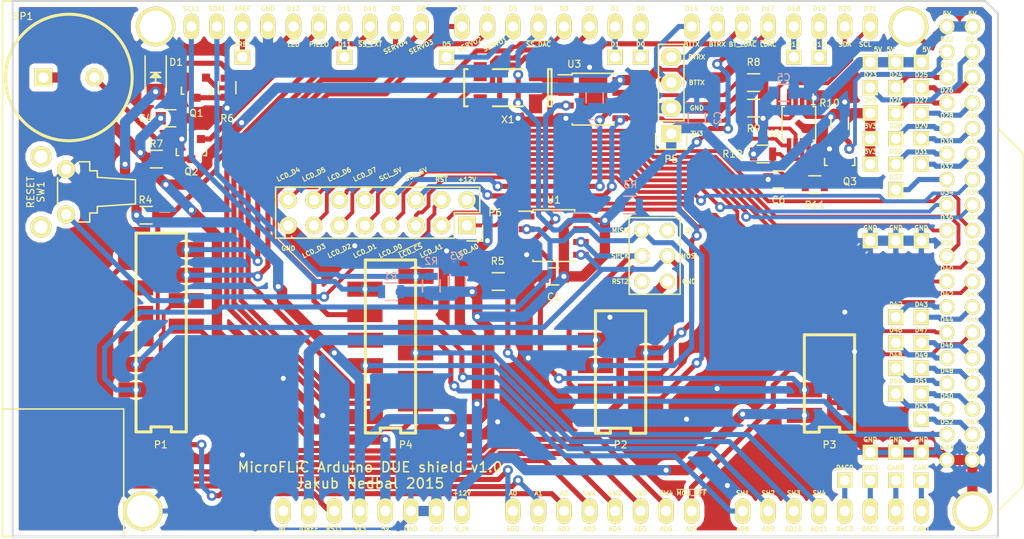
<source format=kicad_pcb>
(kicad_pcb (version 4) (host pcbnew 4.0.0-2.201512091501+6195~38~ubuntu14.04.1-stable)
  (layers (0 F.Cu signal) (31 B.Cu signal) (34 B.Paste user) (35 F.Paste user) (36 B.SilkS user) (37 F.SilkS user) (38 B.Mask user) (39 F.Mask user) (44 Edge.Cuts user))
  (net 0 "")
  (net 1 +3V3)
  (net 2 GND)
  (net 3 +5V)
  (net 4 "Net-(D1-Pad1)")
  (net 5 /SW1)
  (net 6 /MISO)
  (net 7 /SW2)
  (net 8 /MOSI)
  (net 9 /SW3)
  (net 10 /~SS_EXT)
  (net 11 /SW4)
  (net 12 /A0)
  (net 13 /A1)
  (net 14 /D2)
  (net 15 /A2)
  (net 16 /D3)
  (net 17 GNDREF)
  (net 18 /~SS_DAC)
  (net 19 /~LDAC)
  (net 20 /IOREF)
  (net 21 +12V)
  (net 22 +BATT)
  (net 23 /~MCU_OFF)
  (net 24 /SERVO3)
  (net 25 /SERVO4)
  (net 26 /SERVO1)
  (net 27 /SERVO2)
  (net 28 /SH3)
  (net 29 /SH4)
  (net 30 /SH1)
  (net 31 /SH2)
  (net 32 /SH_~LDAC)
  (net 33 /SCL1)
  (net 34 /SDA1)
  (net 35 /BTTX)
  (net 36 /BTRX)
  (net 37 /LCDandRTC/SDA_5V)
  (net 38 /LCDandRTC/SCL_5V)
  (net 39 /DAC0)
  (net 40 /DAC1)
  (net 41 /CANR)
  (net 42 /CANT)
  (net 43 /D53)
  (net 44 /D51)
  (net 45 /D50)
  (net 46 /D49)
  (net 47 /D48)
  (net 48 /D47)
  (net 49 /D46)
  (net 50 /D43)
  (net 51 /D42)
  (net 52 /AREF)
  (net 53 /D11)
  (net 54 /D5)
  (net 55 /D1)
  (net 56 /D18)
  (net 57 /D19)
  (net 58 /D23)
  (net 59 /D24)
  (net 60 /D25)
  (net 61 /D26)
  (net 62 /D27)
  (net 63 /D28)
  (net 64 /D29)
  (net 65 /D30)
  (net 66 /D31)
  (net 67 /D32)
  (net 68 /humanInterface/LED13)
  (net 69 "Net-(Q1-Pad3)")
  (net 70 /humanInterface/PIEZO12)
  (net 71 "Net-(Q2-Pad3)")
  (net 72 /LCDandRTC/~I2C_EN)
  (net 73 "Net-(Q3-Pad3)")
  (net 74 /~SS_NVRAM)
  (net 75 /LCDandRTC/SDA)
  (net 76 /LCDandRTC/SCL)
  (net 77 /LCDandRTC/LCD_D0)
  (net 78 /LCDandRTC/LCD_D1)
  (net 79 /LCDandRTC/LCD_D2)
  (net 80 /LCDandRTC/LCD_D3)
  (net 81 /LCDandRTC/LCD_D4)
  (net 82 /LCDandRTC/LCD_D5)
  (net 83 /LCDandRTC/LCD_D6)
  (net 84 /LCDandRTC/LCD_D7)
  (net 85 /LCDandRTC/~LCD_CS)
  (net 86 /LCDandRTC/LCD_A1)
  (net 87 /LCDandRTC/LCD_A0)
  (net 88 /SPCK)
  (net 89 /LCDandRTC/~RST)
  (net 90 /D0)
  (net 91 /LCDandRTC/X1)
  (net 92 /LCDandRTC/X2)
  (net 93 "Net-(C6-Pad1)")
  (module Capacitors_SMD:C_0805 (layer F.Cu) (at 178.816 106.172 180)
    (fp_text reference C1 (at 0 -2.032 180) (layer F.SilkS) (effects (font (size 0.7 0.7) (thickness 0.11))))
    (fp_text value 100n hide)
    (pad 1 smd rect (at -1 0 180) (size 1 1.25) (layers F.Cu F.Paste F.Mask) (net 1 +3V3))
    (pad 2 smd rect (at 1 0 180) (size 1 1.25) (layers F.Cu F.Paste F.Mask) (net 2 GND))
  )
  (module Capacitors_SMD:C_0805 (layer B.Cu) (at 193.04 90.408 90)
    (fp_text reference C2 (at 0 2.1 90) (layer B.SilkS) (effects (font (size 0.7 0.7) (thickness 0.11)) (justify mirror)))
    (fp_text value 100n hide)
    (pad 1 smd rect (at -1 0 90) (size 1 1.25) (layers B.Cu B.Paste B.Mask) (net 1 +3V3))
    (pad 2 smd rect (at 1 0 90) (size 1 1.25) (layers B.Cu B.Paste B.Mask) (net 2 GND))
  )
  (module Capacitors_SMD:C_0805 (layer B.Cu) (at 169.164 106.664 90)
    (fp_text reference C3 (at 2.524 0 180) (layer B.SilkS) (effects (font (size 0.7 0.7) (thickness 0.11)) (justify mirror)))
    (fp_text value 100n hide)
    (pad 1 smd rect (at -1 0 90) (size 1 1.25) (layers B.Cu B.Paste B.Mask) (net 1 +3V3))
    (pad 2 smd rect (at 1 0 90) (size 1 1.25) (layers B.Cu B.Paste B.Mask) (net 2 GND))
  )
  (module Capacitors_SMD:C_0805 (layer F.Cu) (at 140.7 90.424)
    (fp_text reference C4 (at -2.524 0) (layer F.SilkS) (effects (font (size 0.7 0.7) (thickness 0.11))))
    (fp_text value 100n hide)
    (pad 1 smd rect (at -1 0) (size 1 1.25) (layers F.Cu F.Paste F.Mask) (net 3 +5V))
    (pad 2 smd rect (at 1 0) (size 1 1.25) (layers F.Cu F.Paste F.Mask) (net 2 GND))
  )
  (module Capacitors_SMD:C_0805 (layer B.Cu) (at 201.692 87.884)
    (fp_text reference C5 (at 0 -1.524) (layer B.SilkS) (effects (font (size 0.7 0.7) (thickness 0.11)) (justify mirror)))
    (fp_text value 100n hide)
    (pad 1 smd rect (at -1 0) (size 1 1.25) (layers B.Cu B.Paste B.Mask) (net 3 +5V))
    (pad 2 smd rect (at 1 0) (size 1 1.25) (layers B.Cu B.Paste B.Mask) (net 2 GND))
  )
  (module Capacitors_SMD:C_0805 (layer F.Cu) (at 201.152 96.52 180)
    (fp_text reference C6 (at -0.016 -2.032 180) (layer F.SilkS) (effects (font (size 0.7 0.7) (thickness 0.11))))
    (fp_text value 100n hide)
    (pad 1 smd rect (at -1 0 180) (size 1 1.25) (layers F.Cu F.Paste F.Mask) (net 93 "Net-(C6-Pad1)"))
    (pad 2 smd rect (at 1 0 180) (size 1 1.25) (layers F.Cu F.Paste F.Mask) (net 2 GND))
  )
  (module Capacitors_SMD:C_0805 (layer B.Cu) (at 182.88 88.392 270)
    (fp_text reference C7 (at 2.54 0 360) (layer B.SilkS) (effects (font (size 0.7 0.7) (thickness 0.11)) (justify mirror)))
    (fp_text value 100n hide)
    (pad 1 smd rect (at -1 0 270) (size 1 1.25) (layers B.Cu B.Paste B.Mask) (net 3 +5V))
    (pad 2 smd rect (at 1 0 270) (size 1 1.25) (layers B.Cu B.Paste B.Mask) (net 2 GND))
  )
  (module LEDs:LED-1206 (layer F.Cu) (at 139.192 86.36 270)
    (fp_text reference D1 (at -1.524 -2.032 360) (layer F.SilkS) (effects (font (size 0.7 0.7) (thickness 0.11))))
    (fp_text value LED hide)
    (pad 2 smd rect (at 1.41986 0 90) (size 1.59766 1.80086) (layers F.Cu F.Paste F.Mask) (net 1 +3V3))
    (pad 1 smd rect (at -1.41986 0 90) (size 1.59766 1.80086) (layers F.Cu F.Paste F.Mask) (net 4 "Net-(D1-Pad1)"))
  )
  (module jakub:1-188275-4 (layer F.Cu) (at 139.74 111.76 90)
    (fp_text reference P1 (at -11.176 -0.04 180) (layer F.SilkS) (effects (font (size 0.7 0.7) (thickness 0.11))))
    (fp_text value CONN_02X07 hide)
    (pad 1 smd rect (at -8.255 -2.54 90) (size 1.5 3.5) (layers F.Cu F.Paste F.Mask))
    (pad 2 smd rect (at -6.985 2.5 90) (size 1.5 3.5) (layers F.Cu F.Paste F.Mask) (net 5 /SW1))
    (pad 3 smd rect (at -5.715 -2.5 90) (size 1.5 3.5) (layers F.Cu F.Paste F.Mask) (net 6 /MISO))
    (pad 4 smd rect (at -4.445 2.5 90) (size 1.5 3.5) (layers F.Cu F.Paste F.Mask) (net 7 /SW2))
    (pad 5 smd rect (at -3.175 -2.5 90) (size 1.5 3.5) (layers F.Cu F.Paste F.Mask) (net 8 /MOSI))
    (pad 6 smd rect (at -1.905 2.5 90) (size 1.5 3.5) (layers F.Cu F.Paste F.Mask) (net 9 /SW3))
    (pad 7 smd rect (at -0.635 -2.5 90) (size 1.5 3.5) (layers F.Cu F.Paste F.Mask) (net 10 /~SS_EXT))
    (pad 8 smd rect (at 0.635 2.5 90) (size 1.5 3.5) (layers F.Cu F.Paste F.Mask) (net 11 /SW4))
    (pad 9 smd rect (at 1.905 -2.54 90) (size 1.5 3.5) (layers F.Cu F.Paste F.Mask) (net 12 /A0))
    (pad 10 smd rect (at 3.175 2.5 90) (size 1.5 3.5) (layers F.Cu F.Paste F.Mask) (net 89 /LCDandRTC/~RST))
    (pad 11 smd rect (at 4.445 -2.54 90) (size 1.5 3.5) (layers F.Cu F.Paste F.Mask) (net 13 /A1))
    (pad 12 smd rect (at 5.715 2.54 90) (size 1.5 3.5) (layers F.Cu F.Paste F.Mask) (net 14 /D2))
    (pad 13 smd rect (at 6.985 -2.54 90) (size 1.5 3.5) (layers F.Cu F.Paste F.Mask) (net 15 /A2))
    (pad 14 smd rect (at 8.255 2.54 90) (size 1.5 3.5) (layers F.Cu F.Paste F.Mask) (net 16 /D3))
  )
  (module jakub:7-188275-8 (layer F.Cu) (at 185.46 115.697 90)
    (fp_text reference P2 (at -7.239 0 180) (layer F.SilkS) (effects (font (size 0.7 0.7) (thickness 0.11))))
    (fp_text value CONN_02X04 hide)
    (pad 1 smd rect (at -4.445 -2.5 90) (size 1.5 3.5) (layers F.Cu F.Paste F.Mask) (net 17 GNDREF))
    (pad 2 smd rect (at -3.175 2.5 90) (size 1.5 3.5) (layers F.Cu F.Paste F.Mask) (net 18 /~SS_DAC))
    (pad 3 smd rect (at -1.905 -2.5 90) (size 1.5 3.5) (layers F.Cu F.Paste F.Mask) (net 88 /SPCK))
    (pad 4 smd rect (at -0.635 2.5 90) (size 1.5 3.5) (layers F.Cu F.Paste F.Mask) (net 8 /MOSI))
    (pad 5 smd rect (at 0.635 -2.5 90) (size 1.5 3.5) (layers F.Cu F.Paste F.Mask) (net 6 /MISO))
    (pad 6 smd rect (at 1.905 2.5 90) (size 1.5 3.5) (layers F.Cu F.Paste F.Mask) (net 19 /~LDAC))
    (pad 7 smd rect (at 3.175 -2.5 90) (size 1.5 3.5) (layers F.Cu F.Paste F.Mask) (net 20 /IOREF))
    (pad 8 smd rect (at 4.445 2.5 90) (size 1.5 3.5) (layers F.Cu F.Paste F.Mask) (net 17 GNDREF))
  )
  (module jakub:7-188275-6 (layer F.Cu) (at 206.248 116.84 90)
    (fp_text reference P3 (at -6.096 0 180) (layer F.SilkS) (effects (font (size 0.7 0.7) (thickness 0.11))))
    (fp_text value CONN_02X03 hide)
    (pad 1 smd rect (at -3.175 -2.5 90) (size 1.5 3.5) (layers F.Cu F.Paste F.Mask) (net 21 +12V))
    (pad 2 smd rect (at -1.905 2.5 90) (size 1.5 3.5) (layers F.Cu F.Paste F.Mask) (net 2 GND))
    (pad 3 smd rect (at -0.635 -2.5 90) (size 1.5 3.5) (layers F.Cu F.Paste F.Mask) (net 22 +BATT))
    (pad 4 smd rect (at 0.635 2.5 90) (size 1.5 3.5) (layers F.Cu F.Paste F.Mask) (net 2 GND))
    (pad 5 smd rect (at 1.905 -2.5 90) (size 1.5 3.5) (layers F.Cu F.Paste F.Mask) (net 23 /~MCU_OFF))
    (pad 6 smd rect (at 3.175 2.5 90) (size 1.5 3.5) (layers F.Cu F.Paste F.Mask) (net 2 GND))
  )
  (module jakub:1-188275-2 (layer F.Cu) (at 162.56 113.157 90)
    (fp_text reference P4 (at -9.779 1.524 180) (layer F.SilkS) (effects (font (size 0.7 0.7) (thickness 0.11))))
    (fp_text value CONN_02X06 hide)
    (pad 1 smd rect (at -6.985 -2.5 90) (size 1.5 3.5) (layers F.Cu F.Paste F.Mask) (net 24 /SERVO3))
    (pad 2 smd rect (at -5.715 2.5 90) (size 1.5 3.5) (layers F.Cu F.Paste F.Mask) (net 25 /SERVO4))
    (pad 3 smd rect (at -4.445 -2.5 90) (size 1.5 3.5) (layers F.Cu F.Paste F.Mask) (net 26 /SERVO1))
    (pad 4 smd rect (at -3.175 2.5 90) (size 1.5 3.5) (layers F.Cu F.Paste F.Mask) (net 27 /SERVO2))
    (pad 5 smd rect (at -1.905 -2.5 90) (size 1.5 3.5) (layers F.Cu F.Paste F.Mask) (net 28 /SH3))
    (pad 6 smd rect (at -0.635 2.5 90) (size 1.5 3.5) (layers F.Cu F.Paste F.Mask) (net 29 /SH4))
    (pad 7 smd rect (at 0.635 -2.5 90) (size 1.5 3.5) (layers F.Cu F.Paste F.Mask) (net 30 /SH1))
    (pad 8 smd rect (at 1.905 2.5 90) (size 1.5 3.5) (layers F.Cu F.Paste F.Mask) (net 31 /SH2))
    (pad 9 smd rect (at 3.175 -2.54 90) (size 1.5 3.5) (layers F.Cu F.Paste F.Mask) (net 32 /SH_~LDAC))
    (pad 10 smd rect (at 4.445 2.5 90) (size 1.5 3.5) (layers F.Cu F.Paste F.Mask))
    (pad 11 smd rect (at 5.715 -2.54 90) (size 1.5 3.5) (layers F.Cu F.Paste F.Mask) (net 33 /SCL1))
    (pad 12 smd rect (at 6.985 2.54 90) (size 1.5 3.5) (layers F.Cu F.Paste F.Mask) (net 34 /SDA1))
  )
  (module Socket_Strips:Socket_Strip_Straight_1x04 (layer F.Cu) (at 190.5 91.948 90)
    (fp_text reference P5 (at -2.54 0 180) (layer F.SilkS) (effects (font (size 0.7 0.7) (thickness 0.11))))
    (fp_text value CONN_01X04 hide)
    (pad 1 thru_hole rect (at 0 0 90) (size 1.7272 2.032) (drill 1.016) (layers *.Cu *.Mask F.SilkS) (net 1 +3V3))
    (pad 2 thru_hole oval (at 2.54 0 90) (size 1.7272 2.032) (drill 1.016) (layers *.Cu *.Mask F.SilkS) (net 2 GND))
    (pad 3 thru_hole oval (at 5.08 0 90) (size 1.7272 2.032) (drill 1.016) (layers *.Cu *.Mask F.SilkS) (net 35 /BTTX))
    (pad 4 thru_hole oval (at 7.62 0 90) (size 1.7272 2.032) (drill 1.016) (layers *.Cu *.Mask F.SilkS) (net 36 /BTRX))
  )
  (module Socket_Strips:Socket_Strip_Straight_2x08 (layer F.Cu) (at 170.18 101.092 180)
    (fp_text reference P6 (at -2.794 1.27 180) (layer F.SilkS) (effects (font (size 0.7 0.7) (thickness 0.11))))
    (fp_text value CONN_02X08 hide)
    (pad 1 thru_hole rect (at 0 0 180) (size 1.7272 1.7272) (drill 1.016) (layers *.Cu *.Mask F.SilkS) (net 87 /LCDandRTC/LCD_A0))
    (pad 2 thru_hole oval (at 0 2.54 180) (size 1.7272 1.7272) (drill 1.016) (layers *.Cu *.Mask F.SilkS) (net 21 +12V))
    (pad 3 thru_hole oval (at 2.54 0 180) (size 1.7272 1.7272) (drill 1.016) (layers *.Cu *.Mask F.SilkS) (net 86 /LCDandRTC/LCD_A1))
    (pad 4 thru_hole oval (at 2.54 2.54 180) (size 1.7272 1.7272) (drill 1.016) (layers *.Cu *.Mask F.SilkS) (net 89 /LCDandRTC/~RST))
    (pad 5 thru_hole oval (at 5.08 0 180) (size 1.7272 1.7272) (drill 1.016) (layers *.Cu *.Mask F.SilkS) (net 85 /LCDandRTC/~LCD_CS))
    (pad 6 thru_hole oval (at 5.08 2.54 180) (size 1.7272 1.7272) (drill 1.016) (layers *.Cu *.Mask F.SilkS) (net 37 /LCDandRTC/SDA_5V))
    (pad 7 thru_hole oval (at 7.62 0 180) (size 1.7272 1.7272) (drill 1.016) (layers *.Cu *.Mask F.SilkS) (net 77 /LCDandRTC/LCD_D0))
    (pad 8 thru_hole oval (at 7.62 2.54 180) (size 1.7272 1.7272) (drill 1.016) (layers *.Cu *.Mask F.SilkS) (net 38 /LCDandRTC/SCL_5V))
    (pad 9 thru_hole oval (at 10.16 0 180) (size 1.7272 1.7272) (drill 1.016) (layers *.Cu *.Mask F.SilkS) (net 78 /LCDandRTC/LCD_D1))
    (pad 10 thru_hole oval (at 10.16 2.54 180) (size 1.7272 1.7272) (drill 1.016) (layers *.Cu *.Mask F.SilkS) (net 84 /LCDandRTC/LCD_D7))
    (pad 11 thru_hole oval (at 12.7 0 180) (size 1.7272 1.7272) (drill 1.016) (layers *.Cu *.Mask F.SilkS) (net 79 /LCDandRTC/LCD_D2))
    (pad 12 thru_hole oval (at 12.7 2.54 180) (size 1.7272 1.7272) (drill 1.016) (layers *.Cu *.Mask F.SilkS) (net 83 /LCDandRTC/LCD_D6))
    (pad 13 thru_hole oval (at 15.24 0 180) (size 1.7272 1.7272) (drill 1.016) (layers *.Cu *.Mask F.SilkS) (net 80 /LCDandRTC/LCD_D3))
    (pad 14 thru_hole oval (at 15.24 2.54 180) (size 1.7272 1.7272) (drill 1.016) (layers *.Cu *.Mask F.SilkS) (net 82 /LCDandRTC/LCD_D5))
    (pad 15 thru_hole oval (at 17.78 0 180) (size 1.7272 1.7272) (drill 1.016) (layers *.Cu *.Mask F.SilkS) (net 2 GND))
    (pad 16 thru_hole oval (at 17.78 2.54 180) (size 1.7272 1.7272) (drill 1.016) (layers *.Cu *.Mask F.SilkS) (net 81 /LCDandRTC/LCD_D4))
  )
  (module jakub:PIN_ARRAY_1 (layer F.Cu) (at 207.772 126.492)
    (fp_text reference PP1 hide)
    (fp_text value CONN_01X01 hide)
    (pad 1 thru_hole rect (at 0 0) (size 1.524 1.524) (drill 1.016) (layers *.Cu *.Mask F.SilkS) (net 39 /DAC0))
  )
  (module jakub:PIN_ARRAY_1 (layer F.Cu) (at 210.312 126.492)
    (fp_text reference PP2 hide)
    (fp_text value CONN_01X01 hide)
    (pad 1 thru_hole rect (at 0 0) (size 1.524 1.524) (drill 1.016) (layers *.Cu *.Mask F.SilkS) (net 40 /DAC1))
  )
  (module jakub:PIN_ARRAY_1 (layer F.Cu) (at 212.852 126.492)
    (fp_text reference PP3 hide)
    (fp_text value CONN_01X01 hide)
    (pad 1 thru_hole rect (at 0 0) (size 1.524 1.524) (drill 1.016) (layers *.Cu *.Mask F.SilkS) (net 41 /CANR))
  )
  (module jakub:PIN_ARRAY_1 (layer F.Cu) (at 215.392 126.492)
    (fp_text reference PP4 hide)
    (fp_text value CONN_01X01 hide)
    (pad 1 thru_hole rect (at 0 0) (size 1.524 1.524) (drill 1.016) (layers *.Cu *.Mask F.SilkS) (net 42 /CANT))
  )
  (module jakub:PIN_ARRAY_1 (layer F.Cu) (at 215.392 120.396)
    (fp_text reference PP5 hide)
    (fp_text value CONN_01X01 hide)
    (pad 1 thru_hole rect (at 0 0) (size 1.524 1.524) (drill 1.016) (layers *.Cu *.Mask F.SilkS) (net 43 /D53))
  )
  (module jakub:PIN_ARRAY_1 (layer F.Cu) (at 215.392 117.856)
    (fp_text reference PP6 hide)
    (fp_text value CONN_01X01 hide)
    (pad 1 thru_hole rect (at 0 0) (size 1.524 1.524) (drill 1.016) (layers *.Cu *.Mask F.SilkS) (net 44 /D51))
  )
  (module jakub:PIN_ARRAY_1 (layer F.Cu) (at 212.852 117.856)
    (fp_text reference PP7 hide)
    (fp_text value CONN_01X01 hide)
    (pad 1 thru_hole rect (at 0 0) (size 1.524 1.524) (drill 1.016) (layers *.Cu *.Mask F.SilkS) (net 45 /D50))
  )
  (module jakub:PIN_ARRAY_1 (layer F.Cu) (at 215.392 115.316)
    (fp_text reference PP8 hide)
    (fp_text value CONN_01X01 hide)
    (pad 1 thru_hole rect (at 0 0) (size 1.524 1.524) (drill 1.016) (layers *.Cu *.Mask F.SilkS) (net 46 /D49))
  )
  (module jakub:PIN_ARRAY_1 (layer F.Cu) (at 212.852 115.316)
    (fp_text reference PP9 hide)
    (fp_text value CONN_01X01 hide)
    (pad 1 thru_hole rect (at 0 0) (size 1.524 1.524) (drill 1.016) (layers *.Cu *.Mask F.SilkS) (net 47 /D48))
  )
  (module jakub:PIN_ARRAY_1 (layer F.Cu) (at 215.392 112.776)
    (fp_text reference PP10 hide)
    (fp_text value CONN_01X01 hide)
    (pad 1 thru_hole rect (at 0 0) (size 1.524 1.524) (drill 1.016) (layers *.Cu *.Mask F.SilkS) (net 48 /D47))
  )
  (module jakub:PIN_ARRAY_1 (layer F.Cu) (at 212.852 112.776)
    (fp_text reference PP11 hide)
    (fp_text value CONN_01X01 hide)
    (pad 1 thru_hole rect (at 0 0) (size 1.524 1.524) (drill 1.016) (layers *.Cu *.Mask F.SilkS) (net 49 /D46))
  )
  (module jakub:PIN_ARRAY_1 (layer F.Cu) (at 215.392 110.236)
    (fp_text reference PP12 hide)
    (fp_text value CONN_01X01 hide)
    (pad 1 thru_hole rect (at 0 0) (size 1.524 1.524) (drill 1.016) (layers *.Cu *.Mask F.SilkS) (net 50 /D43))
  )
  (module jakub:PIN_ARRAY_1 (layer F.Cu) (at 212.852 110.236)
    (fp_text reference PP13 hide)
    (fp_text value CONN_01X01 hide)
    (pad 1 thru_hole rect (at 0 0) (size 1.524 1.524) (drill 1.016) (layers *.Cu *.Mask F.SilkS) (net 51 /D42))
  )
  (module jakub:PIN_ARRAY_1 (layer F.Cu) (at 147.828 84.328)
    (fp_text reference PP14 hide)
    (fp_text value CONN_01X01 hide)
    (pad 1 thru_hole rect (at 0 0) (size 1.524 1.524) (drill 1.016) (layers *.Cu *.Mask F.SilkS) (net 52 /AREF))
  )
  (module jakub:PIN_ARRAY_1 (layer F.Cu) (at 157.988 84.328)
    (fp_text reference PP15 hide)
    (fp_text value CONN_01X01 hide)
    (pad 1 thru_hole rect (at 0 0) (size 1.524 1.524) (drill 1.016) (layers *.Cu *.Mask F.SilkS) (net 53 /D11))
  )
  (module jakub:PIN_ARRAY_1 (layer F.Cu) (at 168.148 84.328)
    (fp_text reference PP16 hide)
    (fp_text value CONN_01X01 hide)
    (pad 1 thru_hole rect (at 0 0) (size 1.524 1.524) (drill 1.016) (layers *.Cu *.Mask F.SilkS) (net 54 /D5))
  )
  (module jakub:PIN_ARRAY_1 (layer F.Cu) (at 184.912 84.328)
    (fp_text reference PP17 hide)
    (fp_text value CONN_01X01 hide)
    (pad 1 thru_hole rect (at 0 0) (size 1.524 1.524) (drill 1.016) (layers *.Cu *.Mask F.SilkS) (net 55 /D1))
  )
  (module jakub:PIN_ARRAY_1 (layer F.Cu) (at 187.452 84.328)
    (fp_text reference PP18 hide)
    (fp_text value CONN_01X01 hide)
    (pad 1 thru_hole rect (at 0 0) (size 1.524 1.524) (drill 1.016) (layers *.Cu *.Mask F.SilkS) (net 90 /D0))
  )
  (module jakub:PIN_ARRAY_1 (layer F.Cu) (at 202.692 84.328)
    (fp_text reference PP19 hide)
    (fp_text value CONN_01X01 hide)
    (pad 1 thru_hole rect (at 0 0) (size 1.524 1.524) (drill 1.016) (layers *.Cu *.Mask F.SilkS) (net 56 /D18))
  )
  (module jakub:PIN_ARRAY_1 (layer F.Cu) (at 205.232 84.328)
    (fp_text reference PP20 hide)
    (fp_text value CONN_01X01 hide)
    (pad 1 thru_hole rect (at 0 0) (size 1.524 1.524) (drill 1.016) (layers *.Cu *.Mask F.SilkS) (net 57 /D19))
  )
  (module jakub:PIN_ARRAY_1 (layer F.Cu) (at 210.312 87.376)
    (fp_text reference PP21 hide)
    (fp_text value CONN_01X01 hide)
    (pad 1 thru_hole rect (at 0 0) (size 1.524 1.524) (drill 1.016) (layers *.Cu *.Mask F.SilkS) (net 58 /D23))
  )
  (module jakub:PIN_ARRAY_1 (layer F.Cu) (at 212.852 87.376)
    (fp_text reference PP22 hide)
    (fp_text value CONN_01X01 hide)
    (pad 1 thru_hole rect (at 0 0) (size 1.524 1.524) (drill 1.016) (layers *.Cu *.Mask F.SilkS) (net 59 /D24))
  )
  (module jakub:PIN_ARRAY_1 (layer F.Cu) (at 215.392 87.376)
    (fp_text reference PP23 hide)
    (fp_text value CONN_01X01 hide)
    (pad 1 thru_hole rect (at 0 0) (size 1.524 1.524) (drill 1.016) (layers *.Cu *.Mask F.SilkS) (net 60 /D25))
  )
  (module jakub:PIN_ARRAY_1 (layer F.Cu) (at 212.852 89.916)
    (fp_text reference PP24 hide)
    (fp_text value CONN_01X01 hide)
    (pad 1 thru_hole rect (at 0 0) (size 1.524 1.524) (drill 1.016) (layers *.Cu *.Mask F.SilkS) (net 61 /D26))
  )
  (module jakub:PIN_ARRAY_1 (layer F.Cu) (at 215.392 89.916)
    (fp_text reference PP25 hide)
    (fp_text value CONN_01X01 hide)
    (pad 1 thru_hole rect (at 0 0) (size 1.524 1.524) (drill 1.016) (layers *.Cu *.Mask F.SilkS) (net 62 /D27))
  )
  (module jakub:PIN_ARRAY_1 (layer F.Cu) (at 212.852 92.456)
    (fp_text reference PP26 hide)
    (fp_text value CONN_01X01 hide)
    (pad 1 thru_hole rect (at 0 0) (size 1.524 1.524) (drill 1.016) (layers *.Cu *.Mask F.SilkS) (net 63 /D28))
  )
  (module jakub:PIN_ARRAY_1 (layer F.Cu) (at 215.392 92.456)
    (fp_text reference PP27 hide)
    (fp_text value CONN_01X01 hide)
    (pad 1 thru_hole rect (at 0 0) (size 1.524 1.524) (drill 1.016) (layers *.Cu *.Mask F.SilkS) (net 64 /D29))
  )
  (module jakub:PIN_ARRAY_1 (layer F.Cu) (at 212.852 94.996)
    (fp_text reference PP28 hide)
    (fp_text value CONN_01X01 hide)
    (pad 1 thru_hole rect (at 0 0) (size 1.524 1.524) (drill 1.016) (layers *.Cu *.Mask F.SilkS) (net 65 /D30))
  )
  (module jakub:PIN_ARRAY_1 (layer F.Cu) (at 215.392 94.996)
    (fp_text reference PP29 hide)
    (fp_text value CONN_01X01 hide)
    (pad 1 thru_hole rect (at 0 0) (size 1.524 1.524) (drill 1.016) (layers *.Cu *.Mask F.SilkS) (net 66 /D31))
  )
  (module jakub:PIN_ARRAY_1 (layer F.Cu) (at 212.852 97.536)
    (fp_text reference PP30 hide)
    (fp_text value CONN_01X01 hide)
    (pad 1 thru_hole rect (at 0 0) (size 1.524 1.524) (drill 1.016) (layers *.Cu *.Mask F.SilkS) (net 67 /D32))
  )
  (module jakub:PIN_ARRAY_1 (layer F.Cu) (at 210.312 89.916)
    (fp_text reference PP31 hide)
    (fp_text value CONN_01X01 hide)
    (pad 1 thru_hole rect (at 0 0) (size 1.524 1.524) (drill 1.016) (layers *.Cu *.Mask F.SilkS) (net 1 +3V3))
  )
  (module jakub:PIN_ARRAY_1 (layer F.Cu) (at 210.312 94.996)
    (fp_text reference PP32 hide)
    (fp_text value CONN_01X01 hide)
    (pad 1 thru_hole rect (at 0 0) (size 1.524 1.524) (drill 1.016) (layers *.Cu *.Mask F.SilkS) (net 1 +3V3))
  )
  (module jakub:PIN_ARRAY_1 (layer F.Cu) (at 210.312 92.456)
    (fp_text reference PP33 hide)
    (fp_text value CONN_01X01 hide)
    (pad 1 thru_hole rect (at 0 0) (size 1.524 1.524) (drill 1.016) (layers *.Cu *.Mask F.SilkS) (net 1 +3V3))
  )
  (module jakub:PIN_ARRAY_1 (layer F.Cu) (at 210.312 84.836)
    (fp_text reference PP34 hide)
    (fp_text value CONN_01X01 hide)
    (pad 1 thru_hole rect (at 0 0) (size 1.524 1.524) (drill 1.016) (layers *.Cu *.Mask F.SilkS) (net 3 +5V))
  )
  (module jakub:PIN_ARRAY_1 (layer F.Cu) (at 212.852 84.836)
    (fp_text reference PP35 hide)
    (fp_text value CONN_01X01 hide)
    (pad 1 thru_hole rect (at 0 0) (size 1.524 1.524) (drill 1.016) (layers *.Cu *.Mask F.SilkS) (net 3 +5V))
  )
  (module jakub:PIN_ARRAY_1 (layer F.Cu) (at 215.392 84.836)
    (fp_text reference PP36 hide)
    (fp_text value CONN_01X01 hide)
    (pad 1 thru_hole rect (at 0 0) (size 1.524 1.524) (drill 1.016) (layers *.Cu *.Mask F.SilkS) (net 3 +5V))
  )
  (module jakub:PIN_ARRAY_1 (layer F.Cu) (at 212.852 102.616)
    (fp_text reference PP37 hide)
    (fp_text value CONN_01X01 hide)
    (pad 1 thru_hole rect (at 0 0) (size 1.524 1.524) (drill 1.016) (layers *.Cu *.Mask F.SilkS) (net 2 GND))
  )
  (module jakub:PIN_ARRAY_1 (layer F.Cu) (at 215.392 102.616)
    (fp_text reference PP38 hide)
    (fp_text value CONN_01X01 hide)
    (pad 1 thru_hole rect (at 0 0) (size 1.524 1.524) (drill 1.016) (layers *.Cu *.Mask F.SilkS) (net 2 GND))
  )
  (module jakub:PIN_ARRAY_1 (layer F.Cu) (at 210.312 102.616)
    (fp_text reference PP39 hide)
    (fp_text value CONN_01X01 hide)
    (pad 1 thru_hole rect (at 0 0) (size 1.524 1.524) (drill 1.016) (layers *.Cu *.Mask F.SilkS) (net 2 GND))
  )
  (module TO_SOT_Packages_SMD:SOT-23 (layer F.Cu) (at 143.256 87.376 180)
    (fp_text reference Q1 (at 0 -2.54 180) (layer F.SilkS) (effects (font (size 0.7 0.7) (thickness 0.11))))
    (fp_text value TSM2314 hide)
    (pad 1 smd rect (at -0.95 1.00076 180) (size 0.8001 0.8001) (layers F.Cu F.Paste F.Mask) (net 68 /humanInterface/LED13))
    (pad 2 smd rect (at 0.95 1.00076 180) (size 0.8001 0.8001) (layers F.Cu F.Paste F.Mask) (net 2 GND))
    (pad 3 smd rect (at 0 -0.99822 180) (size 0.8001 0.8001) (layers F.Cu F.Paste F.Mask) (net 69 "Net-(Q1-Pad3)"))
  )
  (module TO_SOT_Packages_SMD:SOT-23 (layer F.Cu) (at 142.748 93.48978 180)
    (fp_text reference Q2 (at 0 -2.25 180) (layer F.SilkS) (effects (font (size 0.7 0.7) (thickness 0.11))))
    (fp_text value TSM2314 hide)
    (pad 1 smd rect (at -0.95 1.00076 180) (size 0.8001 0.8001) (layers F.Cu F.Paste F.Mask) (net 70 /humanInterface/PIEZO12))
    (pad 2 smd rect (at 0.95 1.00076 180) (size 0.8001 0.8001) (layers F.Cu F.Paste F.Mask) (net 2 GND))
    (pad 3 smd rect (at 0 -0.99822 180) (size 0.8001 0.8001) (layers F.Cu F.Paste F.Mask) (net 71 "Net-(Q2-Pad3)"))
  )
  (module TO_SOT_Packages_SMD:SOT-23 (layer F.Cu) (at 207.264 94.47276 180)
    (fp_text reference Q3 (at -1.016 -2.25 180) (layer F.SilkS) (effects (font (size 0.7 0.7) (thickness 0.11))))
    (fp_text value TSM2314 hide)
    (pad 1 smd rect (at -0.95 1.00076 180) (size 0.8001 0.8001) (layers F.Cu F.Paste F.Mask) (net 72 /LCDandRTC/~I2C_EN))
    (pad 2 smd rect (at 0.95 1.00076 180) (size 0.8001 0.8001) (layers F.Cu F.Paste F.Mask) (net 2 GND))
    (pad 3 smd rect (at 0 -0.99822 180) (size 0.8001 0.8001) (layers F.Cu F.Paste F.Mask) (net 73 "Net-(Q3-Pad3)"))
  )
  (module Resistors_SMD:R_0805 (layer B.Cu) (at 162.626 107.696 180)
    (fp_text reference R1 (at 0.066 1.524 180) (layer B.SilkS) (effects (font (size 0.7 0.7) (thickness 0.11)) (justify mirror)))
    (fp_text value 1k5 hide)
    (pad 1 smd rect (at -0.95 0 180) (size 0.7 1.3) (layers B.Cu B.Paste B.Mask) (net 1 +3V3))
    (pad 2 smd rect (at 0.95 0 180) (size 0.7 1.3) (layers B.Cu B.Paste B.Mask) (net 33 /SCL1))
  )
  (module Resistors_SMD:R_0805 (layer B.Cu) (at 166.624 107.122 90)
    (fp_text reference R2 (at 2.474 0 180) (layer B.SilkS) (effects (font (size 0.7 0.7) (thickness 0.11)) (justify mirror)))
    (fp_text value 1k5 hide)
    (pad 1 smd rect (at -0.95 0 90) (size 0.7 1.3) (layers B.Cu B.Paste B.Mask) (net 1 +3V3))
    (pad 2 smd rect (at 0.95 0 90) (size 0.7 1.3) (layers B.Cu B.Paste B.Mask) (net 34 /SDA1))
  )
  (module Resistors_SMD:R_0805 (layer B.Cu) (at 186.37 99.06)
    (fp_text reference R3 (at 0.066 -2.032) (layer B.SilkS) (effects (font (size 0.7 0.7) (thickness 0.11)) (justify mirror)))
    (fp_text value 47k hide)
    (pad 1 smd rect (at -0.95 0) (size 0.7 1.3) (layers B.Cu B.Paste B.Mask) (net 1 +3V3))
    (pad 2 smd rect (at 0.95 0) (size 0.7 1.3) (layers B.Cu B.Paste B.Mask) (net 18 /~SS_DAC))
  )
  (module Resistors_SMD:R_0805 (layer F.Cu) (at 138.242 100.076)
    (fp_text reference R4 (at -0.066 -1.524) (layer F.SilkS) (effects (font (size 0.7 0.7) (thickness 0.11))))
    (fp_text value 47k hide)
    (pad 1 smd rect (at -0.95 0) (size 0.7 1.3) (layers F.Cu F.Paste F.Mask) (net 1 +3V3))
    (pad 2 smd rect (at 0.95 0) (size 0.7 1.3) (layers F.Cu F.Paste F.Mask) (net 10 /~SS_EXT))
  )
  (module Resistors_SMD:R_0805 (layer F.Cu) (at 173.294 106.68)
    (fp_text reference R5 (at -0.066 -2.032) (layer F.SilkS) (effects (font (size 0.7 0.7) (thickness 0.11))))
    (fp_text value 47k hide)
    (pad 1 smd rect (at -0.95 0) (size 0.7 1.3) (layers F.Cu F.Paste F.Mask) (net 1 +3V3))
    (pad 2 smd rect (at 0.95 0) (size 0.7 1.3) (layers F.Cu F.Paste F.Mask) (net 74 /~SS_NVRAM))
  )
  (module Resistors_SMD:R_0805 (layer F.Cu) (at 146.304 87.376 270)
    (fp_text reference R6 (at 3.048 0 360) (layer F.SilkS) (effects (font (size 0.7 0.7) (thickness 0.11))))
    (fp_text value 1k5 hide)
    (pad 1 smd rect (at -0.95 0 270) (size 0.7 1.3) (layers F.Cu F.Paste F.Mask) (net 4 "Net-(D1-Pad1)"))
    (pad 2 smd rect (at 0.95 0 270) (size 0.7 1.3) (layers F.Cu F.Paste F.Mask) (net 69 "Net-(Q1-Pad3)"))
  )
  (module Resistors_SMD:R_0805 (layer F.Cu) (at 139.258 94.488)
    (fp_text reference R7 (at 0 -1.524) (layer F.SilkS) (effects (font (size 0.7 0.7) (thickness 0.11))))
    (fp_text value 1k5 hide)
    (pad 1 smd rect (at -0.95 0) (size 0.7 1.3) (layers F.Cu F.Paste F.Mask) (net 3 +5V))
    (pad 2 smd rect (at 0.95 0) (size 0.7 1.3) (layers F.Cu F.Paste F.Mask) (net 71 "Net-(Q2-Pad3)"))
  )
  (module Resistors_SMD:R_0805 (layer F.Cu) (at 198.694 86.868)
    (fp_text reference R8 (at 0 -2.032) (layer F.SilkS) (effects (font (size 0.7 0.7) (thickness 0.11))))
    (fp_text value 1k5 hide)
    (pad 1 smd rect (at -0.95 0) (size 0.7 1.3) (layers F.Cu F.Paste F.Mask) (net 38 /LCDandRTC/SCL_5V))
    (pad 2 smd rect (at 0.95 0) (size 0.7 1.3) (layers F.Cu F.Paste F.Mask) (net 3 +5V))
  )
  (module Resistors_SMD:R_0805 (layer F.Cu) (at 198.694 89.408)
    (fp_text reference R9 (at 0 2.032) (layer F.SilkS) (effects (font (size 0.7 0.7) (thickness 0.11))))
    (fp_text value 1k5 hide)
    (pad 1 smd rect (at -0.95 0) (size 0.7 1.3) (layers F.Cu F.Paste F.Mask) (net 37 /LCDandRTC/SDA_5V))
    (pad 2 smd rect (at 0.95 0) (size 0.7 1.3) (layers F.Cu F.Paste F.Mask) (net 3 +5V))
  )
  (module Resistors_SMD:R_0805 (layer F.Cu) (at 207.264 90.932 90)
    (fp_text reference R10 (at 2.032 -1.016 180) (layer F.SilkS) (effects (font (size 0.7 0.7) (thickness 0.11))))
    (fp_text value 47k hide)
    (pad 1 smd rect (at -0.95 0 90) (size 0.7 1.3) (layers F.Cu F.Paste F.Mask) (net 72 /LCDandRTC/~I2C_EN))
    (pad 2 smd rect (at 0.95 0 90) (size 0.7 1.3) (layers F.Cu F.Paste F.Mask) (net 1 +3V3))
  )
  (module Resistors_SMD:R_0805 (layer F.Cu) (at 204.79 97.028)
    (fp_text reference R11 (at 0 2.032) (layer F.SilkS) (effects (font (size 0.7 0.7) (thickness 0.11))))
    (fp_text value 180k hide)
    (pad 1 smd rect (at -0.95 0) (size 0.7 1.3) (layers F.Cu F.Paste F.Mask) (net 93 "Net-(C6-Pad1)"))
    (pad 2 smd rect (at 0.95 0) (size 0.7 1.3) (layers F.Cu F.Paste F.Mask) (net 73 "Net-(Q3-Pad3)"))
  )
  (module Resistors_SMD:R_0805 (layer F.Cu) (at 199.644 93.98 180)
    (fp_text reference R12 (at 3.048 0 180) (layer F.SilkS) (effects (font (size 0.7 0.7) (thickness 0.11))))
    (fp_text value 1k5 hide)
    (pad 1 smd rect (at -0.95 0 180) (size 0.7 1.3) (layers F.Cu F.Paste F.Mask) (net 93 "Net-(C6-Pad1)"))
    (pad 2 smd rect (at 0.95 0 180) (size 0.7 1.3) (layers F.Cu F.Paste F.Mask) (net 3 +5V))
  )
  (module Housings_SOIC:SOIC-8_3.9x4.9mm_Pitch1.27mm (layer F.Cu) (at 178.816 102.108)
    (fp_text reference U1 (at 0 -3.556) (layer F.SilkS) (effects (font (size 0.7 0.7) (thickness 0.11))))
    (fp_text value 23LVC1024 hide)
    (pad 1 smd rect (at -2.7 -1.905) (size 1.55 0.6) (layers F.Cu F.Paste F.Mask) (net 74 /~SS_NVRAM))
    (pad 2 smd rect (at -2.7 -0.635) (size 1.55 0.6) (layers F.Cu F.Paste F.Mask) (net 6 /MISO))
    (pad 3 smd rect (at -2.7 0.635) (size 1.55 0.6) (layers F.Cu F.Paste F.Mask) (net 22 +BATT))
    (pad 4 smd rect (at -2.7 1.905) (size 1.55 0.6) (layers F.Cu F.Paste F.Mask) (net 2 GND))
    (pad 5 smd rect (at 2.7 1.905) (size 1.55 0.6) (layers F.Cu F.Paste F.Mask) (net 8 /MOSI))
    (pad 6 smd rect (at 2.7 0.635) (size 1.55 0.6) (layers F.Cu F.Paste F.Mask) (net 88 /SPCK))
    (pad 7 smd rect (at 2.7 -0.635) (size 1.55 0.6) (layers F.Cu F.Paste F.Mask))
    (pad 8 smd rect (at 2.7 -1.905) (size 1.55 0.6) (layers F.Cu F.Paste F.Mask) (net 1 +3V3))
  )
  (module Housings_SSOP:MSOP-8_3x3mm_Pitch0.65mm (layer F.Cu) (at 203.2 90.932 270)
    (fp_text reference U2 (at 1.016 2.54 360) (layer F.SilkS) (effects (font (size 0.7 0.7) (thickness 0.11))))
    (fp_text value PCA9306 hide)
    (pad 1 smd rect (at -2.2 -0.975 270) (size 1.45 0.45) (layers F.Cu F.Paste F.Mask) (net 2 GND))
    (pad 2 smd rect (at -2.2 -0.325 270) (size 1.45 0.45) (layers F.Cu F.Paste F.Mask) (net 1 +3V3))
    (pad 3 smd rect (at -2.2 0.325 270) (size 1.45 0.45) (layers F.Cu F.Paste F.Mask) (net 75 /LCDandRTC/SDA))
    (pad 4 smd rect (at -2.2 0.975 270) (size 1.45 0.45) (layers F.Cu F.Paste F.Mask) (net 76 /LCDandRTC/SCL))
    (pad 5 smd rect (at 2.2 0.975 270) (size 1.45 0.45) (layers F.Cu F.Paste F.Mask) (net 37 /LCDandRTC/SDA_5V))
    (pad 6 smd rect (at 2.2 0.325 270) (size 1.45 0.45) (layers F.Cu F.Paste F.Mask) (net 38 /LCDandRTC/SCL_5V))
    (pad 7 smd rect (at 2.2 -0.325 270) (size 1.45 0.45) (layers F.Cu F.Paste F.Mask) (net 93 "Net-(C6-Pad1)"))
    (pad 8 smd rect (at 2.2 -0.975 270) (size 1.45 0.45) (layers F.Cu F.Paste F.Mask) (net 73 "Net-(Q3-Pad3)"))
  )
  (module Housings_SOIC:SOIC-8_3.9x4.9mm_Pitch1.27mm (layer F.Cu) (at 182.72 88.519)
    (fp_text reference U3 (at -1.872 -3.5) (layer F.SilkS) (effects (font (size 0.7 0.7) (thickness 0.11))))
    (fp_text value DS1338 hide)
    (pad 1 smd rect (at -2.7 -1.905) (size 1.55 0.6) (layers F.Cu F.Paste F.Mask) (net 91 /LCDandRTC/X1))
    (pad 2 smd rect (at -2.7 -0.635) (size 1.55 0.6) (layers F.Cu F.Paste F.Mask) (net 92 /LCDandRTC/X2))
    (pad 3 smd rect (at -2.7 0.635) (size 1.55 0.6) (layers F.Cu F.Paste F.Mask) (net 22 +BATT))
    (pad 4 smd rect (at -2.7 1.905) (size 1.55 0.6) (layers F.Cu F.Paste F.Mask) (net 2 GND))
    (pad 5 smd rect (at 2.7 1.905) (size 1.55 0.6) (layers F.Cu F.Paste F.Mask) (net 37 /LCDandRTC/SDA_5V))
    (pad 6 smd rect (at 2.7 0.635) (size 1.55 0.6) (layers F.Cu F.Paste F.Mask) (net 38 /LCDandRTC/SCL_5V))
    (pad 7 smd rect (at 2.7 -0.635) (size 1.55 0.6) (layers F.Cu F.Paste F.Mask))
    (pad 8 smd rect (at 2.7 -1.905) (size 1.55 0.6) (layers F.Cu F.Paste F.Mask) (net 3 +5V))
  )
  (module jakub:Crystal_8.7*3.7mm (layer F.Cu) (at 174.244 87.376 180)
    (fp_text reference X1 (at 0 -3.175 180) (layer F.SilkS) (effects (font (size 0.7 0.7) (thickness 0.11))))
    (fp_text value 32.768kHz hide)
    (pad 1 smd rect (at -2.75 1.6 180) (size 1.3 1.9) (layers F.Cu F.Paste F.Mask) (net 91 /LCDandRTC/X1))
    (pad 2 smd rect (at 2.75 1.6 180) (size 1.3 1.9) (layers F.Cu F.Paste F.Mask))
    (pad 3 smd rect (at 2.75 -1.6 180) (size 1.3 1.9) (layers F.Cu F.Paste F.Mask))
    (pad 4 smd rect (at -2.75 -1.6 180) (size 1.3 1.9) (layers F.Cu F.Paste F.Mask) (net 92 /LCDandRTC/X2))
  )
  (module jakub:piezo (layer F.Cu) (at 130.556 86.36)
    (fp_text reference SP1 (at -4.572 -6.096) (layer F.SilkS) (effects (font (size 0.7 0.7) (thickness 0.11))))
    (fp_text value "PIEZO SOUNDER" hide)
    (pad 1 thru_hole rect (at -2.54 0) (size 1.778 1.778) (drill 1.016) (layers *.Cu *.Mask F.SilkS) (net 3 +5V))
    (pad 2 thru_hole circle (at 2.54 0) (size 1.778 1.778) (drill 1.016) (layers *.Cu *.Mask F.SilkS) (net 71 "Net-(Q2-Pad3)"))
  )
  (module jakub:tactileSwitchRA (layer F.Cu) (at 129.032 97.754 270)
    (fp_text reference SW1 (at 0 1.27 270) (layer F.SilkS) (effects (font (size 0.7 0.7) (thickness 0.11))))
    (fp_text value SW_PUSH hide)
    (pad 2 thru_hole circle (at 2.25 -1.25 270) (size 1.8 1.8) (drill 1) (layers *.Cu *.Mask F.SilkS) (net 89 /LCDandRTC/~RST))
    (pad 1 thru_hole circle (at -2.25 -1.25 270) (size 1.8 1.8) (drill 1) (layers *.Cu *.Mask F.SilkS) (net 2 GND))
    (pad 4 thru_hole circle (at 3.5 1.25 270) (size 2.1 2.1) (drill 1.3) (layers *.Cu *.Mask F.SilkS))
    (pad 3 thru_hole circle (at -3.5 1.25 270) (size 2.1 2.1) (drill 1.3) (layers *.Cu *.Mask F.SilkS))
  )
  (module jakub:PIN_ARRAY_1 (layer F.Cu) (at 210.312 123.698)
    (fp_text reference PP40 hide)
    (fp_text value CONN_01X01 hide)
    (pad 1 thru_hole rect (at 0 0) (size 1.524 1.524) (drill 1.016) (layers *.Cu *.Mask F.SilkS) (net 2 GND))
  )
  (module jakub:PIN_ARRAY_1 (layer F.Cu) (at 212.852 123.698)
    (fp_text reference PP41 hide)
    (fp_text value CONN_01X01 hide)
    (pad 1 thru_hole rect (at 0 0) (size 1.524 1.524) (drill 1.016) (layers *.Cu *.Mask F.SilkS) (net 2 GND))
  )
  (module jakub:PIN_ARRAY_1 (layer F.Cu) (at 215.392 123.698)
    (fp_text reference PP42 hide)
    (fp_text value CONN_01X01 hide)
    (pad 1 thru_hole rect (at 0 0) (size 1.524 1.524) (drill 1.016) (layers *.Cu *.Mask F.SilkS) (net 2 GND))
  )
  (module jakub:ARDUINO_DUE (layer F.Cu) (at 123.952 132.08)
    (fp_text reference SHIELD1 hide)
    (fp_text value ARDUINO_DUE_SHIELD hide)
    (pad 14 thru_hole oval (at 68.58 -50.8 90) (size 2.54 1.524) (drill 1.016) (layers *.Cu *.Mask F.SilkS) (net 35 /BTTX))
    (pad 15 thru_hole oval (at 71.12 -50.8 90) (size 2.54 1.524) (drill 1.016) (layers *.Cu *.Mask F.SilkS) (net 36 /BTRX))
    (pad 16 thru_hole oval (at 73.66 -50.8 90) (size 2.54 1.524) (drill 1.016) (layers *.Cu *.Mask F.SilkS) (net 32 /SH_~LDAC))
    (pad 17 thru_hole oval (at 76.2 -50.8 90) (size 2.54 1.524) (drill 1.016) (layers *.Cu *.Mask F.SilkS) (net 19 /~LDAC))
    (pad 18 thru_hole oval (at 78.74 -50.8 90) (size 2.54 1.524) (drill 1.016) (layers *.Cu *.Mask F.SilkS) (net 56 /D18))
    (pad 19 thru_hole oval (at 81.28 -50.8 90) (size 2.54 1.524) (drill 1.016) (layers *.Cu *.Mask F.SilkS) (net 57 /D19))
    (pad 20 thru_hole oval (at 83.82 -50.8 90) (size 2.54 1.524) (drill 1.016) (layers *.Cu *.Mask F.SilkS) (net 75 /LCDandRTC/SDA))
    (pad 21 thru_hole oval (at 86.36 -50.8 90) (size 2.54 1.524) (drill 1.016) (layers *.Cu *.Mask F.SilkS) (net 76 /LCDandRTC/SCL))
    (pad CANT thru_hole oval (at 91.44 -2.54 90) (size 2.54 1.524) (drill 1.016) (layers *.Cu *.Mask F.SilkS) (net 42 /CANT))
    (pad CANR thru_hole oval (at 88.9 -2.54 90) (size 2.54 1.524) (drill 1.016) (layers *.Cu *.Mask F.SilkS) (net 41 /CANR))
    (pad DAC1 thru_hole oval (at 86.36 -2.54 90) (size 2.54 1.524) (drill 1.016) (layers *.Cu *.Mask F.SilkS) (net 40 /DAC1))
    (pad DAC0 thru_hole oval (at 83.82 -2.54 90) (size 2.54 1.524) (drill 1.016) (layers *.Cu *.Mask F.SilkS) (net 39 /DAC0))
    (pad AD8 thru_hole oval (at 73.66 -2.54 90) (size 2.54 1.524) (drill 1.016) (layers *.Cu *.Mask F.SilkS) (net 30 /SH1))
    (pad AD7 thru_hole oval (at 68.58 -2.54 90) (size 2.54 1.524) (drill 1.016) (layers *.Cu *.Mask F.SilkS) (net 23 /~MCU_OFF))
    (pad AD6 thru_hole oval (at 66.04 -2.54 90) (size 2.54 1.524) (drill 1.016) (layers *.Cu *.Mask F.SilkS) (net 11 /SW4))
    (pad AD9 thru_hole oval (at 76.2 -2.54 90) (size 2.54 1.524) (drill 1.016) (layers *.Cu *.Mask F.SilkS) (net 31 /SH2))
    (pad AD10 thru_hole oval (at 78.74 -2.54 90) (size 2.54 1.524) (drill 1.016) (layers *.Cu *.Mask F.SilkS) (net 28 /SH3))
    (pad AD11 thru_hole oval (at 81.28 -2.54 90) (size 2.54 1.524) (drill 1.016) (layers *.Cu *.Mask F.SilkS) (net 29 /SH4))
    (pad AD5 thru_hole oval (at 63.5 -2.54 90) (size 2.54 1.524) (drill 1.016) (layers *.Cu *.Mask F.SilkS) (net 9 /SW3))
    (pad AD4 thru_hole oval (at 60.96 -2.54 90) (size 2.54 1.524) (drill 1.016) (layers *.Cu *.Mask F.SilkS) (net 7 /SW2))
    (pad AD3 thru_hole oval (at 58.42 -2.54 90) (size 2.54 1.524) (drill 1.016) (layers *.Cu *.Mask F.SilkS) (net 5 /SW1))
    (pad AD0 thru_hole oval (at 50.8 -2.54 90) (size 2.54 1.524) (drill 1.016) (layers *.Cu *.Mask F.SilkS) (net 12 /A0))
    (pad AD1 thru_hole oval (at 53.34 -2.54 90) (size 2.54 1.524) (drill 1.016) (layers *.Cu *.Mask F.SilkS) (net 13 /A1))
    (pad AD2 thru_hole oval (at 55.88 -2.54 90) (size 2.54 1.524) (drill 1.016) (layers *.Cu *.Mask F.SilkS) (net 15 /A2))
    (pad V_IN thru_hole oval (at 45.72 -2.54 90) (size 2.54 1.524) (drill 1.016) (layers *.Cu *.Mask F.SilkS) (net 21 +12V))
    (pad GND2 thru_hole oval (at 43.18 -2.54 90) (size 2.54 1.524) (drill 1.016) (layers *.Cu *.Mask F.SilkS) (net 2 GND))
    (pad GND1 thru_hole oval (at 40.64 -2.54 90) (size 2.54 1.524) (drill 1.016) (layers *.Cu *.Mask F.SilkS) (net 2 GND))
    (pad 3V3 thru_hole oval (at 35.56 -2.54 90) (size 2.54 1.524) (drill 1.016) (layers *.Cu *.Mask F.SilkS) (net 1 +3V3))
    (pad RST1 thru_hole oval (at 33.02 -2.54 90) (size 2.54 1.524) (drill 1.016) (layers *.Cu *.Mask F.SilkS) (net 89 /LCDandRTC/~RST))
    (pad 0 thru_hole oval (at 63.5 -50.8 90) (size 2.54 1.524) (drill 1.016) (layers *.Cu *.Mask F.SilkS) (net 90 /D0))
    (pad 1 thru_hole oval (at 60.96 -50.8 90) (size 2.54 1.524) (drill 1.016) (layers *.Cu *.Mask F.SilkS) (net 55 /D1))
    (pad 2 thru_hole oval (at 58.42 -50.8 90) (size 2.54 1.524) (drill 1.016) (layers *.Cu *.Mask F.SilkS) (net 14 /D2))
    (pad 3 thru_hole oval (at 55.88 -50.8 90) (size 2.54 1.524) (drill 1.016) (layers *.Cu *.Mask F.SilkS) (net 16 /D3))
    (pad 4 thru_hole oval (at 53.34 -50.8 90) (size 2.54 1.524) (drill 1.016) (layers *.Cu *.Mask F.SilkS) (net 18 /~SS_DAC))
    (pad 5 thru_hole oval (at 50.8 -50.8 90) (size 2.54 1.524) (drill 1.016) (layers *.Cu *.Mask F.SilkS) (net 54 /D5))
    (pad 6 thru_hole oval (at 48.26 -50.8 90) (size 2.54 1.524) (drill 1.016) (layers *.Cu *.Mask F.SilkS) (net 26 /SERVO1))
    (pad 7 thru_hole oval (at 45.72 -50.8 90) (size 2.54 1.524) (drill 1.016) (layers *.Cu *.Mask F.SilkS) (net 27 /SERVO2))
    (pad 8 thru_hole oval (at 41.656 -50.8 90) (size 2.54 1.524) (drill 1.016) (layers *.Cu *.Mask F.SilkS) (net 24 /SERVO3))
    (pad 9 thru_hole oval (at 39.116 -50.8 90) (size 2.54 1.524) (drill 1.016) (layers *.Cu *.Mask F.SilkS) (net 25 /SERVO4))
    (pad 10 thru_hole oval (at 36.576 -50.8 90) (size 2.54 1.524) (drill 1.016) (layers *.Cu *.Mask F.SilkS) (net 10 /~SS_EXT))
    (pad 11 thru_hole oval (at 34.036 -50.8 90) (size 2.54 1.524) (drill 1.016) (layers *.Cu *.Mask F.SilkS) (net 53 /D11))
    (pad 12 thru_hole oval (at 31.496 -50.8 90) (size 2.54 1.524) (drill 1.016) (layers *.Cu *.Mask F.SilkS) (net 70 /humanInterface/PIEZO12))
    (pad 13 thru_hole oval (at 28.956 -50.8 90) (size 2.54 1.524) (drill 1.016) (layers *.Cu *.Mask F.SilkS) (net 68 /humanInterface/LED13))
    (pad GND3 thru_hole oval (at 26.416 -50.8 90) (size 2.54 1.524) (drill 1.016) (layers *.Cu *.Mask F.SilkS) (net 2 GND))
    (pad AREF thru_hole oval (at 23.876 -50.8 90) (size 2.54 1.524) (drill 1.016) (layers *.Cu *.Mask F.SilkS) (net 52 /AREF))
    (pad 5V thru_hole oval (at 38.1 -2.54 90) (size 2.54 1.524) (drill 1.016) (layers *.Cu *.Mask F.SilkS) (net 3 +5V))
    (pad GND1 thru_hole circle (at 96.52 -2.54 90) (size 3.937 3.937) (drill 3.175) (layers *.Cu *.Mask F.SilkS) (net 2 GND))
    (pad GND1 thru_hole circle (at 90.17 -50.8 90) (size 3.937 3.937) (drill 3.175) (layers *.Cu *.Mask F.SilkS) (net 2 GND))
    (pad GND1 thru_hole circle (at 15.24 -50.8 90) (size 3.937 3.937) (drill 3.175) (layers *.Cu *.Mask F.SilkS) (net 2 GND))
    (pad GND1 thru_hole circle (at 13.97 -2.54 90) (size 3.937 3.937) (drill 3.175) (layers *.Cu *.Mask F.SilkS) (net 2 GND))
    (pad 22 thru_hole circle (at 93.98 -48.26) (size 1.524 1.524) (drill 1.016) (layers *.Cu *.Mask F.SilkS) (net 72 /LCDandRTC/~I2C_EN))
    (pad 23 thru_hole circle (at 96.52 -48.26) (size 1.524 1.524) (drill 1.016) (layers *.Cu *.Mask F.SilkS) (net 58 /D23))
    (pad 24 thru_hole circle (at 93.98 -45.72) (size 1.524 1.524) (drill 1.016) (layers *.Cu *.Mask F.SilkS) (net 59 /D24))
    (pad 25 thru_hole circle (at 96.52 -45.72) (size 1.524 1.524) (drill 1.016) (layers *.Cu *.Mask F.SilkS) (net 60 /D25))
    (pad 26 thru_hole circle (at 93.98 -43.18) (size 1.524 1.524) (drill 1.016) (layers *.Cu *.Mask F.SilkS) (net 61 /D26))
    (pad 27 thru_hole circle (at 96.52 -43.18) (size 1.524 1.524) (drill 1.016) (layers *.Cu *.Mask F.SilkS) (net 62 /D27))
    (pad 28 thru_hole circle (at 93.98 -40.64) (size 1.524 1.524) (drill 1.016) (layers *.Cu *.Mask F.SilkS) (net 63 /D28))
    (pad 29 thru_hole circle (at 96.52 -40.64) (size 1.524 1.524) (drill 1.016) (layers *.Cu *.Mask F.SilkS) (net 64 /D29))
    (pad 5V_4 thru_hole circle (at 93.98 -50.8) (size 1.524 1.524) (drill 1.016) (layers *.Cu *.Mask F.SilkS) (net 3 +5V))
    (pad 5V_5 thru_hole circle (at 96.52 -50.8) (size 1.524 1.524) (drill 1.016) (layers *.Cu *.Mask F.SilkS) (net 3 +5V))
    (pad 31 thru_hole circle (at 96.52 -38.1) (size 1.524 1.524) (drill 1.016) (layers *.Cu *.Mask F.SilkS) (net 66 /D31))
    (pad 30 thru_hole circle (at 93.98 -38.1) (size 1.524 1.524) (drill 1.016) (layers *.Cu *.Mask F.SilkS) (net 65 /D30))
    (pad 32 thru_hole circle (at 93.98 -35.56) (size 1.524 1.524) (drill 1.016) (layers *.Cu *.Mask F.SilkS) (net 67 /D32))
    (pad 33 thru_hole circle (at 96.52 -35.56) (size 1.524 1.524) (drill 1.016) (layers *.Cu *.Mask F.SilkS) (net 77 /LCDandRTC/LCD_D0))
    (pad 34 thru_hole circle (at 93.98 -33.02) (size 1.524 1.524) (drill 1.016) (layers *.Cu *.Mask F.SilkS) (net 78 /LCDandRTC/LCD_D1))
    (pad 35 thru_hole circle (at 96.52 -33.02) (size 1.524 1.524) (drill 1.016) (layers *.Cu *.Mask F.SilkS) (net 79 /LCDandRTC/LCD_D2))
    (pad 36 thru_hole circle (at 93.98 -30.48) (size 1.524 1.524) (drill 1.016) (layers *.Cu *.Mask F.SilkS) (net 80 /LCDandRTC/LCD_D3))
    (pad 37 thru_hole circle (at 96.52 -30.48) (size 1.524 1.524) (drill 1.016) (layers *.Cu *.Mask F.SilkS) (net 81 /LCDandRTC/LCD_D4))
    (pad 38 thru_hole circle (at 93.98 -27.94) (size 1.524 1.524) (drill 1.016) (layers *.Cu *.Mask F.SilkS) (net 82 /LCDandRTC/LCD_D5))
    (pad 39 thru_hole circle (at 96.52 -27.94) (size 1.524 1.524) (drill 1.016) (layers *.Cu *.Mask F.SilkS) (net 83 /LCDandRTC/LCD_D6))
    (pad 40 thru_hole circle (at 93.98 -25.4) (size 1.524 1.524) (drill 1.016) (layers *.Cu *.Mask F.SilkS) (net 84 /LCDandRTC/LCD_D7))
    (pad 41 thru_hole circle (at 96.52 -25.4) (size 1.524 1.524) (drill 1.016) (layers *.Cu *.Mask F.SilkS) (net 85 /LCDandRTC/~LCD_CS))
    (pad 42 thru_hole circle (at 93.98 -22.86) (size 1.524 1.524) (drill 1.016) (layers *.Cu *.Mask F.SilkS) (net 51 /D42))
    (pad 43 thru_hole circle (at 96.52 -22.86) (size 1.524 1.524) (drill 1.016) (layers *.Cu *.Mask F.SilkS) (net 50 /D43))
    (pad 44 thru_hole circle (at 93.98 -20.32) (size 1.524 1.524) (drill 1.016) (layers *.Cu *.Mask F.SilkS) (net 86 /LCDandRTC/LCD_A1))
    (pad 45 thru_hole circle (at 96.52 -20.32) (size 1.524 1.524) (drill 1.016) (layers *.Cu *.Mask F.SilkS) (net 87 /LCDandRTC/LCD_A0))
    (pad 46 thru_hole circle (at 93.98 -17.78) (size 1.524 1.524) (drill 1.016) (layers *.Cu *.Mask F.SilkS) (net 49 /D46))
    (pad 47 thru_hole circle (at 96.52 -17.78) (size 1.524 1.524) (drill 1.016) (layers *.Cu *.Mask F.SilkS) (net 48 /D47))
    (pad 48 thru_hole circle (at 93.98 -15.24) (size 1.524 1.524) (drill 1.016) (layers *.Cu *.Mask F.SilkS) (net 47 /D48))
    (pad 49 thru_hole circle (at 96.52 -15.24) (size 1.524 1.524) (drill 1.016) (layers *.Cu *.Mask F.SilkS) (net 46 /D49))
    (pad 50 thru_hole circle (at 93.98 -12.7) (size 1.524 1.524) (drill 1.016) (layers *.Cu *.Mask F.SilkS) (net 45 /D50))
    (pad 51 thru_hole circle (at 96.52 -12.7) (size 1.524 1.524) (drill 1.016) (layers *.Cu *.Mask F.SilkS) (net 44 /D51))
    (pad 52 thru_hole circle (at 93.98 -10.16) (size 1.524 1.524) (drill 1.016) (layers *.Cu *.Mask F.SilkS) (net 74 /~SS_NVRAM))
    (pad 53 thru_hole circle (at 96.52 -10.16) (size 1.524 1.524) (drill 1.016) (layers *.Cu *.Mask F.SilkS) (net 43 /D53))
    (pad GND4 thru_hole circle (at 93.98 -7.62) (size 1.524 1.524) (drill 1.016) (layers *.Cu *.Mask F.SilkS) (net 2 GND))
    (pad GND5 thru_hole circle (at 96.52 -7.62) (size 1.524 1.524) (drill 1.016) (layers *.Cu *.Mask F.SilkS) (net 2 GND))
    (pad SDA1 thru_hole oval (at 21.336 -50.8 90) (size 2.54 1.524) (drill 1.016) (layers *.Cu *.Mask F.SilkS) (net 34 /SDA1))
    (pad SCL1 thru_hole oval (at 18.796 -50.8 90) (size 2.54 1.524) (drill 1.016) (layers *.Cu *.Mask F.SilkS) (net 33 /SCL1))
    (pad MISO thru_hole circle (at 63.627 -30.48 90) (size 1.524 1.524) (drill 1.016) (layers *.Cu *.Mask F.SilkS) (net 6 /MISO))
    (pad 5V_6 thru_hole circle (at 66.167 -30.48 90) (size 1.524 1.524) (drill 1.016) (layers *.Cu *.Mask F.SilkS))
    (pad SPCK thru_hole circle (at 63.627 -27.94 90) (size 1.524 1.524) (drill 1.016) (layers *.Cu *.Mask F.SilkS) (net 88 /SPCK))
    (pad RST2 thru_hole circle (at 63.627 -25.4 90) (size 1.524 1.524) (drill 1.016) (layers *.Cu *.Mask F.SilkS))
    (pad MOSI thru_hole circle (at 66.167 -27.94 90) (size 1.524 1.524) (drill 1.016) (layers *.Cu *.Mask F.SilkS) (net 8 /MOSI))
    (pad GND6 thru_hole circle (at 66.167 -25.4 90) (size 1.524 1.524) (drill 1.016) (layers *.Cu *.Mask F.SilkS) (net 17 GNDREF))
    (pad IOR thru_hole oval (at 30.48 -2.54 90) (size 2.54 1.524) (drill 1.016) (layers *.Cu *.Mask F.SilkS) (net 20 /IOREF))
    (pad NC thru_hole oval (at 27.94 -2.54 90) (size 2.54 1.524) (drill 1.016) (layers *.Cu *.Mask F.SilkS))
  )
  (gr_line (start 223.012 80.01) (end 223.012 132.08) (layer Edge.Cuts) (width 0.2))
  (gr_line (start 221.742 78.74) (end 223.012 80.01) (layer Edge.Cuts) (width 0.2))
  (gr_line (start 124.968 78.74) (end 221.742 78.74) (layer Edge.Cuts) (width 0.2))
  (gr_line (start 124.968 132.08) (end 124.968 78.74) (layer Edge.Cuts) (width 0.2))
  (gr_line (start 223.012 132.08) (end 124.968 132.08) (layer Edge.Cuts) (width 0.2))
  (gr_text "MicroFLiC Arduino DUE shield v1.0\nJakub Nedbal 2015" (at 160.528 125.984) (layer F.SilkS) (effects (font (size 1 1))))
  (gr_text LED (at 152.908 83.058) (layer F.SilkS) (effects (font (size 0.45 0.45) (thickness 0.1))))
  (gr_text PIEZO (at 155.448 83.058) (layer F.SilkS) (effects (font (size 0.45 0.45) (thickness 0.1))))
  (gr_text ~SS_EXT (at 160.528 83.058) (layer F.SilkS) (effects (font (size 0.45 0.45) (thickness 0.1))))
  (gr_text SERVO4 (at 163.068 83.312 25) (layer F.SilkS) (effects (font (size 0.45 0.45) (thickness 0.1))))
  (gr_text SERVO3 (at 165.608 83.312 25) (layer F.SilkS) (effects (font (size 0.45 0.45) (thickness 0.1))))
  (gr_text SERVO2 (at 170.434 83.058 25) (layer F.SilkS) (effects (font (size 0.45 0.45) (thickness 0.1))))
  (gr_text SERVO1 (at 172.974 83.058 25) (layer F.SilkS) (effects (font (size 0.45 0.45) (thickness 0.1))))
  (gr_text ~SS_DAC (at 177.292 83.058) (layer F.SilkS) (effects (font (size 0.45 0.45) (thickness 0.1))))
  (gr_text SCL (at 209.804 83.058) (layer F.SilkS) (effects (font (size 0.45 0.45) (thickness 0.1))))
  (gr_text SDA (at 207.772 83.058) (layer F.SilkS) (effects (font (size 0.45 0.45) (thickness 0.1))))
  (gr_text D18 (at 202.692 83.058) (layer F.SilkS) (effects (font (size 0.45 0.45) (thickness 0.1))))
  (gr_text ~LDAC (at 200.152 83.058) (layer F.SilkS) (effects (font (size 0.45 0.45) (thickness 0.1))))
  (gr_text BT_~LDAC (at 197.612 83.058) (layer F.SilkS) (effects (font (size 0.45 0.45) (thickness 0.1))))
  (gr_text BTTX (at 192.532 83.058) (layer F.SilkS) (effects (font (size 0.45 0.45) (thickness 0.1))))
  (gr_text BTRX (at 195.072 83.058) (layer F.SilkS) (effects (font (size 0.45 0.45) (thickness 0.1))))
  (gr_text BTRX (at 193.04 84.328) (layer F.SilkS) (effects (font (size 0.45 0.45) (thickness 0.1))))
  (gr_text BTTX (at 193.04 86.868) (layer F.SilkS) (effects (font (size 0.45 0.45) (thickness 0.1))))
  (gr_text GND (at 193.04 89.408) (layer F.SilkS) (effects (font (size 0.45 0.45) (thickness 0.1))))
  (gr_text 3V3 (at 193.04 91.948) (layer F.SilkS) (effects (font (size 0.45 0.45) (thickness 0.1))))
  (gr_text MISO (at 185.42 101.6) (layer F.SilkS) (effects (font (size 0.45 0.45) (thickness 0.1))))
  (gr_text SPCK (at 185.42 104.14) (layer F.SilkS) (effects (font (size 0.45 0.45) (thickness 0.1))))
  (gr_text RST2 (at 185.42 106.68) (layer F.SilkS) (effects (font (size 0.45 0.45) (thickness 0.1))))
  (gr_text GND (at 192.278 106.68) (layer F.SilkS) (effects (font (size 0.45 0.45) (thickness 0.1))))
  (gr_text MOSI (at 192.278 104.14) (layer F.SilkS) (effects (font (size 0.45 0.45) (thickness 0.1))))
  (gr_text 5V (at 192.278 101.6) (layer F.SilkS) (effects (font (size 0.45 0.45) (thickness 0.1))))
  (gr_text GND (at 152.4 103.378) (layer F.SilkS) (effects (font (size 0.45 0.45) (thickness 0.1))))
  (gr_text LCD_D3 (at 154.94 103.632 25) (layer F.SilkS) (effects (font (size 0.45 0.45) (thickness 0.1))))
  (gr_text LCD_D2 (at 157.48 103.632 25) (layer F.SilkS) (effects (font (size 0.45 0.45) (thickness 0.1))))
  (gr_text LCD_D1 (at 160.02 103.632 25) (layer F.SilkS) (effects (font (size 0.45 0.45) (thickness 0.1))))
  (gr_text LCD_D0 (at 162.56 103.632 25) (layer F.SilkS) (effects (font (size 0.45 0.45) (thickness 0.1))))
  (gr_text ~LCD_CS (at 164.592 103.632 25) (layer F.SilkS) (effects (font (size 0.45 0.45) (thickness 0.1))))
  (gr_text LCD_A1 (at 166.624 103.632 25) (layer F.SilkS) (effects (font (size 0.45 0.45) (thickness 0.1))))
  (gr_text LCD_A0 (at 170.18 103.632 25) (layer F.SilkS) (effects (font (size 0.45 0.45) (thickness 0.1))))
  (gr_text SDA_5V (at 165.1 96.012 25) (layer F.SilkS) (effects (font (size 0.45 0.45) (thickness 0.1))))
  (gr_text SCL_5V (at 162.56 96.012 25) (layer F.SilkS) (effects (font (size 0.45 0.45) (thickness 0.1))))
  (gr_text +12V (at 169.672 127.762) (layer F.SilkS) (effects (font (size 0.45 0.45) (thickness 0.1))))
  (gr_text ~RST (at 167.64 96.52) (layer F.SilkS) (effects (font (size 0.45 0.45) (thickness 0.1))))
  (gr_text +12V (at 170.18 96.52) (layer F.SilkS) (effects (font (size 0.45 0.45) (thickness 0.1))))
  (gr_text LCD_D7 (at 160.02 96.012 25) (layer F.SilkS) (effects (font (size 0.45 0.45) (thickness 0.1))))
  (gr_text LCD_D6 (at 157.48 96.012 25) (layer F.SilkS) (effects (font (size 0.45 0.45) (thickness 0.1))))
  (gr_text LCD_D5 (at 154.94 96.012 25) (layer F.SilkS) (effects (font (size 0.45 0.45) (thickness 0.1))))
  (gr_text LCD_D4 (at 152.4 96.012 25) (layer F.SilkS) (effects (font (size 0.45 0.45) (thickness 0.1))))
  (gr_text A0 (at 174.752 127.762) (layer F.SilkS) (effects (font (size 0.45 0.45) (thickness 0.1))))
  (gr_text A1 (at 177.292 127.762) (layer F.SilkS) (effects (font (size 0.45 0.45) (thickness 0.1))))
  (gr_text A2 (at 179.832 127.762) (layer F.SilkS) (effects (font (size 0.45 0.45) (thickness 0.1))))
  (gr_text SW1 (at 182.372 127.762) (layer F.SilkS) (effects (font (size 0.45 0.45) (thickness 0.1))))
  (gr_text SW2 (at 184.912 127.762) (layer F.SilkS) (effects (font (size 0.45 0.45) (thickness 0.1))))
  (gr_text SW3 (at 187.452 127.762) (layer F.SilkS) (effects (font (size 0.45 0.45) (thickness 0.1))))
  (gr_text SW4 (at 189.992 127.762) (layer F.SilkS) (effects (font (size 0.45 0.45) (thickness 0.1))))
  (gr_text ~MCU_OFF (at 192.532 127.762) (layer F.SilkS) (effects (font (size 0.45 0.45) (thickness 0.1))))
  (gr_text SH1 (at 197.612 127.762) (layer F.SilkS) (effects (font (size 0.45 0.45) (thickness 0.1))))
  (gr_text SH2 (at 200.152 127.762) (layer F.SilkS) (effects (font (size 0.45 0.45) (thickness 0.1))))
  (gr_text SH3 (at 202.692 127.762) (layer F.SilkS) (effects (font (size 0.45 0.45) (thickness 0.1))))
  (gr_text SH4 (at 205.232 127.762) (layer F.SilkS) (effects (font (size 0.45 0.45) (thickness 0.1))))
  (gr_text NC (at 151.892 131.318) (layer F.SilkS) (effects (font (size 0.45 0.45) (thickness 0.1))))
  (gr_text IOREF (at 154.432 131.318) (layer F.SilkS) (effects (font (size 0.45 0.45) (thickness 0.1))))
  (gr_text RST1 (at 156.972 131.318) (layer F.SilkS) (effects (font (size 0.45 0.45) (thickness 0.1))))
  (gr_text 3V3 (at 159.512 131.318) (layer F.SilkS) (effects (font (size 0.45 0.45) (thickness 0.1))))
  (gr_text 5V (at 162.052 131.318) (layer F.SilkS) (effects (font (size 0.45 0.45) (thickness 0.1))))
  (gr_text GND (at 164.592 131.318) (layer F.SilkS) (effects (font (size 0.45 0.45) (thickness 0.1))))
  (gr_text GND (at 167.132 131.318) (layer F.SilkS) (effects (font (size 0.45 0.45) (thickness 0.1))))
  (gr_text V_IN (at 169.672 131.318) (layer F.SilkS) (effects (font (size 0.45 0.45) (thickness 0.1))))
  (gr_text AD0 (at 174.752 131.318) (layer F.SilkS) (effects (font (size 0.45 0.45) (thickness 0.1))))
  (gr_text AD1 (at 177.292 131.318) (layer F.SilkS) (effects (font (size 0.45 0.45) (thickness 0.1))))
  (gr_text AD2 (at 179.832 131.318) (layer F.SilkS) (effects (font (size 0.45 0.45) (thickness 0.1))))
  (gr_text AD3 (at 182.372 131.318) (layer F.SilkS) (effects (font (size 0.45 0.45) (thickness 0.1))))
  (gr_text AD4 (at 184.912 131.318) (layer F.SilkS) (effects (font (size 0.45 0.45) (thickness 0.1))))
  (gr_text AD5 (at 187.452 131.318) (layer F.SilkS) (effects (font (size 0.45 0.45) (thickness 0.1))))
  (gr_text AD6 (at 189.992 131.318) (layer F.SilkS) (effects (font (size 0.45 0.45) (thickness 0.1))))
  (gr_text AD7 (at 192.532 131.318) (layer F.SilkS) (effects (font (size 0.45 0.45) (thickness 0.1))))
  (gr_text AD8 (at 197.612 131.318) (layer F.SilkS) (effects (font (size 0.45 0.45) (thickness 0.1))))
  (gr_text AD9 (at 200.152 131.318) (layer F.SilkS) (effects (font (size 0.45 0.45) (thickness 0.1))))
  (gr_text AD10 (at 202.692 131.318) (layer F.SilkS) (effects (font (size 0.45 0.45) (thickness 0.1))))
  (gr_text AD11 (at 205.232 131.318) (layer F.SilkS) (effects (font (size 0.45 0.45) (thickness 0.1))))
  (gr_text DAC0 (at 207.772 131.318) (layer F.SilkS) (effects (font (size 0.45 0.45) (thickness 0.1))))
  (gr_text DAC1 (at 210.312 131.318) (layer F.SilkS) (effects (font (size 0.45 0.45) (thickness 0.1))))
  (gr_text CANR (at 212.852 131.318) (layer F.SilkS) (effects (font (size 0.45 0.45) (thickness 0.1))))
  (gr_text CANT (at 215.392 131.318) (layer F.SilkS) (effects (font (size 0.45 0.45) (thickness 0.1))))
  (gr_text GND (at 220.472 123.19) (layer F.SilkS) (effects (font (size 0.45 0.45) (thickness 0.1))))
  (gr_text GND (at 217.932 123.19) (layer F.SilkS) (effects (font (size 0.45 0.45) (thickness 0.1))))
  (gr_text D52 (at 217.932 120.65) (layer F.SilkS) (effects (font (size 0.45 0.45) (thickness 0.1))))
  (gr_text D53 (at 220.472 120.65) (layer F.SilkS) (effects (font (size 0.45 0.45) (thickness 0.1))))
  (gr_text D51 (at 220.472 118.11) (layer F.SilkS) (effects (font (size 0.45 0.45) (thickness 0.1))))
  (gr_text D50 (at 217.932 118.11) (layer F.SilkS) (effects (font (size 0.45 0.45) (thickness 0.1))))
  (gr_text D49 (at 220.472 115.57) (layer F.SilkS) (effects (font (size 0.45 0.45) (thickness 0.1))))
  (gr_text D48 (at 217.932 115.57) (layer F.SilkS) (effects (font (size 0.45 0.45) (thickness 0.1))))
  (gr_text D47 (at 220.472 113.03) (layer F.SilkS) (effects (font (size 0.45 0.45) (thickness 0.1))))
  (gr_text D46 (at 217.932 113.03) (layer F.SilkS) (effects (font (size 0.45 0.45) (thickness 0.1))))
  (gr_text D45 (at 220.472 110.49) (layer F.SilkS) (effects (font (size 0.45 0.45) (thickness 0.1))))
  (gr_text D44 (at 217.932 110.49) (layer F.SilkS) (effects (font (size 0.45 0.45) (thickness 0.1))))
  (gr_text D43 (at 220.472 107.95) (layer F.SilkS) (effects (font (size 0.45 0.45) (thickness 0.1))))
  (gr_text D42 (at 217.932 107.95) (layer F.SilkS) (effects (font (size 0.45 0.45) (thickness 0.1))))
  (gr_text D41 (at 220.472 105.41) (layer F.SilkS) (effects (font (size 0.45 0.45) (thickness 0.1))))
  (gr_text D40 (at 217.932 105.41) (layer F.SilkS) (effects (font (size 0.45 0.45) (thickness 0.1))))
  (gr_text D39 (at 220.472 102.87) (layer F.SilkS) (effects (font (size 0.45 0.45) (thickness 0.1))))
  (gr_text D38 (at 217.932 102.87) (layer F.SilkS) (effects (font (size 0.45 0.45) (thickness 0.1))))
  (gr_text D37 (at 220.472 100.33) (layer F.SilkS) (effects (font (size 0.45 0.45) (thickness 0.1))))
  (gr_text D36 (at 217.932 100.33) (layer F.SilkS) (effects (font (size 0.45 0.45) (thickness 0.1))))
  (gr_text D35 (at 220.472 97.79) (layer F.SilkS) (effects (font (size 0.45 0.45) (thickness 0.1))))
  (gr_text D34 (at 217.932 97.79) (layer F.SilkS) (effects (font (size 0.45 0.45) (thickness 0.1))))
  (gr_text D33 (at 220.472 95.25) (layer F.SilkS) (effects (font (size 0.45 0.45) (thickness 0.1))))
  (gr_text D32 (at 217.932 95.25) (layer F.SilkS) (effects (font (size 0.45 0.45) (thickness 0.1))))
  (gr_text D31 (at 220.472 92.71) (layer F.SilkS) (effects (font (size 0.45 0.45) (thickness 0.1))))
  (gr_text D30 (at 217.932 92.71) (layer F.SilkS) (effects (font (size 0.45 0.45) (thickness 0.1))))
  (gr_text D29 (at 220.472 90.17) (layer F.SilkS) (effects (font (size 0.45 0.45) (thickness 0.1))))
  (gr_text D28 (at 217.932 90.17) (layer F.SilkS) (effects (font (size 0.45 0.45) (thickness 0.1))))
  (gr_text D27 (at 220.472 87.63) (layer F.SilkS) (effects (font (size 0.45 0.45) (thickness 0.1))))
  (gr_text D26 (at 217.932 87.63) (layer F.SilkS) (effects (font (size 0.45 0.45) (thickness 0.1))))
  (gr_text D25 (at 220.472 85.09) (layer F.SilkS) (effects (font (size 0.45 0.45) (thickness 0.1))))
  (gr_text D24 (at 217.932 85.09) (layer F.SilkS) (effects (font (size 0.45 0.45) (thickness 0.1))))
  (gr_text D21 (at 220.472 82.55) (layer F.SilkS) (effects (font (size 0.45 0.45) (thickness 0.1))))
  (gr_text D22 (at 217.932 82.55) (layer F.SilkS) (effects (font (size 0.45 0.45) (thickness 0.1))))
  (gr_text 5V (at 220.472 80.01) (layer F.SilkS) (effects (font (size 0.45 0.45) (thickness 0.1))))
  (gr_text 5V (at 217.932 80.01) (layer F.SilkS) (effects (font (size 0.45 0.45) (thickness 0.1))))
  (gr_text D21 (at 210.312 79.502) (layer F.SilkS) (effects (font (size 0.45 0.45) (thickness 0.1))))
  (gr_text D20 (at 207.772 79.502) (layer F.SilkS) (effects (font (size 0.45 0.45) (thickness 0.1))))
  (gr_text D19 (at 205.232 79.502) (layer F.SilkS) (effects (font (size 0.45 0.45) (thickness 0.1))))
  (gr_text D18 (at 202.692 79.502) (layer F.SilkS) (effects (font (size 0.45 0.45) (thickness 0.1))))
  (gr_text D17 (at 200.152 79.502) (layer F.SilkS) (effects (font (size 0.45 0.45) (thickness 0.1))))
  (gr_text D16 (at 197.612 79.502) (layer F.SilkS) (effects (font (size 0.45 0.45) (thickness 0.1))))
  (gr_text D15 (at 195.072 79.502) (layer F.SilkS) (effects (font (size 0.45 0.45) (thickness 0.1))))
  (gr_text D14 (at 192.532 79.502) (layer F.SilkS) (effects (font (size 0.45 0.45) (thickness 0.1))))
  (gr_text D0 (at 187.452 79.502) (layer F.SilkS) (effects (font (size 0.45 0.45) (thickness 0.1))))
  (gr_text D1 (at 184.912 79.502) (layer F.SilkS) (effects (font (size 0.45 0.45) (thickness 0.1))))
  (gr_text D2 (at 182.372 79.502) (layer F.SilkS) (effects (font (size 0.45 0.45) (thickness 0.1))))
  (gr_text D3 (at 179.832 79.502) (layer F.SilkS) (effects (font (size 0.45 0.45) (thickness 0.1))))
  (gr_text D4 (at 177.292 79.502) (layer F.SilkS) (effects (font (size 0.45 0.45) (thickness 0.1))))
  (gr_text D5 (at 174.752 79.502) (layer F.SilkS) (effects (font (size 0.45 0.45) (thickness 0.1))))
  (gr_text D6 (at 172.212 79.502) (layer F.SilkS) (effects (font (size 0.45 0.45) (thickness 0.1))))
  (gr_text D7 (at 169.672 79.502) (layer F.SilkS) (effects (font (size 0.45 0.45) (thickness 0.1))))
  (gr_text D8 (at 165.608 79.502) (layer F.SilkS) (effects (font (size 0.45 0.45) (thickness 0.1))))
  (gr_text D9 (at 163.068 79.502) (layer F.SilkS) (effects (font (size 0.45 0.45) (thickness 0.1))))
  (gr_text D10 (at 160.528 79.502) (layer F.SilkS) (effects (font (size 0.45 0.45) (thickness 0.1))))
  (gr_text D11 (at 157.988 79.502) (layer F.SilkS) (effects (font (size 0.45 0.45) (thickness 0.1))))
  (gr_text D12 (at 155.448 79.502) (layer F.SilkS) (effects (font (size 0.45 0.45) (thickness 0.1))))
  (gr_text D13 (at 152.908 79.502) (layer F.SilkS) (effects (font (size 0.45 0.45) (thickness 0.1))))
  (gr_text GND (at 150.368 79.502) (layer F.SilkS) (effects (font (size 0.45 0.45) (thickness 0.1))))
  (gr_text RESET (at 126.746 97.79 90) (layer F.SilkS) (effects (font (size 0.7 0.7) (thickness 0.11))))
  (gr_text AREF (at 147.828 79.502) (layer F.SilkS) (effects (font (size 0.45 0.45) (thickness 0.1))))
  (gr_text SDA1 (at 145.288 79.502) (layer F.SilkS) (effects (font (size 0.45 0.45) (thickness 0.1))))
  (gr_text SCL1 (at 142.748 79.502) (layer F.SilkS) (effects (font (size 0.45 0.45) (thickness 0.1))))
  (gr_text GND (at 215.392 122.428) (layer F.SilkS) (effects (font (size 0.45 0.45) (thickness 0.1))))
  (gr_text GND (at 212.852 122.428) (layer F.SilkS) (effects (font (size 0.45 0.45) (thickness 0.1))))
  (gr_text GND (at 210.312 122.428) (layer F.SilkS) (effects (font (size 0.45 0.45) (thickness 0.1))))
  (gr_text AREF (at 147.828 83.058) (layer F.SilkS) (effects (font (size 0.45 0.45) (thickness 0.1))))
  (gr_text D11 (at 157.988 83.058) (layer F.SilkS) (effects (font (size 0.45 0.45) (thickness 0.1))))
  (gr_text D5 (at 168.148 83.058) (layer F.SilkS) (effects (font (size 0.45 0.45) (thickness 0.1))))
  (gr_text D0 (at 187.452 83.058) (layer F.SilkS) (effects (font (size 0.45 0.45) (thickness 0.1))))
  (gr_text D19 (at 205.232 83.058) (layer F.SilkS) (effects (font (size 0.45 0.45) (thickness 0.1))))
  (gr_text D1 (at 184.912 83.058) (layer F.SilkS) (effects (font (size 0.45 0.45) (thickness 0.1))))
  (gr_text CANT (at 215.392 125.222) (layer F.SilkS) (effects (font (size 0.45 0.45) (thickness 0.1))))
  (gr_text CANR (at 212.852 125.222) (layer F.SilkS) (effects (font (size 0.45 0.45) (thickness 0.1))))
  (gr_text DAC1 (at 210.312 125.222) (layer F.SilkS) (effects (font (size 0.45 0.45) (thickness 0.1))))
  (gr_text DAC0 (at 207.772 125.222) (layer F.SilkS) (effects (font (size 0.45 0.45) (thickness 0.1))))
  (gr_text D53 (at 215.392 119.126) (layer F.SilkS) (effects (font (size 0.45 0.45) (thickness 0.1))))
  (gr_text D51 (at 215.392 116.586) (layer F.SilkS) (effects (font (size 0.45 0.45) (thickness 0.1))))
  (gr_text D50 (at 212.852 116.586) (layer F.SilkS) (effects (font (size 0.45 0.45) (thickness 0.1))))
  (gr_text D48 (at 212.852 114.046) (layer F.SilkS) (effects (font (size 0.45 0.45) (thickness 0.1))))
  (gr_text D49 (at 215.392 114.046) (layer F.SilkS) (effects (font (size 0.45 0.45) (thickness 0.1))))
  (gr_text D46 (at 212.852 111.506) (layer F.SilkS) (effects (font (size 0.45 0.45) (thickness 0.1))))
  (gr_text D47 (at 215.392 111.506) (layer F.SilkS) (effects (font (size 0.45 0.45) (thickness 0.1))))
  (gr_text D43 (at 215.392 108.966) (layer F.SilkS) (effects (font (size 0.45 0.45) (thickness 0.1))))
  (gr_text D42 (at 212.852 108.966) (layer F.SilkS) (effects (font (size 0.45 0.45) (thickness 0.1))))
  (gr_text GND (at 215.392 101.346) (layer F.SilkS) (effects (font (size 0.45 0.45) (thickness 0.1))))
  (gr_text GND (at 212.852 101.346) (layer F.SilkS) (effects (font (size 0.45 0.45) (thickness 0.1))))
  (gr_text GND (at 210.312 101.346) (layer F.SilkS) (effects (font (size 0.45 0.45) (thickness 0.1))))
  (gr_text D32 (at 212.852 96.266) (layer F.SilkS) (effects (font (size 0.45 0.45) (thickness 0.1))))
  (gr_text D31 (at 215.392 93.726) (layer F.SilkS) (effects (font (size 0.45 0.45) (thickness 0.1))))
  (gr_text D30 (at 212.852 93.726) (layer F.SilkS) (effects (font (size 0.45 0.45) (thickness 0.1))))
  (gr_text D28 (at 212.852 91.186) (layer F.SilkS) (effects (font (size 0.45 0.45) (thickness 0.1))))
  (gr_text D29 (at 215.392 91.186) (layer F.SilkS) (effects (font (size 0.45 0.45) (thickness 0.1))))
  (gr_text D27 (at 215.392 88.646) (layer F.SilkS) (effects (font (size 0.45 0.45) (thickness 0.1))))
  (gr_text D26 (at 212.852 88.646) (layer F.SilkS) (effects (font (size 0.45 0.45) (thickness 0.1))))
  (gr_text D25 (at 215.392 86.106) (layer F.SilkS) (effects (font (size 0.45 0.45) (thickness 0.1))))
  (gr_text D24 (at 212.852 86.106) (layer F.SilkS) (effects (font (size 0.45 0.45) (thickness 0.1))))
  (gr_text 5V (at 215.9 83.566) (layer F.SilkS) (effects (font (size 0.45 0.45) (thickness 0.1))))
  (gr_text 5V (at 212.344 83.566) (layer F.SilkS) (effects (font (size 0.45 0.45) (thickness 0.1))))
  (gr_text 5V (at 211.074 83.566) (layer F.SilkS) (effects (font (size 0.45 0.45) (thickness 0.1))))
  (gr_text D23 (at 210.312 86.106) (layer F.SilkS) (effects (font (size 0.45 0.45) (thickness 0.1))))
  (gr_text 3V3 (at 210.312 88.646) (layer F.SilkS) (effects (font (size 0.45 0.45) (thickness 0.1))))
  (gr_text 3V3 (at 210.312 91.186) (layer F.SilkS) (effects (font (size 0.45 0.45) (thickness 0.1))))
  (gr_text 3V3 (at 210.312 93.726) (layer F.SilkS) (effects (font (size 0.45 0.45) (thickness 0.1))))
  (segment (start 136.144 94.996) (end 136.144 90.82786) (width 1.024) (layer B.Cu) (net 1))
  (segment (start 136.144 90.82786) (end 139.192 87.77986) (width 1.024) (layer B.Cu) (net 1))
  (via (at 139.192 87.77986) (size 1) (drill 0.5) (layers F.Cu B.Cu) (net 1))
  (segment (start 136.144 97.254) (end 136.144 94.996) (width 1.024) (layer F.Cu) (net 1))
  (via (at 136.144 94.996) (size 1) (drill 0.5) (layers F.Cu B.Cu) (net 1))
  (segment (start 137.292 100.076) (end 137.292 98.402) (width 1.024) (layer F.Cu) (net 1))
  (segment (start 137.292 98.402) (end 136.144 97.254) (width 1.024) (layer F.Cu) (net 1))
  (segment (start 137.876008 100.792008) (end 137.292 100.208) (width 1.024) (layer B.Cu) (net 1))
  (segment (start 137.292 100.208) (end 137.292 100.076) (width 1.024) (layer B.Cu) (net 1))
  (via (at 137.292 100.076) (size 1) (drill 0.5) (layers F.Cu B.Cu) (net 1))
  (segment (start 151.384 107.188) (end 151.384 104.886238) (width 1.024) (layer B.Cu) (net 1))
  (segment (start 151.384 104.886238) (end 147.28977 100.792008) (width 1.024) (layer B.Cu) (net 1))
  (segment (start 147.28977 100.792008) (end 137.876008 100.792008) (width 1.024) (layer B.Cu) (net 1))
  (segment (start 151.772967 108.592967) (end 151.772967 107.576967) (width 1.024) (layer F.Cu) (net 1))
  (segment (start 151.772967 107.576967) (end 151.384 107.188) (width 1.024) (layer F.Cu) (net 1))
  (via (at 151.384 107.188) (size 1) (drill 0.5) (layers F.Cu B.Cu) (net 1))
  (segment (start 156.972 113.792) (end 151.772967 108.592967) (width 1.024) (layer F.Cu) (net 1))
  (segment (start 159.512 116.332) (end 156.972 113.792) (width 1.024) (layer B.Cu) (net 1))
  (via (at 156.972 113.792) (size 1) (drill 0.5) (layers F.Cu B.Cu) (net 1))
  (segment (start 159.512 123.236989) (end 159.512 116.332) (width 1.024) (layer B.Cu) (net 1))
  (segment (start 159.512 129.54) (end 159.512 123.444) (width 1.024) (layer B.Cu) (net 1))
  (segment (start 168.148 120.396) (end 162.352989 120.396) (width 1.024) (layer B.Cu) (net 1))
  (segment (start 162.352989 120.396) (end 159.512 123.236989) (width 1.024) (layer B.Cu) (net 1))
  (segment (start 159.512 123.236989) (end 159.512 123.444) (width 1.024) (layer B.Cu) (net 1))
  (segment (start 171.196 110.18601) (end 172.395752 111.385762) (width 1.024) (layer F.Cu) (net 1))
  (segment (start 172.395752 111.385762) (end 172.395752 119.379001) (width 1.024) (layer F.Cu) (net 1))
  (via (at 168.148 120.396) (size 1) (drill 0.5) (layers F.Cu B.Cu) (net 1))
  (segment (start 172.395752 119.379001) (end 171.378753 120.396) (width 1.024) (layer F.Cu) (net 1))
  (segment (start 171.378753 120.396) (end 168.148 120.396) (width 1.024) (layer F.Cu) (net 1))
  (segment (start 185.42 99.06) (end 185.42 98.76) (width 1.024) (layer B.Cu) (net 1))
  (segment (start 185.42 98.76) (end 190.5 93.68) (width 1.024) (layer B.Cu) (net 1))
  (segment (start 190.5 93.68) (end 190.5 91.948) (width 1.024) (layer B.Cu) (net 1))
  (segment (start 183.896 100.584) (end 185.42 99.06) (width 1.024) (layer B.Cu) (net 1))
  (segment (start 210.312 92.456) (end 210.312 94.996) (width 1.024) (layer F.Cu) (net 1))
  (segment (start 210.312 89.916) (end 210.312 92.456) (width 1.024) (layer F.Cu) (net 1))
  (segment (start 207.772 90.424) (end 208.018 90.424) (width 1.024) (layer F.Cu) (net 1))
  (segment (start 208.018 90.424) (end 208.526 89.916) (width 1.024) (layer F.Cu) (net 1))
  (segment (start 208.526 89.916) (end 210.312 89.916) (width 1.024) (layer F.Cu) (net 1))
  (segment (start 207.33 89.982) (end 207.772 90.424) (width 1.024) (layer F.Cu) (net 1))
  (segment (start 207.264 89.982) (end 207.33 89.982) (width 1.024) (layer F.Cu) (net 1))
  (segment (start 179.816 106.172) (end 181.713602 106.172) (width 1.024) (layer F.Cu) (net 1))
  (segment (start 183.896 103.989602) (end 183.896 101.291106) (width 1.024) (layer F.Cu) (net 1))
  (segment (start 181.713602 106.172) (end 183.896 103.989602) (width 1.024) (layer F.Cu) (net 1))
  (segment (start 183.896 101.291106) (end 183.896 100.584) (width 1.024) (layer F.Cu) (net 1))
  (segment (start 174.244 110.18601) (end 171.196 110.18601) (width 1.024) (layer B.Cu) (net 1))
  (segment (start 179.816 106.172) (end 179.816 106.297) (width 1.024) (layer B.Cu) (net 1))
  (segment (start 179.816 106.297) (end 175.92699 110.18601) (width 1.024) (layer B.Cu) (net 1))
  (segment (start 175.92699 110.18601) (end 174.244 110.18601) (width 1.024) (layer B.Cu) (net 1))
  (segment (start 170.688 107.696) (end 171.328 107.696) (width 1.024) (layer F.Cu) (net 1))
  (segment (start 171.328 107.696) (end 172.344 106.68) (width 1.024) (layer F.Cu) (net 1))
  (segment (start 171.196 108.204) (end 171.196 107.828) (width 1.024) (layer F.Cu) (net 1))
  (segment (start 171.196 107.828) (end 172.344 106.68) (width 1.024) (layer F.Cu) (net 1))
  (segment (start 170.688 107.696) (end 169.196 107.696) (width 1.024) (layer B.Cu) (net 1))
  (segment (start 169.196 107.696) (end 169.164 107.664) (width 1.024) (layer B.Cu) (net 1))
  (segment (start 171.196 108.204) (end 170.688 107.696) (width 1.024) (layer F.Cu) (net 1))
  (via (at 170.688 107.696) (size 1) (drill 0.5) (layers F.Cu B.Cu) (net 1))
  (segment (start 171.196 110.18601) (end 171.196 108.204) (width 1.024) (layer F.Cu) (net 1))
  (via (at 171.196 110.18601) (size 1) (drill 0.5) (layers F.Cu B.Cu) (net 1))
  (via (at 179.816 106.172) (size 1) (drill 0.5) (layers F.Cu B.Cu) (net 1))
  (segment (start 190.5 91.948) (end 191.04 91.408) (width 1.024) (layer B.Cu) (net 1))
  (segment (start 191.04 91.408) (end 193.04 91.408) (width 1.024) (layer B.Cu) (net 1))
  (segment (start 206.38 90.292) (end 201.467992 95.204008) (width 1.024) (layer B.Cu) (net 1))
  (segment (start 201.467992 95.204008) (end 197.240318 95.204008) (width 1.024) (layer B.Cu) (net 1))
  (segment (start 197.240318 95.204008) (end 193.44431 91.408) (width 1.024) (layer B.Cu) (net 1))
  (segment (start 193.44431 91.408) (end 193.04 91.408) (width 1.024) (layer B.Cu) (net 1))
  (segment (start 169.164 107.664) (end 166.28 107.664) (width 1.024) (layer B.Cu) (net 1))
  (segment (start 166.28 107.664) (end 166.248 107.696) (width 1.024) (layer B.Cu) (net 1))
  (segment (start 166.624 108.072) (end 168.756 108.072) (width 1.024) (layer B.Cu) (net 1))
  (segment (start 168.756 108.072) (end 169.164 107.664) (width 1.024) (layer B.Cu) (net 1))
  (segment (start 206.38 90.292) (end 203.979 90.292) (width 0.381) (layer F.Cu) (net 1))
  (segment (start 203.979 90.292) (end 203.525 89.838) (width 0.381) (layer F.Cu) (net 1))
  (segment (start 203.525 89.838) (end 203.525 88.732) (width 0.381) (layer F.Cu) (net 1))
  (segment (start 207.264 89.982) (end 206.69 89.982) (width 1.024) (layer F.Cu) (net 1))
  (segment (start 206.69 89.982) (end 206.38 90.292) (width 1.024) (layer F.Cu) (net 1))
  (via (at 206.38 90.292) (size 1) (drill 0.5) (layers F.Cu B.Cu) (net 1))
  (segment (start 190.5 91.948) (end 190.6524 91.948) (width 1.024) (layer B.Cu) (net 1))
  (segment (start 179.816 106.172) (end 179.816 101.6) (width 1.024) (layer F.Cu) (net 1))
  (segment (start 181.516 100.203) (end 181.041 100.203) (width 0.508) (layer F.Cu) (net 1))
  (segment (start 181.041 100.203) (end 179.816 101.428) (width 0.508) (layer F.Cu) (net 1))
  (segment (start 179.816 101.428) (end 179.816 101.6) (width 0.508) (layer F.Cu) (net 1))
  (segment (start 182.626 100.584) (end 183.896 100.584) (width 0.508) (layer F.Cu) (net 1))
  (via (at 183.896 100.584) (size 1) (drill 0.5) (layers F.Cu B.Cu) (net 1))
  (segment (start 181.516 100.203) (end 182.245 100.203) (width 0.508) (layer F.Cu) (net 1))
  (segment (start 182.245 100.203) (end 182.626 100.584) (width 0.508) (layer F.Cu) (net 1))
  (segment (start 163.576 107.696) (end 166.248 107.696) (width 1.024) (layer B.Cu) (net 1))
  (segment (start 166.248 107.696) (end 166.624 108.072) (width 1.024) (layer B.Cu) (net 1))
  (segment (start 131.298 96.52) (end 137.76301 96.52) (width 1.024) (layer B.Cu) (net 2))
  (segment (start 137.76301 96.52) (end 141.78199 92.50102) (width 1.024) (layer B.Cu) (net 2))
  (segment (start 130.282 95.504) (end 131.298 96.52) (width 1.024) (layer B.Cu) (net 2))
  (segment (start 141.78199 92.50102) (end 141.78199 92.48902) (width 1.024) (layer B.Cu) (net 2))
  (segment (start 215.392 123.698) (end 217.17 123.698) (width 1.024) (layer F.Cu) (net 2))
  (segment (start 217.17 123.698) (end 217.932 124.46) (width 1.024) (layer F.Cu) (net 2))
  (segment (start 212.852 123.698) (end 215.392 123.698) (width 1.024) (layer F.Cu) (net 2))
  (segment (start 210.312 123.698) (end 212.852 123.698) (width 1.024) (layer F.Cu) (net 2))
  (segment (start 208.748 118.745) (end 208.748 122.134) (width 1.024) (layer F.Cu) (net 2))
  (segment (start 208.748 122.134) (end 210.312 123.698) (width 1.024) (layer F.Cu) (net 2))
  (segment (start 141.78199 92.50102) (end 141.78199 83.86999) (width 1.024) (layer B.Cu) (net 2))
  (segment (start 141.78199 83.86999) (end 139.192 81.28) (width 1.024) (layer B.Cu) (net 2))
  (via (at 182.372 85.344) (size 1) (drill 0.5) (layers F.Cu B.Cu) (net 2))
  (segment (start 182.372 89.355) (end 182.372 85.344) (width 0.508) (layer F.Cu) (net 2))
  (segment (start 180.02 90.424) (end 181.303 90.424) (width 0.508) (layer F.Cu) (net 2))
  (segment (start 181.303 90.424) (end 182.372 89.355) (width 0.508) (layer F.Cu) (net 2))
  (segment (start 201.751 127) (end 196.088 127) (width 0.508) (layer F.Cu) (net 2))
  (via (at 196.088 127) (size 1) (drill 0.5) (layers F.Cu B.Cu) (net 2))
  (segment (start 208.748 118.745) (end 208.748 120.003) (width 0.508) (layer F.Cu) (net 2))
  (segment (start 208.748 120.003) (end 201.751 127) (width 0.508) (layer F.Cu) (net 2))
  (segment (start 195.072 117.348) (end 192.024 120.396) (width 0.508) (layer F.Cu) (net 2))
  (segment (start 199.644 112.776) (end 195.072 117.348) (width 0.508) (layer F.Cu) (net 2))
  (via (at 195.072 117.348) (size 1) (drill 0.5) (layers F.Cu B.Cu) (net 2))
  (via (at 192.024 120.396) (size 1) (drill 0.5) (layers F.Cu B.Cu) (net 2))
  (segment (start 205.601 112.776) (end 199.644 112.776) (width 0.508) (layer F.Cu) (net 2))
  (segment (start 208.748 113.665) (end 206.49 113.665) (width 0.508) (layer F.Cu) (net 2))
  (segment (start 206.49 113.665) (end 205.601 112.776) (width 0.508) (layer F.Cu) (net 2))
  (segment (start 172.476027 121.412) (end 175.768 118.120027) (width 1.024) (layer F.Cu) (net 2))
  (segment (start 171.968027 121.92) (end 172.476027 121.412) (width 1.024) (layer F.Cu) (net 2))
  (segment (start 172.476027 121.412) (end 173.228 120.660027) (width 0.508) (layer F.Cu) (net 2))
  (via (at 173.228 120.660027) (size 1) (drill 0.5) (layers F.Cu B.Cu) (net 2))
  (segment (start 208.748 109.728) (end 208.748 104.18) (width 1.024) (layer B.Cu) (net 2))
  (segment (start 208.748 113.665) (end 208.748 109.728) (width 1.024) (layer B.Cu) (net 2))
  (segment (start 208.748 109.728) (end 207.772 109.728) (width 0.508) (layer B.Cu) (net 2))
  (via (at 207.772 109.728) (size 1) (drill 0.5) (layers F.Cu B.Cu) (net 2))
  (segment (start 184.404 112.444144) (end 184.404 110.236) (width 0.508) (layer B.Cu) (net 2))
  (via (at 184.404 110.236) (size 1) (drill 0.5) (layers F.Cu B.Cu) (net 2))
  (segment (start 176.784 113.792) (end 183.056144 113.792) (width 0.508) (layer B.Cu) (net 2))
  (segment (start 183.056144 113.792) (end 184.404 112.444144) (width 0.508) (layer B.Cu) (net 2))
  (segment (start 176.276 114.3) (end 176.784 113.792) (width 0.508) (layer B.Cu) (net 2))
  (segment (start 175.768 114.3) (end 175.768 107.355) (width 1.024) (layer F.Cu) (net 2))
  (segment (start 175.768 118.120027) (end 175.768 114.3) (width 1.024) (layer F.Cu) (net 2))
  (segment (start 175.768 114.3) (end 176.276 114.3) (width 0.508) (layer F.Cu) (net 2))
  (via (at 176.276 114.3) (size 1) (drill 0.5) (layers F.Cu B.Cu) (net 2))
  (segment (start 169.164 105.664) (end 169.164 104.648) (width 0.508) (layer B.Cu) (net 2))
  (segment (start 169.164 104.648) (end 168.148 103.632) (width 0.508) (layer B.Cu) (net 2))
  (via (at 168.148 103.632) (size 1) (drill 0.5) (layers F.Cu B.Cu) (net 2))
  (segment (start 148.844 124.968) (end 147.828 123.952) (width 0.254) (layer B.Cu) (net 2))
  (via (at 147.828 123.952) (size 1) (drill 0.5) (layers F.Cu B.Cu) (net 2))
  (segment (start 149.352 124.968) (end 149.352 118.872) (width 0.254) (layer B.Cu) (net 2))
  (segment (start 149.352 131.318) (end 149.352 124.968) (width 0.254) (layer B.Cu) (net 2))
  (segment (start 149.352 124.968) (end 148.844 124.968) (width 0.254) (layer B.Cu) (net 2))
  (segment (start 151.892 116.332) (end 155.587464 120.027464) (width 0.254) (layer F.Cu) (net 2))
  (segment (start 155.587464 120.027464) (end 155.816536 120.027464) (width 0.254) (layer F.Cu) (net 2))
  (via (at 155.816536 120.027464) (size 1) (drill 0.5) (layers F.Cu B.Cu) (net 2))
  (segment (start 149.352 118.872) (end 151.892 116.332) (width 0.254) (layer B.Cu) (net 2))
  (via (at 151.892 116.332) (size 1) (drill 0.5) (layers F.Cu B.Cu) (net 2))
  (segment (start 149.352 131.318) (end 163.322 131.318) (width 0.254) (layer B.Cu) (net 2))
  (segment (start 149.098 131.318) (end 149.352 131.318) (width 0.254) (layer B.Cu) (net 2))
  (segment (start 152.4 101.092) (end 146.304 94.996) (width 1.024) (layer B.Cu) (net 2))
  (segment (start 146.304 94.996) (end 146.304 89.408) (width 1.024) (layer B.Cu) (net 2))
  (segment (start 146.304 89.408) (end 150.368 85.344) (width 1.024) (layer B.Cu) (net 2))
  (segment (start 150.368 85.344) (end 150.368 81.28) (width 1.024) (layer B.Cu) (net 2))
  (segment (start 141.7 90.424) (end 141.7 86.98124) (width 1.024) (layer F.Cu) (net 2))
  (segment (start 141.7 86.98124) (end 142.306 86.37524) (width 1.024) (layer F.Cu) (net 2))
  (segment (start 146.304 89.408) (end 145.288 90.424) (width 1.024) (layer F.Cu) (net 2))
  (segment (start 145.288 90.424) (end 141.7 90.424) (width 1.024) (layer F.Cu) (net 2))
  (via (at 146.304 89.408) (size 1) (drill 0.5) (layers F.Cu B.Cu) (net 2))
  (segment (start 141.79399 92.48902) (end 141.79399 90.51799) (width 1.024) (layer F.Cu) (net 2))
  (segment (start 141.79399 90.51799) (end 141.7 90.424) (width 1.024) (layer F.Cu) (net 2))
  (segment (start 141.69898 92.48902) (end 141.79399 92.48902) (width 0.508) (layer B.Cu) (net 2))
  (via (at 141.79399 92.48902) (size 1) (drill 0.5) (layers F.Cu B.Cu) (net 2))
  (segment (start 147.32 129.54) (end 149.098 131.318) (width 0.508) (layer B.Cu) (net 2))
  (segment (start 163.322 131.318) (end 164.592 130.048) (width 0.508) (layer B.Cu) (net 2))
  (segment (start 164.592 130.048) (end 164.592 129.54) (width 0.508) (layer B.Cu) (net 2))
  (segment (start 137.922 129.54) (end 147.32 129.54) (width 0.508) (layer B.Cu) (net 2))
  (segment (start 167.132 129.54) (end 164.592 129.54) (width 1.024) (layer B.Cu) (net 2))
  (segment (start 176.116 105.337) (end 176.116 107.007) (width 1.024) (layer F.Cu) (net 2))
  (segment (start 176.116 107.007) (end 175.768 107.355) (width 1.024) (layer F.Cu) (net 2))
  (segment (start 175.768 107.355) (end 176.951 106.172) (width 1.024) (layer F.Cu) (net 2))
  (segment (start 169.672 121.92) (end 171.968027 121.92) (width 1.024) (layer F.Cu) (net 2))
  (segment (start 169.672 124.706) (end 169.672 121.92) (width 1.024) (layer B.Cu) (net 2))
  (via (at 169.672 121.92) (size 1) (drill 0.5) (layers F.Cu B.Cu) (net 2))
  (segment (start 167.132 129.54) (end 167.132 127.246) (width 1.024) (layer B.Cu) (net 2))
  (segment (start 167.132 127.246) (end 169.672 124.706) (width 1.024) (layer B.Cu) (net 2))
  (segment (start 169.164 105.664) (end 174.465 105.664) (width 1.024) (layer B.Cu) (net 2))
  (segment (start 174.465 105.664) (end 176.116 104.013) (width 1.024) (layer B.Cu) (net 2))
  (segment (start 208.748 104.18) (end 210.312 102.616) (width 1.024) (layer B.Cu) (net 2))
  (segment (start 215.392 102.616) (end 212.852 102.616) (width 1.024) (layer B.Cu) (net 2))
  (segment (start 210.312 102.616) (end 212.852 102.616) (width 1.024) (layer B.Cu) (net 2))
  (segment (start 206.248 93.472) (end 207.772 91.948) (width 1.024) (layer B.Cu) (net 2))
  (segment (start 207.772 91.948) (end 207.772 88.80602) (width 1.024) (layer B.Cu) (net 2))
  (via (at 206.248 93.472) (size 1) (drill 0.5) (layers F.Cu B.Cu) (net 2))
  (segment (start 204.931011 93.472) (end 206.248 93.472) (width 1.024) (layer B.Cu) (net 2))
  (segment (start 190.5 89.408) (end 193.04 89.408) (width 1.024) (layer B.Cu) (net 2))
  (segment (start 159.004 103.124) (end 154.432 103.124) (width 1.024) (layer F.Cu) (net 2))
  (segment (start 154.432 103.124) (end 152.4 101.092) (width 1.024) (layer F.Cu) (net 2))
  (segment (start 166.499 103.124) (end 159.004 103.124) (width 1.024) (layer B.Cu) (net 2))
  (via (at 159.004 103.124) (size 1) (drill 0.5) (layers F.Cu B.Cu) (net 2))
  (segment (start 169.164 105.664) (end 169.039 105.664) (width 1.024) (layer B.Cu) (net 2))
  (segment (start 169.039 105.664) (end 166.499 103.124) (width 1.024) (layer B.Cu) (net 2))
  (segment (start 204.724 88.392) (end 207.35798 88.392) (width 1.024) (layer F.Cu) (net 2))
  (segment (start 207.35798 88.392) (end 207.772 88.80602) (width 1.024) (layer F.Cu) (net 2))
  (segment (start 214.122 81.28) (end 212.13999 83.26201) (width 1.024) (layer B.Cu) (net 2))
  (segment (start 212.13999 83.26201) (end 209.080388 83.26201) (width 1.024) (layer B.Cu) (net 2))
  (segment (start 209.080388 83.26201) (end 209.080388 83.285214) (width 1.024) (layer B.Cu) (net 2))
  (segment (start 209.080388 83.285214) (end 206.563601 85.802001) (width 1.024) (layer B.Cu) (net 2))
  (segment (start 206.563601 85.802001) (end 202.692 85.802001) (width 1.024) (layer B.Cu) (net 2))
  (via (at 207.772 88.80602) (size 1) (drill 0.5) (layers F.Cu B.Cu) (net 2))
  (segment (start 200.152 96.52) (end 201.883011 96.52) (width 1.024) (layer B.Cu) (net 2))
  (segment (start 201.883011 96.52) (end 204.931011 93.472) (width 1.024) (layer B.Cu) (net 2))
  (segment (start 192.6844 87.376) (end 190.6524 89.408) (width 1.024) (layer B.Cu) (net 2))
  (segment (start 194.056 83.82) (end 192.6844 85.1916) (width 1.024) (layer B.Cu) (net 2))
  (segment (start 192.6844 85.1916) (end 192.6844 87.376) (width 1.024) (layer B.Cu) (net 2))
  (segment (start 199.644 83.82) (end 194.056 83.82) (width 1.024) (layer B.Cu) (net 2))
  (segment (start 201.626001 85.802001) (end 199.644 83.82) (width 1.024) (layer B.Cu) (net 2))
  (segment (start 200.152 96.52) (end 193.786238 96.52) (width 1.024) (layer B.Cu) (net 2))
  (segment (start 193.786238 96.52) (end 192.256197 98.050041) (width 1.024) (layer B.Cu) (net 2))
  (segment (start 192.256197 98.050041) (end 192.256197 99.213563) (width 1.024) (layer B.Cu) (net 2))
  (segment (start 192.256197 99.213563) (end 206.707634 113.665) (width 1.024) (layer B.Cu) (net 2))
  (segment (start 206.707634 113.665) (end 208.748 113.665) (width 1.024) (layer B.Cu) (net 2))
  (via (at 208.748 113.665) (size 1) (drill 0.5) (layers F.Cu B.Cu) (net 2))
  (via (at 200.152 96.52) (size 1) (drill 0.5) (layers F.Cu B.Cu) (net 2))
  (segment (start 176.116 104.013) (end 175.641 104.013) (width 1.024) (layer B.Cu) (net 2))
  (segment (start 175.641 104.013) (end 174.760001 103.132001) (width 1.024) (layer B.Cu) (net 2))
  (segment (start 174.760001 103.132001) (end 174.760001 90.923999) (width 1.024) (layer B.Cu) (net 2))
  (segment (start 174.760001 90.923999) (end 175.26 90.424) (width 1.024) (layer B.Cu) (net 2))
  (segment (start 175.768 90.759893) (end 175.595893 90.759893) (width 1.024) (layer F.Cu) (net 2))
  (segment (start 175.595893 90.759893) (end 175.26 90.424) (width 1.024) (layer F.Cu) (net 2))
  (via (at 175.26 90.424) (size 1) (drill 0.5) (layers F.Cu B.Cu) (net 2))
  (segment (start 180.02 90.424) (end 179.301913 90.424) (width 1.024) (layer F.Cu) (net 2))
  (segment (start 179.301913 90.424) (end 178.96602 90.759893) (width 1.024) (layer F.Cu) (net 2))
  (segment (start 178.96602 90.759893) (end 175.768 90.759893) (width 1.024) (layer F.Cu) (net 2))
  (segment (start 180.02 90.424) (end 181.819 90.424) (width 1.024) (layer B.Cu) (net 2))
  (segment (start 182.835 89.408) (end 188.46 89.408) (width 1.024) (layer B.Cu) (net 2))
  (segment (start 181.819 90.424) (end 182.835 89.408) (width 1.024) (layer B.Cu) (net 2))
  (segment (start 188.46 89.408) (end 190.5 89.408) (width 1.024) (layer B.Cu) (net 2))
  (via (at 180.02 90.424) (size 1) (drill 0.5) (layers F.Cu B.Cu) (net 2))
  (via (at 176.116 104.013) (size 1) (drill 0.5) (layers F.Cu B.Cu) (net 2))
  (segment (start 176.116 104.013) (end 176.116 105.337) (width 1.024) (layer F.Cu) (net 2))
  (segment (start 176.116 105.337) (end 176.951 106.172) (width 1.024) (layer F.Cu) (net 2))
  (segment (start 176.951 106.172) (end 177.803991 106.172) (width 1.024) (layer F.Cu) (net 2))
  (segment (start 202.692 85.802001) (end 201.626001 85.802001) (width 1.024) (layer B.Cu) (net 2))
  (segment (start 202.692 87.884) (end 202.692 85.802001) (width 1.024) (layer B.Cu) (net 2))
  (segment (start 190.6524 89.408) (end 190.5 89.408) (width 1.024) (layer B.Cu) (net 2))
  (segment (start 204.175 88.732) (end 204.384 88.732) (width 0.381) (layer F.Cu) (net 2))
  (segment (start 204.384 88.732) (end 204.724 88.392) (width 0.381) (layer F.Cu) (net 2))
  (segment (start 202.692 87.884) (end 204.216 87.884) (width 1.024) (layer B.Cu) (net 2))
  (segment (start 204.216 87.884) (end 204.724 88.392) (width 1.024) (layer B.Cu) (net 2))
  (via (at 204.724 88.392) (size 1) (drill 0.5) (layers F.Cu B.Cu) (net 2))
  (segment (start 190.655 89.154) (end 190.18 89.154) (width 1.024) (layer F.Cu) (net 2))
  (segment (start 220.472 124.46) (end 217.932 124.46) (width 1.024) (layer F.Cu) (net 2))
  (segment (start 220.472 129.54) (end 220.472 124.46) (width 1.024) (layer F.Cu) (net 2))
  (segment (start 208.748 116.205) (end 208.748 118.745) (width 1.024) (layer F.Cu) (net 2))
  (segment (start 208.748 113.665) (end 208.748 116.205) (width 1.024) (layer F.Cu) (net 2))
  (segment (start 128.016 86.36) (end 130.18 86.36) (width 1.024) (layer F.Cu) (net 3))
  (segment (start 130.18 86.36) (end 137.668 93.848) (width 1.024) (layer F.Cu) (net 3))
  (segment (start 182.88 87.392) (end 151.216654 87.392) (width 1.024) (layer B.Cu) (net 3))
  (segment (start 151.216654 87.392) (end 147.752327 90.856327) (width 1.024) (layer B.Cu) (net 3))
  (via (at 147.752327 90.856327) (size 1) (drill 0.5) (layers F.Cu B.Cu) (net 3))
  (segment (start 140.208 97.028) (end 142.289702 97.028) (width 1.024) (layer F.Cu) (net 3))
  (segment (start 142.289702 97.028) (end 144.321991 94.995711) (width 1.024) (layer F.Cu) (net 3))
  (segment (start 144.321991 94.995711) (end 144.321991 94.286663) (width 1.024) (layer F.Cu) (net 3))
  (segment (start 144.321991 94.286663) (end 147.752327 90.856327) (width 1.024) (layer F.Cu) (net 3))
  (segment (start 137.668 93.848) (end 137.668 92.456) (width 1.024) (layer B.Cu) (net 3))
  (segment (start 137.668 92.456) (end 139.7 90.424) (width 1.024) (layer B.Cu) (net 3))
  (via (at 139.7 90.424) (size 1) (drill 0.5) (layers F.Cu B.Cu) (net 3))
  (segment (start 138.308 94.488) (end 137.668 93.848) (width 1.024) (layer F.Cu) (net 3))
  (via (at 137.668 93.848) (size 1) (drill 0.5) (layers F.Cu B.Cu) (net 3))
  (segment (start 145.288 102.108) (end 145.288 111.806856) (width 1.024) (layer F.Cu) (net 3))
  (segment (start 145.288 111.806856) (end 154.893144 121.412) (width 1.024) (layer F.Cu) (net 3))
  (segment (start 154.893144 121.412) (end 156.464 121.412) (width 1.024) (layer F.Cu) (net 3))
  (segment (start 142.748 99.568) (end 145.288 102.108) (width 1.024) (layer F.Cu) (net 3))
  (segment (start 140.208 97.028) (end 142.748 99.568) (width 1.024) (layer B.Cu) (net 3))
  (via (at 142.748 99.568) (size 1) (drill 0.5) (layers F.Cu B.Cu) (net 3))
  (segment (start 138.308 94.488) (end 138.308 95.128) (width 1.024) (layer F.Cu) (net 3))
  (via (at 140.208 97.028) (size 1) (drill 0.5) (layers F.Cu B.Cu) (net 3))
  (segment (start 138.308 95.128) (end 140.208 97.028) (width 1.024) (layer F.Cu) (net 3))
  (segment (start 156.721515 121.412) (end 156.464 121.412) (width 0.762) (layer F.Cu) (net 3))
  (segment (start 157.922777 122.428) (end 157.737515 122.428) (width 0.762) (layer F.Cu) (net 3))
  (segment (start 157.737515 122.428) (end 156.721515 121.412) (width 0.762) (layer F.Cu) (net 3))
  (segment (start 162.052 122.428) (end 157.922777 122.428) (width 1.024) (layer F.Cu) (net 3))
  (via (at 162.052 122.428) (size 1) (drill 0.5) (layers F.Cu B.Cu) (net 3))
  (segment (start 162.052 129.54) (end 162.052 122.428) (width 1.024) (layer B.Cu) (net 3))
  (segment (start 209.296 84.836) (end 205.948008 88.183992) (width 1.024) (layer B.Cu) (net 3))
  (segment (start 205.948008 88.183992) (end 205.948008 88.899002) (width 1.024) (layer B.Cu) (net 3))
  (segment (start 205.948008 88.899002) (end 205.231002 89.616008) (width 1.024) (layer B.Cu) (net 3))
  (segment (start 210.312 84.836) (end 209.296 84.836) (width 1.024) (layer B.Cu) (net 3))
  (segment (start 217.932 81.28) (end 220.472 81.28) (width 1.024) (layer B.Cu) (net 3))
  (segment (start 195.58 86.36) (end 196.596 85.344) (width 1.024) (layer F.Cu) (net 3))
  (segment (start 196.596 85.344) (end 199.136 85.344) (width 1.024) (layer F.Cu) (net 3))
  (segment (start 192.372649 86.36) (end 195.58 86.36) (width 1.024) (layer F.Cu) (net 3))
  (segment (start 191.610649 85.598) (end 192.372649 86.36) (width 1.024) (layer F.Cu) (net 3))
  (segment (start 182.88 87.392) (end 184.642 87.392) (width 1.024) (layer B.Cu) (net 3))
  (segment (start 184.642 87.392) (end 185.42 86.614) (width 1.024) (layer B.Cu) (net 3))
  (via (at 185.42 86.614) (size 1) (drill 0.5) (layers F.Cu B.Cu) (net 3))
  (segment (start 189.223544 85.58211) (end 191.610649 85.598) (width 0.381) (layer F.Cu) (net 3))
  (segment (start 189.157664 85.64799) (end 189.223544 85.58211) (width 0.381) (layer F.Cu) (net 3))
  (segment (start 185.42 86.614) (end 188.191654 86.614) (width 1.024) (layer F.Cu) (net 3))
  (segment (start 188.191654 86.614) (end 189.157664 85.64799) (width 1.024) (layer F.Cu) (net 3))
  (segment (start 215.392 84.836) (end 215.392 83.82) (width 1.024) (layer B.Cu) (net 3))
  (segment (start 215.392 83.82) (end 217.932 81.28) (width 1.024) (layer B.Cu) (net 3))
  (segment (start 212.852 84.836) (end 215.392 84.836) (width 1.024) (layer B.Cu) (net 3))
  (segment (start 210.312 84.836) (end 212.852 84.836) (width 1.024) (layer B.Cu) (net 3))
  (segment (start 199.644 90.424) (end 200.328008 89.739992) (width 1.024) (layer B.Cu) (net 3))
  (segment (start 200.328008 89.739992) (end 200.328008 89.616008) (width 1.024) (layer B.Cu) (net 3))
  (segment (start 205.231002 89.616008) (end 200.328008 89.616008) (width 1.024) (layer B.Cu) (net 3))
  (segment (start 200.328008 89.616008) (end 199.644 88.932) (width 1.024) (layer B.Cu) (net 3))
  (segment (start 199.644 90.424) (end 199.644 88.932) (width 1.024) (layer B.Cu) (net 3))
  (segment (start 199.644 88.932) (end 200.692 87.884) (width 1.024) (layer B.Cu) (net 3))
  (segment (start 199.644 90.424) (end 199.644 93.03) (width 1.024) (layer B.Cu) (net 3))
  (segment (start 199.644 93.03) (end 198.694 93.98) (width 1.024) (layer B.Cu) (net 3))
  (via (at 198.694 93.98) (size 1) (drill 0.5) (layers F.Cu B.Cu) (net 3))
  (segment (start 199.644 89.408) (end 199.644 90.424) (width 1.024) (layer F.Cu) (net 3))
  (via (at 199.644 90.424) (size 1) (drill 0.5) (layers F.Cu B.Cu) (net 3))
  (segment (start 199.644 85.852) (end 199.136 85.344) (width 1.024) (layer F.Cu) (net 3))
  (segment (start 199.644 86.868) (end 199.644 85.852) (width 1.024) (layer F.Cu) (net 3))
  (segment (start 199.644 89.408) (end 199.644 86.868) (width 1.024) (layer F.Cu) (net 3))
  (segment (start 146.304 86.426) (end 146.304 85.568) (width 0.508) (layer F.Cu) (net 4))
  (segment (start 146.304 85.568) (end 145.67614 84.94014) (width 0.508) (layer F.Cu) (net 4))
  (segment (start 145.67614 84.94014) (end 140.60043 84.94014) (width 0.508) (layer F.Cu) (net 4))
  (segment (start 140.60043 84.94014) (end 139.192 84.94014) (width 0.508) (layer F.Cu) (net 4))
  (segment (start 142.24 118.745) (end 144.778724 118.745) (width 0.508) (layer F.Cu) (net 5))
  (segment (start 144.778724 118.745) (end 150.963685 124.929961) (width 0.508) (layer F.Cu) (net 5))
  (segment (start 150.963685 124.929961) (end 156.054764 124.929961) (width 0.508) (layer F.Cu) (net 5))
  (segment (start 173.736 124.521999) (end 177.861999 124.521999) (width 0.508) (layer F.Cu) (net 5))
  (segment (start 156.054764 124.929961) (end 156.816763 125.69196) (width 0.508) (layer F.Cu) (net 5))
  (segment (start 156.816763 125.69196) (end 172.566039 125.69196) (width 0.508) (layer F.Cu) (net 5))
  (segment (start 172.566039 125.69196) (end 173.736 124.521999) (width 0.508) (layer F.Cu) (net 5))
  (segment (start 177.861999 124.521999) (end 182.372 129.032) (width 0.508) (layer F.Cu) (net 5))
  (segment (start 182.372 129.032) (end 182.372 129.54) (width 0.508) (layer F.Cu) (net 5))
  (segment (start 178.435 102.616) (end 179.832 102.616) (width 0.508) (layer B.Cu) (net 6))
  (segment (start 182.372 101.6) (end 180.848 101.6) (width 0.508) (layer B.Cu) (net 6))
  (segment (start 180.848 101.6) (end 179.832 102.616) (width 0.508) (layer B.Cu) (net 6))
  (segment (start 183.388 102.616) (end 182.372 101.6) (width 0.508) (layer B.Cu) (net 6))
  (segment (start 183.896 102.616) (end 186.563 102.616) (width 0.508) (layer B.Cu) (net 6))
  (segment (start 183.896 102.616) (end 183.388 102.616) (width 0.508) (layer B.Cu) (net 6))
  (segment (start 178.435 102.616) (end 178.435 106.045) (width 0.508) (layer B.Cu) (net 6))
  (segment (start 178.435 106.045) (end 175.26 109.22) (width 0.508) (layer B.Cu) (net 6))
  (segment (start 175.26 109.22) (end 145.796 109.22) (width 0.508) (layer B.Cu) (net 6))
  (segment (start 145.796 109.22) (end 145.288 109.728) (width 0.508) (layer B.Cu) (net 6))
  (segment (start 145.288 109.728) (end 137.668 109.728) (width 0.508) (layer B.Cu) (net 6))
  (segment (start 137.668 109.728) (end 134.112 113.284) (width 0.508) (layer B.Cu) (net 6))
  (segment (start 134.112 113.284) (end 134.112 116.332) (width 0.508) (layer B.Cu) (net 6))
  (segment (start 134.112 116.332) (end 135.255 117.475) (width 0.508) (layer B.Cu) (net 6))
  (segment (start 135.255 117.475) (end 137.24 117.475) (width 0.508) (layer B.Cu) (net 6))
  (segment (start 187.579 101.6) (end 188.795001 102.816001) (width 0.508) (layer B.Cu) (net 6))
  (segment (start 188.795001 102.816001) (end 190.594683 102.816001) (width 0.508) (layer B.Cu) (net 6))
  (segment (start 190.594683 102.816001) (end 192.532 104.753318) (width 0.508) (layer B.Cu) (net 6))
  (segment (start 192.532 104.753318) (end 192.532 113.284) (width 0.508) (layer B.Cu) (net 6))
  (segment (start 192.532 113.284) (end 190.754 115.062) (width 0.508) (layer B.Cu) (net 6))
  (segment (start 190.754 115.062) (end 182.96 115.062) (width 0.508) (layer B.Cu) (net 6))
  (segment (start 177.292 101.473) (end 178.308 102.489) (width 0.508) (layer B.Cu) (net 6))
  (segment (start 178.308 102.489) (end 178.435 102.616) (width 0.508) (layer B.Cu) (net 6))
  (segment (start 177.292 101.473) (end 176.116 101.473) (width 0.508) (layer B.Cu) (net 6))
  (segment (start 186.563 102.616) (end 187.579 101.6) (width 0.508) (layer B.Cu) (net 6))
  (via (at 176.116 101.473) (size 1) (drill 0.5) (layers F.Cu B.Cu) (net 6))
  (via (at 137.24 117.475) (size 1) (drill 0.5) (layers F.Cu B.Cu) (net 6))
  (via (at 182.96 115.062) (size 1) (drill 0.5) (layers F.Cu B.Cu) (net 6))
  (segment (start 142.24 116.205) (end 143.24 116.205) (width 0.508) (layer F.Cu) (net 7))
  (segment (start 143.24 116.205) (end 151.256952 124.221952) (width 0.508) (layer F.Cu) (net 7))
  (segment (start 151.256952 124.221952) (end 156.348031 124.221952) (width 0.508) (layer F.Cu) (net 7))
  (segment (start 157.094079 124.968) (end 172.288723 124.968) (width 0.508) (layer F.Cu) (net 7))
  (segment (start 172.288723 124.968) (end 173.442734 123.813989) (width 0.508) (layer F.Cu) (net 7))
  (segment (start 156.348031 124.221952) (end 157.094079 124.968) (width 0.508) (layer F.Cu) (net 7))
  (segment (start 184.912 129.032) (end 184.912 129.54) (width 0.508) (layer F.Cu) (net 7))
  (segment (start 173.442734 123.813989) (end 179.693989 123.813989) (width 0.508) (layer F.Cu) (net 7))
  (segment (start 179.693989 123.813989) (end 184.912 129.032) (width 0.508) (layer F.Cu) (net 7))
  (segment (start 181.516 104.013) (end 181.991 104.013) (width 0.508) (layer B.Cu) (net 8))
  (segment (start 181.991 104.013) (end 183.441999 105.463999) (width 0.508) (layer B.Cu) (net 8))
  (segment (start 183.441999 105.463999) (end 183.601933 105.463999) (width 0.508) (layer B.Cu) (net 8))
  (segment (start 177.813932 111.252) (end 140.923 111.252) (width 0.508) (layer B.Cu) (net 8))
  (segment (start 140.923 111.252) (end 137.24 114.935) (width 0.508) (layer B.Cu) (net 8))
  (via (at 137.24 114.935) (size 1) (drill 0.5) (layers F.Cu B.Cu) (net 8))
  (segment (start 190.119 104.14) (end 188.795001 105.463999) (width 0.508) (layer B.Cu) (net 8))
  (segment (start 188.795001 105.463999) (end 183.601933 105.463999) (width 0.508) (layer B.Cu) (net 8))
  (segment (start 183.601933 105.463999) (end 177.813932 111.252) (width 0.508) (layer B.Cu) (net 8))
  (segment (start 191.335001 107.696) (end 191.335001 105.356001) (width 0.508) (layer F.Cu) (net 8))
  (segment (start 190.5 114.792) (end 190.5 108.531001) (width 0.508) (layer F.Cu) (net 8))
  (segment (start 190.5 108.531001) (end 191.335001 107.696) (width 0.508) (layer F.Cu) (net 8))
  (segment (start 187.96 116.332) (end 188.96 116.332) (width 0.508) (layer F.Cu) (net 8))
  (segment (start 188.96 116.332) (end 190.5 114.792) (width 0.508) (layer F.Cu) (net 8))
  (via (at 181.516 104.013) (size 1) (drill 0.5) (layers F.Cu B.Cu) (net 8))
  (segment (start 190.880999 104.901999) (end 190.119 104.14) (width 0.508) (layer F.Cu) (net 8))
  (segment (start 191.335001 105.356001) (end 190.880999 104.901999) (width 0.508) (layer F.Cu) (net 8))
  (segment (start 142.24 113.665) (end 143.24 113.665) (width 0.508) (layer F.Cu) (net 9))
  (segment (start 143.24 113.665) (end 153.088942 123.513942) (width 0.508) (layer F.Cu) (net 9))
  (segment (start 153.088942 123.513942) (end 156.641298 123.513942) (width 0.508) (layer F.Cu) (net 9))
  (segment (start 156.641298 123.513942) (end 157.387345 124.25999) (width 0.508) (layer F.Cu) (net 9))
  (segment (start 173.149468 123.105979) (end 181.525979 123.105979) (width 0.508) (layer F.Cu) (net 9))
  (segment (start 157.387345 124.25999) (end 171.995457 124.25999) (width 0.508) (layer F.Cu) (net 9))
  (segment (start 171.995457 124.25999) (end 173.149468 123.105979) (width 0.508) (layer F.Cu) (net 9))
  (segment (start 181.525979 123.105979) (end 187.452 129.032) (width 0.508) (layer F.Cu) (net 9))
  (segment (start 187.452 129.032) (end 187.452 129.54) (width 0.508) (layer F.Cu) (net 9))
  (segment (start 145.288 95.504) (end 140.716 100.076) (width 0.508) (layer F.Cu) (net 10))
  (segment (start 140.716 100.076) (end 139.192 100.076) (width 0.508) (layer F.Cu) (net 10))
  (segment (start 145.288 94.686798) (end 145.288 95.504) (width 0.508) (layer F.Cu) (net 10))
  (segment (start 156.970788 83.00401) (end 145.288 94.686798) (width 0.508) (layer F.Cu) (net 10))
  (segment (start 139.192 100.076) (end 139.501202 100.076) (width 0.508) (layer F.Cu) (net 10))
  (segment (start 139.501202 100.076) (end 139.7 100.274798) (width 0.508) (layer F.Cu) (net 10))
  (segment (start 160.528 81.28) (end 160.528 81.788) (width 0.508) (layer F.Cu) (net 10))
  (segment (start 160.528 81.788) (end 159.31199 83.00401) (width 0.508) (layer F.Cu) (net 10))
  (segment (start 159.31199 83.00401) (end 156.970788 83.00401) (width 0.508) (layer F.Cu) (net 10))
  (segment (start 139.404001 100.570797) (end 139.404001 102.403999) (width 0.508) (layer F.Cu) (net 10))
  (segment (start 137.24 112.395) (end 138.24 112.395) (width 0.508) (layer F.Cu) (net 10))
  (segment (start 138.24 112.395) (end 139.404001 111.230999) (width 0.381) (layer F.Cu) (net 10))
  (segment (start 139.404001 111.230999) (end 139.404001 102.403999) (width 0.381) (layer F.Cu) (net 10))
  (segment (start 142.24 111.125) (end 143.24 111.125) (width 0.508) (layer F.Cu) (net 11))
  (segment (start 143.24 111.125) (end 154.920932 122.805932) (width 0.508) (layer F.Cu) (net 11))
  (segment (start 154.920932 122.805932) (end 156.934565 122.805932) (width 0.508) (layer F.Cu) (net 11))
  (segment (start 157.680612 123.55198) (end 171.702191 123.55198) (width 0.508) (layer F.Cu) (net 11))
  (segment (start 156.934565 122.805932) (end 157.680612 123.55198) (width 0.508) (layer F.Cu) (net 11))
  (segment (start 171.702191 123.55198) (end 172.856202 122.397969) (width 0.508) (layer F.Cu) (net 11))
  (segment (start 172.856202 122.397969) (end 183.357969 122.397969) (width 0.508) (layer F.Cu) (net 11))
  (segment (start 183.357969 122.397969) (end 189.992 129.032) (width 0.508) (layer F.Cu) (net 11))
  (segment (start 189.992 129.032) (end 189.992 129.54) (width 0.508) (layer F.Cu) (net 11))
  (segment (start 174.244 125.476) (end 173.32003 126.39997) (width 0.508) (layer F.Cu) (net 12))
  (segment (start 134.942 109.855) (end 137.2 109.855) (width 0.508) (layer F.Cu) (net 12))
  (segment (start 173.32003 126.39997) (end 156.523496 126.39997) (width 0.508) (layer F.Cu) (net 12))
  (segment (start 132.08 112.717) (end 134.942 109.855) (width 0.508) (layer F.Cu) (net 12))
  (segment (start 156.523496 126.39997) (end 155.761497 125.637971) (width 0.508) (layer F.Cu) (net 12))
  (segment (start 132.08 121.92) (end 132.08 112.717) (width 0.508) (layer F.Cu) (net 12))
  (segment (start 155.761497 125.637971) (end 135.797971 125.637971) (width 0.508) (layer F.Cu) (net 12))
  (segment (start 135.797971 125.637971) (end 132.08 121.92) (width 0.508) (layer F.Cu) (net 12))
  (segment (start 174.244 125.476) (end 174.244 129.032) (width 0.508) (layer B.Cu) (net 12))
  (segment (start 174.244 129.032) (end 174.752 129.54) (width 0.508) (layer B.Cu) (net 12))
  (via (at 174.244 125.476) (size 1) (drill 0.5) (layers F.Cu B.Cu) (net 12))
  (segment (start 177.292 129.54) (end 177.292 129.032) (width 0.508) (layer F.Cu) (net 13))
  (segment (start 175.26 126.492) (end 174.64402 127.10798) (width 0.508) (layer F.Cu) (net 13))
  (segment (start 174.64402 127.10798) (end 156.23023 127.10798) (width 0.508) (layer F.Cu) (net 13))
  (segment (start 156.23023 127.10798) (end 155.468231 126.345981) (width 0.508) (layer F.Cu) (net 13))
  (segment (start 155.468231 126.345981) (end 135.504704 126.345981) (width 0.508) (layer F.Cu) (net 13))
  (segment (start 135.504704 126.345981) (end 131.37199 122.213266) (width 0.508) (layer F.Cu) (net 13))
  (segment (start 131.37199 122.213266) (end 131.37199 112.423733) (width 0.508) (layer F.Cu) (net 13))
  (segment (start 131.37199 112.423733) (end 136.480724 107.315) (width 0.508) (layer F.Cu) (net 13))
  (segment (start 136.480724 107.315) (end 137.2 107.315) (width 0.508) (layer F.Cu) (net 13))
  (segment (start 175.26 126.492) (end 177.292 128.524) (width 0.508) (layer B.Cu) (net 13))
  (segment (start 177.292 128.524) (end 177.292 129.54) (width 0.508) (layer B.Cu) (net 13))
  (via (at 175.26 126.492) (size 1) (drill 0.5) (layers F.Cu B.Cu) (net 13))
  (segment (start 149.352 106.172) (end 150.368 105.156) (width 0.508) (layer F.Cu) (net 14))
  (segment (start 150.368 105.156) (end 150.368 97.632674) (width 0.508) (layer F.Cu) (net 14))
  (segment (start 150.368 97.632674) (end 157.776684 90.22399) (width 0.508) (layer F.Cu) (net 14))
  (segment (start 157.776684 90.22399) (end 167.828808 90.22399) (width 0.508) (layer F.Cu) (net 14))
  (segment (start 167.828808 90.22399) (end 170.676798 87.376) (width 0.508) (layer F.Cu) (net 14))
  (segment (start 170.676798 87.376) (end 172.212 87.376) (width 0.508) (layer F.Cu) (net 14))
  (segment (start 182.372 81.788) (end 182.372 81.28) (width 0.508) (layer F.Cu) (net 14))
  (segment (start 172.212 87.376) (end 172.72 86.868) (width 0.508) (layer F.Cu) (net 14))
  (segment (start 174.931491 84.42003) (end 175.731531 83.61999) (width 0.508) (layer F.Cu) (net 14))
  (segment (start 172.72 86.868) (end 172.72 84.836) (width 0.508) (layer F.Cu) (net 14))
  (segment (start 172.72 84.836) (end 173.13597 84.42003) (width 0.508) (layer F.Cu) (net 14))
  (segment (start 175.731531 83.61999) (end 180.54001 83.61999) (width 0.508) (layer F.Cu) (net 14))
  (segment (start 173.13597 84.42003) (end 174.931491 84.42003) (width 0.508) (layer F.Cu) (net 14))
  (segment (start 180.54001 83.61999) (end 182.372 81.788) (width 0.508) (layer F.Cu) (net 14))
  (segment (start 142.28 106.045) (end 149.225 106.045) (width 0.508) (layer B.Cu) (net 14))
  (segment (start 149.225 106.045) (end 149.352 106.172) (width 0.508) (layer B.Cu) (net 14))
  (via (at 149.352 106.172) (size 1) (drill 0.5) (layers F.Cu B.Cu) (net 14))
  (via (at 142.28 106.045) (size 1) (drill 0.5) (layers F.Cu B.Cu) (net 14))
  (segment (start 137.2 104.775) (end 136.2 104.775) (width 0.508) (layer F.Cu) (net 15))
  (segment (start 179.832 129.032) (end 179.832 129.54) (width 0.508) (layer F.Cu) (net 15))
  (segment (start 136.2 104.775) (end 130.66398 110.31102) (width 0.508) (layer F.Cu) (net 15))
  (segment (start 135.211437 127.053991) (end 155.174965 127.053991) (width 0.508) (layer F.Cu) (net 15))
  (segment (start 130.66398 110.31102) (end 130.66398 122.506533) (width 0.508) (layer F.Cu) (net 15))
  (segment (start 130.66398 122.506533) (end 135.211437 127.053991) (width 0.508) (layer F.Cu) (net 15))
  (segment (start 155.174965 127.053991) (end 155.936963 127.81599) (width 0.508) (layer F.Cu) (net 15))
  (segment (start 155.936963 127.81599) (end 178.61599 127.81599) (width 0.508) (layer F.Cu) (net 15))
  (segment (start 178.61599 127.81599) (end 179.832 129.032) (width 0.508) (layer F.Cu) (net 15))
  (segment (start 149.352 104.648) (end 149.352 97.647397) (width 0.508) (layer F.Cu) (net 16))
  (segment (start 171.140778 83.71202) (end 174.35198 83.71202) (width 0.508) (layer F.Cu) (net 16))
  (segment (start 149.352 97.647397) (end 157.591397 89.408) (width 0.508) (layer F.Cu) (net 16))
  (segment (start 157.591397 89.408) (end 165.444798 89.408) (width 0.508) (layer F.Cu) (net 16))
  (segment (start 165.444798 89.408) (end 171.140778 83.71202) (width 0.508) (layer F.Cu) (net 16))
  (segment (start 174.35198 83.71202) (end 174.752 83.312) (width 0.508) (layer F.Cu) (net 16))
  (segment (start 142.28 103.505) (end 148.209 103.505) (width 0.508) (layer B.Cu) (net 16))
  (segment (start 148.209 103.505) (end 149.352 104.648) (width 0.508) (layer B.Cu) (net 16))
  (via (at 149.352 104.648) (size 1) (drill 0.5) (layers F.Cu B.Cu) (net 16))
  (segment (start 175.128047 83.312) (end 174.752 83.312) (width 0.381) (layer F.Cu) (net 16))
  (segment (start 179.832 81.28) (end 179.832 81.788) (width 0.381) (layer F.Cu) (net 16))
  (segment (start 179.832 81.788) (end 178.67949 82.94051) (width 0.381) (layer F.Cu) (net 16))
  (segment (start 178.67949 82.94051) (end 175.499537 82.94051) (width 0.381) (layer F.Cu) (net 16))
  (segment (start 175.499537 82.94051) (end 175.128047 83.312) (width 0.381) (layer F.Cu) (net 16))
  (segment (start 179.832 81.28) (end 179.832 81.589202) (width 0.508) (layer F.Cu) (net 16))
  (via (at 142.28 103.505) (size 1) (drill 0.5) (layers F.Cu B.Cu) (net 16))
  (segment (start 187.96 111.252) (end 187.96 108.839) (width 1.024) (layer F.Cu) (net 17))
  (segment (start 187.96 108.839) (end 190.119 106.68) (width 1.024) (layer F.Cu) (net 17))
  (segment (start 185.42 118.682) (end 185.42 112.792) (width 0.762) (layer F.Cu) (net 17))
  (segment (start 185.42 112.792) (end 186.96 111.252) (width 0.762) (layer F.Cu) (net 17))
  (segment (start 186.96 111.252) (end 187.96 111.252) (width 0.762) (layer F.Cu) (net 17))
  (segment (start 182.96 120.142) (end 183.96 120.142) (width 0.508) (layer F.Cu) (net 17))
  (segment (start 183.96 120.142) (end 185.42 118.682) (width 0.762) (layer F.Cu) (net 17))
  (segment (start 177.292 90.932) (end 177.292 100.076) (width 0.508) (layer B.Cu) (net 18))
  (segment (start 175.26 88.9) (end 177.292 90.932) (width 0.508) (layer B.Cu) (net 18))
  (segment (start 175.271143 86.080921) (end 175.271143 88.888857) (width 0.508) (layer F.Cu) (net 18))
  (segment (start 175.271143 88.888857) (end 175.26 88.9) (width 0.508) (layer F.Cu) (net 18))
  (via (at 175.26 88.9) (size 1) (drill 0.5) (layers F.Cu B.Cu) (net 18))
  (segment (start 175.26 83.82) (end 175.26 86.069778) (width 0.508) (layer B.Cu) (net 18))
  (segment (start 175.26 86.069778) (end 175.271143 86.080921) (width 0.508) (layer B.Cu) (net 18))
  (via (at 175.271143 86.080921) (size 1) (drill 0.5) (layers F.Cu B.Cu) (net 18))
  (segment (start 177.292 81.28) (end 177.292 81.788) (width 0.508) (layer B.Cu) (net 18))
  (segment (start 177.292 81.788) (end 175.26 83.82) (width 0.508) (layer B.Cu) (net 18))
  (segment (start 186.944 100.076) (end 186.636001 100.383999) (width 0.508) (layer B.Cu) (net 18))
  (segment (start 187.32 99.7) (end 186.944 100.076) (width 0.508) (layer B.Cu) (net 18))
  (segment (start 187.32 99.436) (end 187.96 100.076) (width 0.508) (layer B.Cu) (net 18))
  (segment (start 187.96 100.076) (end 188.267999 100.383999) (width 0.508) (layer B.Cu) (net 18))
  (segment (start 186.944 100.076) (end 187.96 100.076) (width 0.508) (layer B.Cu) (net 18))
  (segment (start 187.32 99.06) (end 187.32 99.7) (width 0.508) (layer B.Cu) (net 18))
  (segment (start 186.636001 100.383999) (end 188.468 100.383999) (width 0.508) (layer B.Cu) (net 18))
  (segment (start 188.468 100.383999) (end 190.702681 100.383999) (width 0.508) (layer B.Cu) (net 18))
  (segment (start 188.267999 100.383999) (end 188.468 100.383999) (width 0.508) (layer B.Cu) (net 18))
  (segment (start 187.32 99.06) (end 187.32 99.436) (width 0.508) (layer B.Cu) (net 18))
  (segment (start 179.373991 101.550009) (end 180.34 100.584) (width 0.508) (layer B.Cu) (net 18))
  (segment (start 177.292 100.076) (end 178.766009 101.550009) (width 0.508) (layer B.Cu) (net 18))
  (segment (start 178.766009 101.550009) (end 179.373991 101.550009) (width 0.508) (layer B.Cu) (net 18))
  (segment (start 180.34 100.584) (end 182.529856 100.584) (width 0.508) (layer B.Cu) (net 18))
  (segment (start 182.529856 100.584) (end 183.495865 101.550009) (width 0.508) (layer B.Cu) (net 18))
  (segment (start 183.495865 101.550009) (end 185.469991 101.550009) (width 0.508) (layer B.Cu) (net 18))
  (segment (start 185.469991 101.550009) (end 186.636001 100.383999) (width 0.508) (layer B.Cu) (net 18))
  (segment (start 177.458587 81.446587) (end 177.292 81.28) (width 0.508) (layer B.Cu) (net 18))
  (segment (start 187.96 118.872) (end 188.96 118.872) (width 0.508) (layer F.Cu) (net 18))
  (segment (start 188.96 118.872) (end 193.04 114.792) (width 0.508) (layer F.Cu) (net 18))
  (via (at 193.04 114.792) (size 1) (drill 0.5) (layers F.Cu B.Cu) (net 18))
  (segment (start 191.410682 101.092) (end 191.410682 102.002682) (width 0.508) (layer B.Cu) (net 18))
  (segment (start 191.410682 102.002682) (end 193.548 104.14) (width 0.508) (layer B.Cu) (net 18))
  (segment (start 190.702681 100.383999) (end 191.410682 101.092) (width 0.508) (layer B.Cu) (net 18))
  (segment (start 193.548 104.14) (end 193.548 114.284) (width 0.508) (layer B.Cu) (net 18))
  (segment (start 193.548 114.284) (end 193.04 114.792) (width 0.508) (layer B.Cu) (net 18))
  (segment (start 195.072 85.03201) (end 195.72602 84.37799) (width 0.508) (layer F.Cu) (net 19))
  (segment (start 195.72602 84.37799) (end 197.56201 84.37799) (width 0.508) (layer F.Cu) (net 19))
  (segment (start 197.56201 84.37799) (end 200.152 81.788) (width 0.508) (layer F.Cu) (net 19))
  (segment (start 200.152 81.788) (end 200.152 81.28) (width 0.508) (layer F.Cu) (net 19))
  (segment (start 196.15613 91.459109) (end 196.15613 86.11614) (width 0.508) (layer B.Cu) (net 19))
  (segment (start 196.15613 86.11614) (end 195.072 85.03201) (width 0.508) (layer B.Cu) (net 19))
  (via (at 195.072 85.03201) (size 1) (drill 0.5) (layers F.Cu B.Cu) (net 19))
  (segment (start 194.397452 91.44) (end 196.137021 91.44) (width 0.508) (layer F.Cu) (net 19))
  (segment (start 196.137021 91.44) (end 196.15613 91.459109) (width 0.508) (layer F.Cu) (net 19))
  (via (at 196.15613 91.459109) (size 1) (drill 0.5) (layers F.Cu B.Cu) (net 19))
  (segment (start 193.04 92.797452) (end 194.397452 91.44) (width 0.508) (layer F.Cu) (net 19))
  (segment (start 191.290187 95.221813) (end 191.290187 94.547265) (width 0.508) (layer B.Cu) (net 19))
  (segment (start 191.290187 94.547265) (end 193.04 92.797452) (width 0.508) (layer B.Cu) (net 19))
  (via (at 193.04 92.797452) (size 1) (drill 0.5) (layers F.Cu B.Cu) (net 19))
  (segment (start 193.04 102.108) (end 193.04 101.36351) (width 0.508) (layer B.Cu) (net 19))
  (segment (start 193.04 101.36351) (end 191.290187 99.613697) (width 0.508) (layer B.Cu) (net 19))
  (segment (start 191.290187 99.613697) (end 191.290187 95.221813) (width 0.508) (layer B.Cu) (net 19))
  (segment (start 191.516 111.76) (end 192.532 110.744) (width 0.508) (layer F.Cu) (net 19))
  (segment (start 192.532 110.744) (end 192.532 102.616) (width 0.508) (layer F.Cu) (net 19))
  (segment (start 192.532 102.616) (end 193.04 102.108) (width 0.508) (layer F.Cu) (net 19))
  (via (at 193.04 102.108) (size 1) (drill 0.5) (layers F.Cu B.Cu) (net 19))
  (segment (start 187.96 113.792) (end 189.484 113.792) (width 0.508) (layer B.Cu) (net 19))
  (segment (start 189.484 113.792) (end 191.516 111.76) (width 0.508) (layer B.Cu) (net 19))
  (via (at 187.96 113.792) (size 1) (drill 0.5) (layers F.Cu B.Cu) (net 19))
  (via (at 191.516 111.76) (size 1) (drill 0.5) (layers F.Cu B.Cu) (net 19))
  (segment (start 155.702 112.522) (end 154.432 113.792) (width 1.024) (layer B.Cu) (net 20))
  (segment (start 154.432 113.792) (end 154.432 129.54) (width 1.024) (layer B.Cu) (net 20))
  (segment (start 182.96 112.522) (end 155.702 112.522) (width 1.024) (layer B.Cu) (net 20))
  (via (at 182.96 112.522) (size 1) (drill 0.5) (layers F.Cu B.Cu) (net 20))
  (segment (start 171.171742 118.872) (end 171.171742 125.697742) (width 1.024) (layer B.Cu) (net 21))
  (segment (start 171.171742 112.751742) (end 171.171742 118.872) (width 1.024) (layer F.Cu) (net 21))
  (segment (start 169.672 127.246) (end 171.196 125.722) (width 1.024) (layer B.Cu) (net 21))
  (segment (start 171.196 125.722) (end 172.654001 124.263999) (width 1.024) (layer B.Cu) (net 21))
  (segment (start 171.171742 125.697742) (end 171.196 125.722) (width 1.024) (layer B.Cu) (net 21))
  (segment (start 172.212 102.616) (end 172.212 99.837762) (width 1.024) (layer B.Cu) (net 21))
  (segment (start 172.212 99.837762) (end 170.999999 98.625761) (width 1.024) (layer B.Cu) (net 21))
  (segment (start 170.999999 98.625761) (end 170.999999 98.552) (width 1.024) (layer B.Cu) (net 21))
  (segment (start 170.18 98.552) (end 170.999999 98.552) (width 1.024) (layer B.Cu) (net 21))
  (segment (start 169.46399 105.36401) (end 172.212 102.616) (width 1.024) (layer F.Cu) (net 21))
  (via (at 172.212 102.616) (size 1) (drill 0.5) (layers F.Cu B.Cu) (net 21))
  (segment (start 171.171742 112.751742) (end 169.46399 111.04399) (width 1.024) (layer F.Cu) (net 21))
  (segment (start 169.46399 111.04399) (end 169.46399 105.36401) (width 1.024) (layer F.Cu) (net 21))
  (via (at 171.171742 118.872) (size 1) (drill 0.5) (layers F.Cu B.Cu) (net 21))
  (segment (start 197.612 119.888) (end 203.621 119.888) (width 1.024) (layer B.Cu) (net 21))
  (segment (start 203.621 119.888) (end 203.748 120.015) (width 1.024) (layer B.Cu) (net 21))
  (via (at 203.748 120.015) (size 1) (drill 0.5) (layers F.Cu B.Cu) (net 21))
  (segment (start 192.024 125.476) (end 197.612 119.888) (width 1.024) (layer F.Cu) (net 21))
  (via (at 197.612 119.888) (size 1) (drill 0.5) (layers F.Cu B.Cu) (net 21))
  (segment (start 189.992 125.476) (end 192.024 125.476) (width 1.024) (layer F.Cu) (net 21))
  (segment (start 169.672 129.54) (end 169.672 127.246) (width 1.024) (layer B.Cu) (net 21))
  (segment (start 172.654001 124.263999) (end 174.825761 124.263999) (width 1.024) (layer B.Cu) (net 21))
  (segment (start 174.825761 124.263999) (end 176.037762 125.476) (width 1.024) (layer B.Cu) (net 21))
  (segment (start 176.037762 125.476) (end 189.992 125.476) (width 1.024) (layer B.Cu) (net 21))
  (via (at 189.992 125.476) (size 1) (drill 0.5) (layers F.Cu B.Cu) (net 21))
  (segment (start 178.982587 100.417413) (end 176.657 102.743) (width 0.508) (layer F.Cu) (net 22))
  (segment (start 176.657 102.743) (end 176.116 102.743) (width 0.508) (layer F.Cu) (net 22))
  (segment (start 178.00001 90.22399) (end 178.00001 99.434836) (width 0.508) (layer B.Cu) (net 22))
  (segment (start 178.00001 99.434836) (end 178.982587 100.417413) (width 0.508) (layer B.Cu) (net 22))
  (via (at 178.982587 100.417413) (size 1) (drill 0.5) (layers F.Cu B.Cu) (net 22))
  (segment (start 178.00001 90.22399) (end 179.07 89.154) (width 0.508) (layer B.Cu) (net 22))
  (segment (start 179.07 89.154) (end 180.02 89.154) (width 0.508) (layer B.Cu) (net 22))
  (via (at 180.02 89.154) (size 1) (drill 0.5) (layers F.Cu B.Cu) (net 22))
  (segment (start 177.48 109.22) (end 177.48 114.488) (width 0.508) (layer F.Cu) (net 22))
  (segment (start 176.116 102.743) (end 176.591 102.743) (width 0.508) (layer F.Cu) (net 22))
  (segment (start 176.591 102.743) (end 178.770001 104.922001) (width 0.508) (layer F.Cu) (net 22))
  (segment (start 178.770001 104.922001) (end 178.770001 107.929999) (width 0.508) (layer F.Cu) (net 22))
  (segment (start 178.770001 107.929999) (end 177.48 109.22) (width 0.508) (layer F.Cu) (net 22))
  (segment (start 202.184 116.332) (end 202.605 116.332) (width 0.508) (layer B.Cu) (net 22))
  (segment (start 202.605 116.332) (end 203.748 117.475) (width 0.508) (layer B.Cu) (net 22))
  (via (at 203.748 117.475) (size 1) (drill 0.5) (layers F.Cu B.Cu) (net 22))
  (segment (start 179.324 116.332) (end 202.184 116.332) (width 0.508) (layer B.Cu) (net 22))
  (segment (start 177.48 114.488) (end 179.324 116.332) (width 0.508) (layer F.Cu) (net 22))
  (via (at 179.324 116.332) (size 1) (drill 0.5) (layers F.Cu B.Cu) (net 22))
  (segment (start 192.532 127.183) (end 200.66 119.055) (width 0.508) (layer F.Cu) (net 23))
  (segment (start 203.748 114.935) (end 202.748 114.935) (width 0.508) (layer F.Cu) (net 23))
  (segment (start 202.748 114.935) (end 200.66 117.023) (width 0.508) (layer F.Cu) (net 23))
  (segment (start 200.66 117.023) (end 200.66 119.055) (width 0.508) (layer F.Cu) (net 23))
  (segment (start 192.532 129.54) (end 192.532 127.183) (width 0.508) (layer F.Cu) (net 23))
  (segment (start 165.608 81.28) (end 165.608 81.788) (width 0.508) (layer F.Cu) (net 24))
  (segment (start 165.608 81.788) (end 160.821266 86.574734) (width 0.508) (layer F.Cu) (net 24))
  (segment (start 160.821266 86.574734) (end 155.726541 86.574734) (width 0.508) (layer F.Cu) (net 24))
  (segment (start 155.726541 86.574734) (end 146.981979 95.319296) (width 0.508) (layer F.Cu) (net 24))
  (segment (start 146.981979 95.319296) (end 146.981979 108.842457) (width 0.508) (layer F.Cu) (net 24))
  (segment (start 146.981979 108.842457) (end 158.281522 120.142) (width 0.508) (layer F.Cu) (net 24))
  (segment (start 158.281522 120.142) (end 160.06 120.142) (width 0.508) (layer F.Cu) (net 24))
  (segment (start 159.06 120.142) (end 160.06 120.142) (width 0.508) (layer F.Cu) (net 24))
  (segment (start 163.068 81.28) (end 163.068 83.326724) (width 0.508) (layer F.Cu) (net 25))
  (segment (start 163.068 83.326724) (end 160.528 85.866724) (width 0.508) (layer F.Cu) (net 25))
  (segment (start 160.528 85.866724) (end 155.433274 85.866724) (width 0.508) (layer F.Cu) (net 25))
  (segment (start 155.433274 85.866724) (end 146.273969 95.026029) (width 0.508) (layer F.Cu) (net 25))
  (segment (start 146.273969 95.026029) (end 146.273969 109.135724) (width 0.508) (layer F.Cu) (net 25))
  (segment (start 146.273969 109.135724) (end 157.48 120.341755) (width 0.508) (layer F.Cu) (net 25))
  (segment (start 157.48 120.341755) (end 157.48 120.879202) (width 0.508) (layer F.Cu) (net 25))
  (segment (start 157.48 120.879202) (end 157.946799 121.346001) (width 0.508) (layer F.Cu) (net 25))
  (segment (start 157.946799 121.346001) (end 163.843999 121.346001) (width 0.508) (layer F.Cu) (net 25))
  (segment (start 165.06 120.13) (end 165.06 118.872) (width 0.508) (layer F.Cu) (net 25))
  (segment (start 163.843999 121.346001) (end 165.06 120.13) (width 0.508) (layer F.Cu) (net 25))
  (segment (start 160.06 117.602) (end 159.282798 117.602) (width 0.508) (layer F.Cu) (net 26))
  (segment (start 167.112963 83.00401) (end 170.99599 83.00401) (width 0.508) (layer F.Cu) (net 26))
  (segment (start 159.282798 117.602) (end 148.397999 106.717201) (width 0.508) (layer F.Cu) (net 26))
  (segment (start 148.397999 106.717201) (end 148.397999 95.950001) (width 0.508) (layer F.Cu) (net 26))
  (segment (start 156.357246 87.990754) (end 162.126219 87.990754) (width 0.508) (layer F.Cu) (net 26))
  (segment (start 148.397999 95.950001) (end 156.357246 87.990754) (width 0.508) (layer F.Cu) (net 26))
  (segment (start 162.126219 87.990754) (end 167.112963 83.00401) (width 0.508) (layer F.Cu) (net 26))
  (segment (start 170.99599 83.00401) (end 172.212 81.788) (width 0.508) (layer F.Cu) (net 26))
  (segment (start 172.212 81.788) (end 172.212 81.28) (width 0.508) (layer F.Cu) (net 26))
  (segment (start 162.56 118.419202) (end 162.173201 118.806001) (width 0.508) (layer F.Cu) (net 27))
  (segment (start 165.06 116.332) (end 162.802 116.332) (width 0.508) (layer F.Cu) (net 27))
  (segment (start 162.802 116.332) (end 162.56 116.574) (width 0.508) (layer F.Cu) (net 27))
  (segment (start 162.56 116.574) (end 162.56 118.419202) (width 0.508) (layer F.Cu) (net 27))
  (segment (start 162.173201 118.806001) (end 157.946799 118.806001) (width 0.508) (layer F.Cu) (net 27))
  (segment (start 157.946799 118.806001) (end 147.689989 108.549191) (width 0.508) (layer F.Cu) (net 27))
  (segment (start 161.832953 87.282744) (end 167.835697 81.28) (width 0.508) (layer F.Cu) (net 27))
  (segment (start 147.689989 108.549191) (end 147.689989 95.612563) (width 0.508) (layer F.Cu) (net 27))
  (segment (start 147.689989 95.612563) (end 156.019808 87.282744) (width 0.508) (layer F.Cu) (net 27))
  (segment (start 156.019808 87.282744) (end 161.832953 87.282744) (width 0.508) (layer F.Cu) (net 27))
  (segment (start 167.835697 81.28) (end 169.672 81.28) (width 0.508) (layer F.Cu) (net 27))
  (segment (start 160.06 115.062) (end 172.988724 115.062) (width 0.508) (layer B.Cu) (net 28))
  (segment (start 172.988724 115.062) (end 180.554733 122.628009) (width 0.508) (layer B.Cu) (net 28))
  (segment (start 180.554733 122.628009) (end 196.28801 122.62801) (width 0.508) (layer B.Cu) (net 28))
  (segment (start 196.28801 122.62801) (end 202.692 129.032) (width 0.508) (layer B.Cu) (net 28))
  (segment (start 202.692 129.032) (end 202.692 129.54) (width 0.508) (layer B.Cu) (net 28))
  (via (at 160.06 115.062) (size 1) (drill 0.5) (layers F.Cu B.Cu) (net 28))
  (segment (start 198.12 121.92) (end 180.848 121.92) (width 0.508) (layer B.Cu) (net 29))
  (segment (start 165.06 113.792) (end 172.72 113.792) (width 0.508) (layer B.Cu) (net 29))
  (segment (start 172.72 113.792) (end 180.848 121.92) (width 0.508) (layer B.Cu) (net 29))
  (via (at 165.06 113.792) (size 1) (drill 0.5) (layers F.Cu B.Cu) (net 29))
  (segment (start 205.232 129.54) (end 205.232 129.032) (width 0.508) (layer B.Cu) (net 29))
  (segment (start 205.232 129.032) (end 198.12 121.92) (width 0.508) (layer B.Cu) (net 29))
  (segment (start 168.918246 117.085754) (end 169.418245 117.585753) (width 0.508) (layer B.Cu) (net 30))
  (segment (start 169.418245 117.585753) (end 173.480477 117.585753) (width 0.508) (layer B.Cu) (net 30))
  (segment (start 196.342 129.54) (end 197.612 129.54) (width 0.508) (layer B.Cu) (net 30))
  (segment (start 173.480477 117.585753) (end 179.938754 124.04403) (width 0.508) (layer B.Cu) (net 30))
  (segment (start 190.84603 124.04403) (end 196.342 129.54) (width 0.508) (layer B.Cu) (net 30))
  (segment (start 179.938754 124.04403) (end 190.84603 124.04403) (width 0.508) (layer B.Cu) (net 30))
  (segment (start 167.107202 112.522) (end 168.571117 113.985915) (width 0.508) (layer F.Cu) (net 30))
  (segment (start 168.571117 113.985915) (end 168.571117 116.738625) (width 0.508) (layer F.Cu) (net 30))
  (segment (start 168.571117 116.738625) (end 168.918246 117.085754) (width 0.508) (layer F.Cu) (net 30))
  (via (at 168.918246 117.085754) (size 1) (drill 0.5) (layers F.Cu B.Cu) (net 30))
  (segment (start 160.06 112.522) (end 167.107202 112.522) (width 0.508) (layer F.Cu) (net 30))
  (segment (start 169.766775 116.237225) (end 173.133225 116.237225) (width 0.508) (layer B.Cu) (net 31))
  (segment (start 173.133225 116.237225) (end 178.816 121.92) (width 0.508) (layer B.Cu) (net 31))
  (segment (start 178.816 121.92) (end 178.845448 121.92) (width 0.508) (layer B.Cu) (net 31))
  (segment (start 178.845448 121.92) (end 180.261468 123.33602) (width 0.508) (layer B.Cu) (net 31))
  (segment (start 180.261468 123.33602) (end 194.45602 123.33602) (width 0.508) (layer B.Cu) (net 31))
  (segment (start 200.152 129.032) (end 200.152 129.54) (width 0.508) (layer B.Cu) (net 31))
  (segment (start 194.45602 123.33602) (end 200.152 129.032) (width 0.508) (layer B.Cu) (net 31))
  (segment (start 169.672 113.606) (end 169.672 116.14245) (width 0.508) (layer F.Cu) (net 31))
  (segment (start 169.672 116.14245) (end 169.766775 116.237225) (width 0.508) (layer F.Cu) (net 31))
  (via (at 169.766775 116.237225) (size 1) (drill 0.5) (layers F.Cu B.Cu) (net 31))
  (segment (start 165.06 111.252) (end 167.318 111.252) (width 0.508) (layer F.Cu) (net 31))
  (segment (start 167.318 111.252) (end 169.672 113.606) (width 0.508) (layer F.Cu) (net 31))
  (segment (start 160.02 109.982) (end 156.322078 109.982) (width 0.508) (layer F.Cu) (net 32))
  (segment (start 175.224758 85.12804) (end 176.024798 84.328) (width 0.508) (layer F.Cu) (net 32))
  (segment (start 182.570798 84.328) (end 183.894788 83.00401) (width 0.508) (layer F.Cu) (net 32))
  (segment (start 195.88799 83.00401) (end 197.612 81.28) (width 0.508) (layer F.Cu) (net 32))
  (segment (start 156.322078 109.982) (end 154.94 108.599922) (width 0.508) (layer F.Cu) (net 32))
  (segment (start 158.06995 90.932) (end 172.212 90.932) (width 0.508) (layer F.Cu) (net 32))
  (segment (start 154.94 108.599922) (end 154.94 106.473601) (width 0.508) (layer F.Cu) (net 32))
  (segment (start 154.94 106.473601) (end 151.082399 102.616) (width 0.508) (layer F.Cu) (net 32))
  (segment (start 174.45996 85.12804) (end 175.224758 85.12804) (width 0.508) (layer F.Cu) (net 32))
  (segment (start 176.024798 84.328) (end 182.570798 84.328) (width 0.508) (layer F.Cu) (net 32))
  (segment (start 151.082399 102.616) (end 151.082399 97.919551) (width 0.508) (layer F.Cu) (net 32))
  (segment (start 151.082399 97.919551) (end 158.06995 90.932) (width 0.508) (layer F.Cu) (net 32))
  (segment (start 183.894788 83.00401) (end 195.88799 83.00401) (width 0.508) (layer F.Cu) (net 32))
  (segment (start 172.212 90.932) (end 173.428009 89.715991) (width 0.508) (layer F.Cu) (net 32))
  (segment (start 173.428009 89.715991) (end 173.428009 86.159991) (width 0.508) (layer F.Cu) (net 32))
  (segment (start 173.428009 86.159991) (end 174.45996 85.12804) (width 0.508) (layer F.Cu) (net 32))
  (segment (start 157.762 107.442) (end 160.02 107.442) (width 0.508) (layer B.Cu) (net 33))
  (segment (start 157 106.68) (end 157.762 107.442) (width 0.508) (layer B.Cu) (net 33))
  (segment (start 142.748 94.391327) (end 142.748 93.472) (width 0.508) (layer B.Cu) (net 33))
  (segment (start 142.748 81.28) (end 142.748 93.472) (width 0.508) (layer B.Cu) (net 33))
  (segment (start 157 106.68) (end 155.036673 106.68) (width 0.508) (layer B.Cu) (net 33))
  (segment (start 155.036673 106.68) (end 142.748 94.391327) (width 0.508) (layer B.Cu) (net 33))
  (segment (start 160.02 107.442) (end 161.422 107.442) (width 0.508) (layer B.Cu) (net 33))
  (segment (start 161.422 107.442) (end 161.676 107.696) (width 0.508) (layer B.Cu) (net 33))
  (via (at 160.02 107.442) (size 1) (drill 0.5) (layers F.Cu B.Cu) (net 33))
  (segment (start 165.1 106.172) (end 157.493277 106.172) (width 0.508) (layer B.Cu) (net 34))
  (segment (start 157.493277 106.172) (end 157.293267 105.97199) (width 0.508) (layer B.Cu) (net 34))
  (segment (start 145.288 95.93005) (end 145.288 83.058) (width 0.508) (layer B.Cu) (net 34))
  (segment (start 145.288 83.058) (end 145.288 81.28) (width 0.508) (layer B.Cu) (net 34))
  (segment (start 157.293267 105.97199) (end 155.32994 105.97199) (width 0.508) (layer B.Cu) (net 34))
  (segment (start 155.32994 105.97199) (end 145.288 95.93005) (width 0.508) (layer B.Cu) (net 34))
  (segment (start 166.624 106.172) (end 165.1 106.172) (width 0.508) (layer B.Cu) (net 34))
  (via (at 165.1 106.172) (size 1) (drill 0.5) (layers F.Cu B.Cu) (net 34))
  (segment (start 190.5 86.868) (end 190.3476 86.868) (width 0.508) (layer B.Cu) (net 35))
  (segment (start 191.262 81.28) (end 192.532 81.28) (width 0.508) (layer B.Cu) (net 35))
  (segment (start 190.3476 86.868) (end 189.02999 85.55039) (width 0.508) (layer B.Cu) (net 35))
  (segment (start 189.02999 85.55039) (end 189.02999 83.51201) (width 0.508) (layer B.Cu) (net 35))
  (segment (start 189.02999 83.51201) (end 191.262 81.28) (width 0.508) (layer B.Cu) (net 35))
  (segment (start 190.18 86.614) (end 189.557798 86.614) (width 0.508) (layer F.Cu) (net 35))
  (segment (start 190.5 84.328) (end 192.024 84.328) (width 0.508) (layer B.Cu) (net 36))
  (segment (start 192.024 84.328) (end 195.072 81.28) (width 0.508) (layer B.Cu) (net 36))
  (segment (start 166.42399 97.22801) (end 171.39601 97.22801) (width 0.508) (layer B.Cu) (net 37))
  (segment (start 171.39601 97.22801) (end 172.212 98.044) (width 0.508) (layer B.Cu) (net 37))
  (segment (start 183.785009 98.154991) (end 172.322991 98.154991) (width 0.508) (layer F.Cu) (net 37))
  (segment (start 172.322991 98.154991) (end 172.212 98.044) (width 0.508) (layer F.Cu) (net 37))
  (via (at 172.212 98.044) (size 1) (drill 0.5) (layers F.Cu B.Cu) (net 37))
  (segment (start 183.785009 98.154991) (end 184.588003 97.351997) (width 0.508) (layer F.Cu) (net 37))
  (segment (start 184.588003 97.351997) (end 184.588003 97.20099) (width 0.508) (layer F.Cu) (net 37))
  (segment (start 165.1 98.552) (end 166.42399 97.22801) (width 0.508) (layer B.Cu) (net 37))
  (segment (start 184.588003 97.20099) (end 184.588003 91.452007) (width 0.508) (layer B.Cu) (net 37))
  (segment (start 184.588003 91.452007) (end 185.42 90.62001) (width 0.508) (layer B.Cu) (net 37))
  (via (at 185.42 90.62001) (size 1) (drill 0.5) (layers F.Cu B.Cu) (net 37))
  (via (at 184.588003 97.20099) (size 1) (drill 0.5) (layers F.Cu B.Cu) (net 37))
  (segment (start 185.42 90.424) (end 189.590021 90.424) (width 0.381) (layer F.Cu) (net 37))
  (segment (start 189.590021 90.424) (end 189.828131 90.66211) (width 0.381) (layer F.Cu) (net 37))
  (segment (start 189.828131 90.66211) (end 195.75889 90.66211) (width 0.381) (layer F.Cu) (net 37))
  (segment (start 195.75889 90.66211) (end 197.013 89.408) (width 0.381) (layer F.Cu) (net 37))
  (segment (start 197.013 89.408) (end 197.744 89.408) (width 0.381) (layer F.Cu) (net 37))
  (segment (start 197.49 89.154) (end 197.744 89.408) (width 0.381) (layer F.Cu) (net 37))
  (segment (start 198.628 92.456) (end 197.744 91.572) (width 0.381) (layer F.Cu) (net 37))
  (segment (start 197.744 91.572) (end 197.744 89.408) (width 0.381) (layer F.Cu) (net 37))
  (segment (start 200.854328 92.456) (end 198.628 92.456) (width 0.381) (layer F.Cu) (net 37))
  (segment (start 202.225 93.132) (end 201.530328 93.132) (width 0.381) (layer F.Cu) (net 37))
  (segment (start 201.530328 93.132) (end 200.854328 92.456) (width 0.381) (layer F.Cu) (net 37))
  (segment (start 162.56 98.552) (end 164.592 96.52) (width 0.508) (layer B.Cu) (net 38))
  (segment (start 164.592 96.52) (end 172.54701 96.52) (width 0.508) (layer B.Cu) (net 38))
  (segment (start 173.228 97.20099) (end 172.54701 96.52) (width 0.508) (layer B.Cu) (net 38))
  (segment (start 183.388 97.20099) (end 173.228 97.20099) (width 0.508) (layer F.Cu) (net 38))
  (via (at 173.228 97.20099) (size 1) (drill 0.5) (layers F.Cu B.Cu) (net 38))
  (segment (start 183.388 90.62001) (end 183.388 97.20099) (width 0.508) (layer B.Cu) (net 38))
  (segment (start 183.388 97.028) (end 183.388 97.20099) (width 0.508) (layer B.Cu) (net 38))
  (via (at 183.388 97.20099) (size 1) (drill 0.5) (layers F.Cu B.Cu) (net 38))
  (segment (start 185.42 89.154) (end 184.85401 89.154) (width 0.508) (layer F.Cu) (net 38))
  (segment (start 184.85401 89.154) (end 183.388 90.62001) (width 0.508) (layer F.Cu) (net 38))
  (via (at 183.388 90.62001) (size 1) (drill 0.5) (layers F.Cu B.Cu) (net 38))
  (segment (start 185.42 89.154) (end 185.895 89.154) (width 0.381) (layer F.Cu) (net 38))
  (segment (start 185.895 89.154) (end 186.92689 88.12211) (width 0.381) (layer F.Cu) (net 38))
  (segment (start 186.92689 88.12211) (end 195.75889 88.12211) (width 0.381) (layer F.Cu) (net 38))
  (segment (start 195.75889 88.12211) (end 197.013 86.868) (width 0.381) (layer F.Cu) (net 38))
  (segment (start 197.013 86.868) (end 197.744 86.868) (width 0.381) (layer F.Cu) (net 38))
  (segment (start 198.12 87.544) (end 197.744 87.168) (width 0.381) (layer F.Cu) (net 38))
  (segment (start 198.628 88.052) (end 198.12 87.544) (width 0.381) (layer F.Cu) (net 38))
  (segment (start 197.744 86.868) (end 197.744 87.244) (width 0.381) (layer F.Cu) (net 38))
  (segment (start 198.46 87.884) (end 198.628 88.052) (width 0.381) (layer F.Cu) (net 38))
  (segment (start 198.628 90.932) (end 198.628 88.052) (width 0.381) (layer F.Cu) (net 38))
  (segment (start 197.744 87.168) (end 197.744 86.868) (width 0.381) (layer F.Cu) (net 38))
  (segment (start 199.136 91.44) (end 198.628 90.932) (width 0.381) (layer F.Cu) (net 38))
  (segment (start 202.289 91.44) (end 199.136 91.44) (width 0.381) (layer F.Cu) (net 38))
  (segment (start 202.875 93.132) (end 202.875 92.026) (width 0.381) (layer F.Cu) (net 38))
  (segment (start 202.875 92.026) (end 202.289 91.44) (width 0.381) (layer F.Cu) (net 38))
  (segment (start 207.772 126.492) (end 207.772 129.54) (width 0.508) (layer B.Cu) (net 39))
  (segment (start 210.312 126.492) (end 210.312 129.54) (width 0.508) (layer B.Cu) (net 40))
  (segment (start 212.852 126.492) (end 212.852 129.54) (width 0.508) (layer B.Cu) (net 41))
  (segment (start 215.392 126.492) (end 215.392 129.54) (width 0.508) (layer B.Cu) (net 42))
  (segment (start 215.392 120.396) (end 216.662 120.396) (width 0.508) (layer B.Cu) (net 43))
  (segment (start 216.969999 120.703999) (end 219.255999 120.703999) (width 0.508) (layer B.Cu) (net 43))
  (segment (start 216.662 120.396) (end 216.969999 120.703999) (width 0.508) (layer B.Cu) (net 43))
  (segment (start 219.255999 120.703999) (end 219.710001 121.158001) (width 0.508) (layer B.Cu) (net 43))
  (segment (start 219.710001 121.158001) (end 220.472 121.92) (width 0.508) (layer B.Cu) (net 43))
  (segment (start 220.472 119.38) (end 219.148001 118.056001) (width 0.508) (layer B.Cu) (net 44))
  (segment (start 219.148001 118.056001) (end 216.862001 118.056001) (width 0.508) (layer B.Cu) (net 44))
  (segment (start 216.862001 118.056001) (end 216.662 117.856) (width 0.508) (layer B.Cu) (net 44))
  (segment (start 216.662 117.856) (end 215.392 117.856) (width 0.508) (layer B.Cu) (net 44))
  (segment (start 217.932 119.38) (end 216.85437 119.38) (width 0.508) (layer B.Cu) (net 45))
  (segment (start 216.85437 119.38) (end 216.546371 119.072001) (width 0.508) (layer B.Cu) (net 45))
  (segment (start 216.546371 119.072001) (end 214.068001 119.072001) (width 0.508) (layer B.Cu) (net 45))
  (segment (start 214.068001 119.072001) (end 212.852 117.856) (width 0.508) (layer B.Cu) (net 45))
  (segment (start 220.472 116.84) (end 219.255999 115.623999) (width 0.508) (layer B.Cu) (net 46))
  (segment (start 219.255999 115.623999) (end 216.969999 115.623999) (width 0.508) (layer B.Cu) (net 46))
  (segment (start 216.969999 115.623999) (end 216.662 115.316) (width 0.508) (layer B.Cu) (net 46))
  (segment (start 216.662 115.316) (end 215.392 115.316) (width 0.508) (layer B.Cu) (net 46))
  (segment (start 217.932 116.84) (end 216.85437 116.84) (width 0.508) (layer B.Cu) (net 47))
  (segment (start 216.85437 116.84) (end 216.546371 116.532001) (width 0.508) (layer B.Cu) (net 47))
  (segment (start 216.546371 116.532001) (end 214.068001 116.532001) (width 0.508) (layer B.Cu) (net 47))
  (segment (start 214.068001 116.532001) (end 212.852 115.316) (width 0.508) (layer B.Cu) (net 47))
  (segment (start 215.392 112.776) (end 216.662 112.776) (width 0.508) (layer B.Cu) (net 48))
  (segment (start 219.255999 113.083999) (end 219.710001 113.538001) (width 0.508) (layer B.Cu) (net 48))
  (segment (start 216.662 112.776) (end 216.969999 113.083999) (width 0.508) (layer B.Cu) (net 48))
  (segment (start 216.969999 113.083999) (end 219.255999 113.083999) (width 0.508) (layer B.Cu) (net 48))
  (segment (start 219.710001 113.538001) (end 220.472 114.3) (width 0.508) (layer B.Cu) (net 48))
  (segment (start 217.932 114.3) (end 216.85437 114.3) (width 0.508) (layer B.Cu) (net 49))
  (segment (start 216.85437 114.3) (end 216.546371 113.992001) (width 0.508) (layer B.Cu) (net 49))
  (segment (start 216.546371 113.992001) (end 214.068001 113.992001) (width 0.508) (layer B.Cu) (net 49))
  (segment (start 214.068001 113.992001) (end 212.852 112.776) (width 0.508) (layer B.Cu) (net 49))
  (segment (start 215.392 110.236) (end 217.148318 110.236) (width 0.508) (layer B.Cu) (net 50))
  (segment (start 219.255999 110.436001) (end 219.710001 109.981999) (width 0.508) (layer B.Cu) (net 50))
  (segment (start 217.148318 110.236) (end 217.348319 110.436001) (width 0.508) (layer B.Cu) (net 50))
  (segment (start 219.710001 109.981999) (end 220.472 109.22) (width 0.508) (layer B.Cu) (net 50))
  (segment (start 217.348319 110.436001) (end 219.255999 110.436001) (width 0.508) (layer B.Cu) (net 50))
  (segment (start 217.932 109.22) (end 216.717202 109.22) (width 0.508) (layer B.Cu) (net 51))
  (segment (start 216.717202 109.22) (end 216.517201 109.019999) (width 0.508) (layer B.Cu) (net 51))
  (segment (start 216.517201 109.019999) (end 214.068001 109.019999) (width 0.508) (layer B.Cu) (net 51))
  (segment (start 214.068001 109.019999) (end 212.852 110.236) (width 0.508) (layer B.Cu) (net 51))
  (segment (start 147.828 81.28) (end 147.828 84.328) (width 0.508) (layer F.Cu) (net 52))
  (segment (start 157.988 81.28) (end 157.988 84.328) (width 0.508) (layer B.Cu) (net 53))
  (segment (start 168.148 84.328) (end 172.212 84.328) (width 0.508) (layer B.Cu) (net 54))
  (segment (start 172.212 84.328) (end 174.752 81.788) (width 0.508) (layer B.Cu) (net 54))
  (segment (start 174.752 81.788) (end 174.752 81.28) (width 0.508) (layer B.Cu) (net 54))
  (segment (start 184.912 81.28) (end 184.912 84.328) (width 0.508) (layer B.Cu) (net 55))
  (segment (start 202.692 84.328) (end 202.692 81.28) (width 0.508) (layer B.Cu) (net 56))
  (segment (start 205.232 84.328) (end 205.232 81.28) (width 0.508) (layer B.Cu) (net 57))
  (segment (start 210.312 87.376) (end 211.528001 88.592001) (width 0.508) (layer B.Cu) (net 58))
  (segment (start 211.528001 88.592001) (end 216.440317 88.592001) (width 0.508) (layer B.Cu) (net 58))
  (segment (start 216.440317 88.592001) (end 217.456317 87.576001) (width 0.508) (layer B.Cu) (net 58))
  (segment (start 217.456317 87.576001) (end 218.515681 87.576001) (width 0.508) (layer B.Cu) (net 58))
  (segment (start 219.255999 85.036001) (end 219.710001 84.581999) (width 0.508) (layer B.Cu) (net 58))
  (segment (start 219.710001 84.581999) (end 220.472 83.82) (width 0.508) (layer B.Cu) (net 58))
  (segment (start 218.515681 87.576001) (end 219.255999 86.835683) (width 0.508) (layer B.Cu) (net 58))
  (segment (start 219.255999 86.835683) (end 219.255999 85.036001) (width 0.508) (layer B.Cu) (net 58))
  (segment (start 212.852 87.376) (end 214.068001 86.159999) (width 0.508) (layer F.Cu) (net 59))
  (segment (start 216.85437 86.36) (end 217.932 86.36) (width 0.508) (layer F.Cu) (net 59))
  (segment (start 214.068001 86.159999) (end 216.654369 86.159999) (width 0.508) (layer F.Cu) (net 59))
  (segment (start 216.654369 86.159999) (end 216.85437 86.36) (width 0.508) (layer F.Cu) (net 59))
  (segment (start 220.472 86.36) (end 219.148001 87.683999) (width 0.508) (layer F.Cu) (net 60))
  (segment (start 219.148001 87.683999) (end 216.969999 87.683999) (width 0.508) (layer F.Cu) (net 60))
  (segment (start 216.969999 87.683999) (end 216.662 87.376) (width 0.508) (layer F.Cu) (net 60))
  (segment (start 216.662 87.376) (end 215.392 87.376) (width 0.508) (layer F.Cu) (net 60))
  (segment (start 217.932 88.9) (end 216.717202 88.9) (width 0.508) (layer F.Cu) (net 61))
  (segment (start 216.717202 88.9) (end 216.517201 88.699999) (width 0.508) (layer F.Cu) (net 61))
  (segment (start 216.517201 88.699999) (end 214.068001 88.699999) (width 0.508) (layer F.Cu) (net 61))
  (segment (start 214.068001 88.699999) (end 212.852 89.916) (width 0.508) (layer F.Cu) (net 61))
  (segment (start 215.392 89.916) (end 217.148318 89.916) (width 0.508) (layer B.Cu) (net 62))
  (segment (start 217.148318 89.916) (end 217.348319 90.116001) (width 0.508) (layer B.Cu) (net 62))
  (segment (start 217.348319 90.116001) (end 219.255999 90.116001) (width 0.508) (layer B.Cu) (net 62))
  (segment (start 219.255999 90.116001) (end 219.710001 89.661999) (width 0.508) (layer B.Cu) (net 62))
  (segment (start 219.710001 89.661999) (end 220.472 88.9) (width 0.508) (layer B.Cu) (net 62))
  (segment (start 217.932 91.44) (end 216.85437 91.44) (width 0.508) (layer B.Cu) (net 63))
  (segment (start 216.85437 91.44) (end 216.654369 91.239999) (width 0.508) (layer B.Cu) (net 63))
  (segment (start 216.654369 91.239999) (end 214.068001 91.239999) (width 0.508) (layer B.Cu) (net 63))
  (segment (start 214.068001 91.239999) (end 212.852 92.456) (width 0.508) (layer B.Cu) (net 63))
  (segment (start 215.392 92.456) (end 216.662 92.456) (width 0.508) (layer B.Cu) (net 64))
  (segment (start 216.662 92.456) (end 216.862001 92.656001) (width 0.508) (layer B.Cu) (net 64))
  (segment (start 219.710001 92.201999) (end 220.472 91.44) (width 0.508) (layer B.Cu) (net 64))
  (segment (start 216.862001 92.656001) (end 219.255999 92.656001) (width 0.508) (layer B.Cu) (net 64))
  (segment (start 219.255999 92.656001) (end 219.710001 92.201999) (width 0.508) (layer B.Cu) (net 64))
  (segment (start 217.932 93.98) (end 216.85437 93.98) (width 0.508) (layer B.Cu) (net 65))
  (segment (start 216.85437 93.98) (end 216.654369 93.779999) (width 0.508) (layer B.Cu) (net 65))
  (segment (start 216.654369 93.779999) (end 214.068001 93.779999) (width 0.508) (layer B.Cu) (net 65))
  (segment (start 214.068001 93.779999) (end 212.852 94.996) (width 0.508) (layer B.Cu) (net 65))
  (segment (start 215.392 94.996) (end 216.662 94.996) (width 0.508) (layer B.Cu) (net 66))
  (segment (start 216.662 94.996) (end 216.862001 95.196001) (width 0.508) (layer B.Cu) (net 66))
  (segment (start 216.862001 95.196001) (end 219.255999 95.196001) (width 0.508) (layer B.Cu) (net 66))
  (segment (start 219.255999 95.196001) (end 219.710001 94.741999) (width 0.508) (layer B.Cu) (net 66))
  (segment (start 219.710001 94.741999) (end 220.472 93.98) (width 0.508) (layer B.Cu) (net 66))
  (segment (start 212.852 97.536) (end 214.122 97.536) (width 0.508) (layer B.Cu) (net 67))
  (segment (start 214.122 97.536) (end 215.138 96.52) (width 0.508) (layer B.Cu) (net 67))
  (segment (start 215.138 96.52) (end 216.85437 96.52) (width 0.508) (layer B.Cu) (net 67))
  (segment (start 216.85437 96.52) (end 217.932 96.52) (width 0.508) (layer B.Cu) (net 67))
  (segment (start 144.28724 86.37524) (end 145.30324 87.39124) (width 0.508) (layer F.Cu) (net 68))
  (segment (start 145.30324 87.39124) (end 147.30476 87.39124) (width 0.508) (layer F.Cu) (net 68))
  (segment (start 144.206 86.37524) (end 144.28724 86.37524) (width 0.508) (layer F.Cu) (net 68))
  (segment (start 152.908 81.28) (end 152.908 81.788) (width 0.508) (layer F.Cu) (net 68))
  (segment (start 152.908 81.788) (end 147.30476 87.39124) (width 0.508) (layer F.Cu) (net 68))
  (segment (start 143.256 88.37422) (end 146.25578 88.37422) (width 0.508) (layer F.Cu) (net 69))
  (segment (start 146.25578 88.37422) (end 146.304 88.326) (width 0.508) (layer F.Cu) (net 69))
  (segment (start 143.698 92.48902) (end 144.60605 92.48902) (width 0.508) (layer F.Cu) (net 70))
  (segment (start 144.60605 92.48902) (end 155.448 81.64707) (width 0.508) (layer F.Cu) (net 70))
  (segment (start 155.448 81.64707) (end 155.448 81.28) (width 0.508) (layer F.Cu) (net 70))
  (segment (start 140.208 94.488) (end 140.208 93.472) (width 0.508) (layer F.Cu) (net 71))
  (segment (start 140.208 93.472) (end 133.984999 87.248999) (width 0.508) (layer F.Cu) (net 71))
  (segment (start 133.984999 87.248999) (end 133.096 86.36) (width 0.508) (layer F.Cu) (net 71))
  (segment (start 140.208 94.488) (end 142.748 94.488) (width 0.508) (layer F.Cu) (net 71))
  (segment (start 208.214 93.472) (end 208.214 92.832) (width 0.508) (layer F.Cu) (net 72))
  (segment (start 208.214 92.832) (end 207.264 91.882) (width 0.508) (layer F.Cu) (net 72))
  (segment (start 208.788 92.964) (end 208.28 93.472) (width 0.381) (layer B.Cu) (net 72))
  (segment (start 208.28 93.472) (end 208.214 93.472) (width 0.381) (layer B.Cu) (net 72))
  (via (at 208.214 93.472) (size 1) (drill 0.5) (layers F.Cu B.Cu) (net 72))
  (segment (start 209.446143 86.052001) (end 208.788 86.710144) (width 0.381) (layer B.Cu) (net 72))
  (segment (start 208.788 86.710144) (end 208.788 92.964) (width 0.381) (layer B.Cu) (net 72))
  (segment (start 217.932 83.82) (end 217.170001 84.581999) (width 0.508) (layer B.Cu) (net 72))
  (segment (start 216.517201 86.052001) (end 209.446143 86.052001) (width 0.508) (layer B.Cu) (net 72))
  (segment (start 217.170001 84.581999) (end 217.170001 85.399201) (width 0.508) (layer B.Cu) (net 72))
  (segment (start 217.170001 85.399201) (end 216.517201 86.052001) (width 0.508) (layer B.Cu) (net 72))
  (segment (start 208.214 93.472) (end 208.28 93.472) (width 0.508) (layer F.Cu) (net 72))
  (segment (start 206.248 95.47098) (end 206.01398 95.47098) (width 0.381) (layer F.Cu) (net 73))
  (segment (start 207.264 95.47098) (end 206.248 95.47098) (width 0.381) (layer F.Cu) (net 73))
  (segment (start 205.74 96.52) (end 205.74 96.012) (width 0.381) (layer F.Cu) (net 73))
  (segment (start 205.74 96.012) (end 205.74 95.197) (width 0.381) (layer F.Cu) (net 73))
  (segment (start 206.248 95.504) (end 205.74 96.012) (width 0.381) (layer F.Cu) (net 73))
  (segment (start 206.248 95.47098) (end 206.248 95.504) (width 0.381) (layer F.Cu) (net 73))
  (segment (start 206.01398 95.47098) (end 205.74 95.197) (width 0.381) (layer F.Cu) (net 73))
  (segment (start 204.175 93.632) (end 205.74 95.197) (width 0.381) (layer F.Cu) (net 73))
  (segment (start 204.175 93.132) (end 204.175 93.632) (width 0.381) (layer F.Cu) (net 73))
  (segment (start 174.244 113.792) (end 179.060856 118.608856) (width 0.508) (layer B.Cu) (net 74))
  (segment (start 179.060856 118.608856) (end 205.74 118.608856) (width 0.508) (layer B.Cu) (net 74))
  (segment (start 205.74 118.608856) (end 209.051144 121.92) (width 0.508) (layer B.Cu) (net 74))
  (segment (start 209.051144 121.92) (end 217.932 121.92) (width 0.508) (layer B.Cu) (net 74))
  (segment (start 174.244 106.68) (end 174.244 113.792) (width 0.508) (layer F.Cu) (net 74))
  (via (at 174.244 113.792) (size 1) (drill 0.5) (layers F.Cu B.Cu) (net 74))
  (segment (start 174.244 100.792) (end 174.244 106.68) (width 0.508) (layer F.Cu) (net 74))
  (segment (start 176.116 100.203) (end 174.833 100.203) (width 0.508) (layer F.Cu) (net 74))
  (segment (start 174.833 100.203) (end 174.244 100.792) (width 0.508) (layer F.Cu) (net 74))
  (segment (start 202.289 90.424) (end 201.676 90.424) (width 0.381) (layer F.Cu) (net 75))
  (segment (start 201.676 90.424) (end 201.168 89.916) (width 0.381) (layer F.Cu) (net 75))
  (segment (start 202.875 88.732) (end 202.875 89.838) (width 0.381) (layer F.Cu) (net 75))
  (segment (start 202.875 89.838) (end 202.289 90.424) (width 0.381) (layer F.Cu) (net 75))
  (segment (start 201.168 87.376) (end 201.168 89.916) (width 0.381) (layer F.Cu) (net 75))
  (segment (start 202.25701 86.28699) (end 201.168 87.376) (width 0.381) (layer F.Cu) (net 75))
  (segment (start 207.772 84.328) (end 205.81301 86.28699) (width 0.381) (layer F.Cu) (net 75))
  (segment (start 205.81301 86.28699) (end 202.25701 86.28699) (width 0.381) (layer F.Cu) (net 75))
  (segment (start 207.772 81.28) (end 207.772 84.328) (width 0.381) (layer F.Cu) (net 75))
  (segment (start 202.225 87.626) (end 202.983 86.9315) (width 0.381) (layer F.Cu) (net 76))
  (segment (start 210.312 81.28) (end 208.41651 83.17549) (width 0.381) (layer F.Cu) (net 76))
  (segment (start 208.41651 83.17549) (end 208.416509 84.594965) (width 0.381) (layer F.Cu) (net 76))
  (segment (start 208.416509 84.594965) (end 206.079974 86.9315) (width 0.381) (layer F.Cu) (net 76))
  (segment (start 206.079974 86.9315) (end 202.983 86.9315) (width 0.381) (layer F.Cu) (net 76))
  (segment (start 202.225 88.732) (end 202.225 87.626) (width 0.381) (layer F.Cu) (net 76))
  (segment (start 162.56 101.092) (end 163.845899 99.806101) (width 0.381) (layer F.Cu) (net 77))
  (segment (start 163.845899 99.806101) (end 163.845899 97.950031) (width 0.381) (layer F.Cu) (net 77))
  (segment (start 163.845899 97.950031) (end 166.066458 95.729472) (width 0.381) (layer F.Cu) (net 77))
  (segment (start 185.265806 95.729472) (end 187.297804 97.76147) (width 0.381) (layer F.Cu) (net 77))
  (segment (start 166.066458 95.729472) (end 185.265806 95.729472) (width 0.381) (layer F.Cu) (net 77))
  (segment (start 187.297804 97.76147) (end 192.597866 97.76147) (width 0.381) (layer F.Cu) (net 77))
  (segment (start 192.597866 97.76147) (end 193.468198 98.631802) (width 0.381) (layer F.Cu) (net 77))
  (segment (start 193.468198 98.631802) (end 193.968197 98.131803) (width 0.381) (layer B.Cu) (net 77))
  (segment (start 193.968197 98.131803) (end 211.220901 98.131803) (width 0.381) (layer B.Cu) (net 77))
  (segment (start 211.220901 98.131803) (end 211.777599 98.688501) (width 0.381) (layer B.Cu) (net 77))
  (segment (start 211.777599 98.688501) (end 215.763499 98.688501) (width 0.381) (layer B.Cu) (net 77))
  (segment (start 215.763499 98.688501) (end 216.544501 97.907499) (width 0.381) (layer B.Cu) (net 77))
  (via (at 193.468198 98.631802) (size 1) (drill 0.5) (layers F.Cu B.Cu) (net 77))
  (segment (start 219.084501 97.907499) (end 216.544501 97.907499) (width 0.381) (layer B.Cu) (net 77))
  (segment (start 220.472 96.52) (end 219.084501 97.907499) (width 0.381) (layer B.Cu) (net 77))
  (segment (start 160.02 101.092) (end 161.305899 99.806101) (width 0.381) (layer F.Cu) (net 78))
  (segment (start 185.506466 95.14846) (end 187.538466 97.18046) (width 0.381) (layer F.Cu) (net 78))
  (segment (start 161.305899 99.806101) (end 161.305899 97.950031) (width 0.381) (layer F.Cu) (net 78))
  (segment (start 161.305899 97.950031) (end 164.10747 95.14846) (width 0.381) (layer F.Cu) (net 78))
  (segment (start 193.276228 97.18046) (end 195.367884 99.272116) (width 0.381) (layer F.Cu) (net 78))
  (segment (start 164.10747 95.14846) (end 185.506466 95.14846) (width 0.381) (layer F.Cu) (net 78))
  (segment (start 187.538466 97.18046) (end 193.276228 97.18046) (width 0.381) (layer F.Cu) (net 78))
  (segment (start 195.367884 99.272116) (end 198.540006 99.272116) (width 0.381) (layer B.Cu) (net 78))
  (segment (start 198.540006 99.272116) (end 198.978142 99.710252) (width 0.381) (layer B.Cu) (net 78))
  (segment (start 198.978142 99.710252) (end 216.204118 99.710252) (width 0.381) (layer B.Cu) (net 78))
  (segment (start 216.204118 99.710252) (end 216.85437 99.06) (width 0.381) (layer B.Cu) (net 78))
  (segment (start 216.85437 99.06) (end 217.932 99.06) (width 0.381) (layer B.Cu) (net 78))
  (via (at 195.367884 99.272116) (size 1) (drill 0.5) (layers F.Cu B.Cu) (net 78))
  (segment (start 157.48 101.092) (end 158.765899 99.806101) (width 0.381) (layer F.Cu) (net 79))
  (segment (start 194.188811 96.012) (end 197.967556 99.790745) (width 0.381) (layer F.Cu) (net 79))
  (segment (start 158.765899 99.806101) (end 158.765899 97.950031) (width 0.381) (layer F.Cu) (net 79))
  (segment (start 158.765899 97.950031) (end 162.729489 93.986441) (width 0.381) (layer F.Cu) (net 79))
  (segment (start 188.01335 96.012) (end 194.188811 96.012) (width 0.381) (layer F.Cu) (net 79))
  (segment (start 162.729489 93.986441) (end 185.987791 93.986441) (width 0.381) (layer F.Cu) (net 79))
  (segment (start 185.987791 93.986441) (end 188.01335 96.012) (width 0.381) (layer F.Cu) (net 79))
  (segment (start 197.967556 99.790745) (end 197.967556 100.228444) (width 0.381) (layer F.Cu) (net 79))
  (segment (start 219.240738 100.291262) (end 198.73748 100.291262) (width 0.381) (layer B.Cu) (net 79))
  (segment (start 198.73748 100.291262) (end 198.674662 100.228444) (width 0.381) (layer B.Cu) (net 79))
  (segment (start 198.674662 100.228444) (end 197.967556 100.228444) (width 0.381) (layer B.Cu) (net 79))
  (via (at 197.967556 100.228444) (size 1) (drill 0.5) (layers F.Cu B.Cu) (net 79))
  (segment (start 220.472 99.06) (end 219.240738 100.291262) (width 0.381) (layer B.Cu) (net 79))
  (segment (start 217.932 101.6) (end 216.602902 101.6) (width 0.381) (layer F.Cu) (net 80))
  (segment (start 200.912155 101.092) (end 194.670137 94.849982) (width 0.381) (layer F.Cu) (net 80))
  (segment (start 216.602902 101.6) (end 216.094902 101.092) (width 0.381) (layer F.Cu) (net 80))
  (segment (start 216.094902 101.092) (end 200.912155 101.092) (width 0.381) (layer F.Cu) (net 80))
  (segment (start 161.351509 92.824421) (end 156.225899 97.950031) (width 0.381) (layer F.Cu) (net 80))
  (segment (start 194.670137 94.849982) (end 188.494676 94.849982) (width 0.381) (layer F.Cu) (net 80))
  (segment (start 156.225899 99.806101) (end 154.94 101.092) (width 0.381) (layer F.Cu) (net 80))
  (segment (start 188.494676 94.849982) (end 186.469115 92.824421) (width 0.381) (layer F.Cu) (net 80))
  (segment (start 186.469115 92.824421) (end 161.351509 92.824421) (width 0.381) (layer F.Cu) (net 80))
  (segment (start 156.225899 97.950031) (end 156.225899 99.806101) (width 0.381) (layer F.Cu) (net 80))
  (segment (start 216.597797 98.688501) (end 200.152 98.688501) (width 0.381) (layer F.Cu) (net 81))
  (segment (start 195.151461 93.687962) (end 200.152 98.688501) (width 0.381) (layer F.Cu) (net 81))
  (segment (start 220.472 101.6) (end 219.084501 100.212501) (width 0.381) (layer F.Cu) (net 81))
  (segment (start 219.084501 100.212501) (end 219.084501 98.506799) (width 0.381) (layer F.Cu) (net 81))
  (segment (start 219.084501 98.506799) (end 218.485201 97.907499) (width 0.381) (layer F.Cu) (net 81))
  (segment (start 218.485201 97.907499) (end 217.378799 97.907499) (width 0.381) (layer F.Cu) (net 81))
  (segment (start 217.378799 97.907499) (end 216.597797 98.688501) (width 0.381) (layer F.Cu) (net 81))
  (segment (start 188.976 93.687962) (end 195.151461 93.687962) (width 0.381) (layer F.Cu) (net 81))
  (segment (start 186.950441 91.662403) (end 188.976 93.687962) (width 0.381) (layer F.Cu) (net 81))
  (segment (start 160.870185 91.662403) (end 186.950441 91.662403) (width 0.381) (layer F.Cu) (net 81))
  (segment (start 155.234687 97.297899) (end 153.654101 97.297899) (width 0.381) (layer F.Cu) (net 81))
  (segment (start 153.654101 97.297899) (end 152.4 98.552) (width 0.381) (layer F.Cu) (net 81))
  (segment (start 160.870185 91.662403) (end 155.234687 97.297899) (width 0.381) (layer F.Cu) (net 81))
  (segment (start 200.854328 100.212501) (end 218.250203 100.212501) (width 0.381) (layer F.Cu) (net 82))
  (segment (start 194.910799 94.268972) (end 200.854328 100.212501) (width 0.381) (layer F.Cu) (net 82))
  (segment (start 218.250203 100.212501) (end 219.084501 101.046799) (width 0.381) (layer F.Cu) (net 82))
  (segment (start 219.084501 101.046799) (end 219.084501 102.987499) (width 0.381) (layer F.Cu) (net 82))
  (segment (start 217.932 104.14) (end 219.084501 102.987499) (width 0.381) (layer F.Cu) (net 82))
  (segment (start 219.084501 102.987499) (end 218.693999 103.378001) (width 0.381) (layer F.Cu) (net 82))
  (segment (start 218.693999 103.378001) (end 217.932 104.14) (width 0.381) (layer F.Cu) (net 82))
  (segment (start 188.735338 94.268972) (end 194.910799 94.268972) (width 0.381) (layer F.Cu) (net 82))
  (segment (start 154.94 98.552) (end 154.94 98.414258) (width 0.381) (layer F.Cu) (net 82))
  (segment (start 154.94 98.414258) (end 161.110846 92.243412) (width 0.381) (layer F.Cu) (net 82))
  (segment (start 161.110846 92.243412) (end 186.709778 92.243412) (width 0.381) (layer F.Cu) (net 82))
  (segment (start 186.709778 92.243412) (end 188.735338 94.268972) (width 0.381) (layer F.Cu) (net 82))
  (segment (start 220.472 104.14) (end 219.319499 105.292501) (width 0.381) (layer F.Cu) (net 83))
  (segment (start 219.319499 105.292501) (end 204.290984 105.292501) (width 0.381) (layer F.Cu) (net 83))
  (segment (start 204.290984 105.292501) (end 194.429474 95.430991) (width 0.381) (layer F.Cu) (net 83))
  (segment (start 186.228453 93.405431) (end 162.488827 93.405431) (width 0.381) (layer F.Cu) (net 83))
  (segment (start 194.429474 95.430991) (end 188.254013 95.430991) (width 0.381) (layer F.Cu) (net 83))
  (segment (start 188.254013 95.430991) (end 186.228453 93.405431) (width 0.381) (layer F.Cu) (net 83))
  (segment (start 162.488827 93.405431) (end 158.18489 97.709368) (width 0.381) (layer F.Cu) (net 83))
  (segment (start 158.18489 97.709368) (end 158.184889 97.847111) (width 0.381) (layer F.Cu) (net 83))
  (segment (start 158.184889 97.847111) (end 157.48 98.552) (width 0.381) (layer F.Cu) (net 83))
  (segment (start 197.077055 100.655885) (end 203.10117 106.68) (width 0.381) (layer F.Cu) (net 84))
  (segment (start 203.10117 106.68) (end 217.932 106.68) (width 0.381) (layer F.Cu) (net 84))
  (segment (start 160.02 98.552) (end 160.02 98.414258) (width 0.381) (layer F.Cu) (net 84))
  (segment (start 160.02 98.414258) (end 163.866808 94.56745) (width 0.381) (layer F.Cu) (net 84))
  (segment (start 163.866808 94.56745) (end 185.747128 94.56745) (width 0.381) (layer F.Cu) (net 84))
  (segment (start 185.747128 94.56745) (end 187.779129 96.599451) (width 0.381) (layer F.Cu) (net 84))
  (segment (start 187.779129 96.599451) (end 193.95459 96.599451) (width 0.381) (layer F.Cu) (net 84))
  (segment (start 193.95459 96.599451) (end 197.077055 99.721916) (width 0.381) (layer F.Cu) (net 84))
  (segment (start 197.077055 99.721916) (end 197.077055 100.655885) (width 0.381) (layer F.Cu) (net 84))
  (segment (start 165.1 101.092) (end 165.1 100.076) (width 0.381) (layer F.Cu) (net 85))
  (segment (start 165.1 100.076) (end 165.369899 99.806101) (width 0.381) (layer F.Cu) (net 85))
  (segment (start 165.369899 99.806101) (end 165.701969 99.806101) (width 0.381) (layer F.Cu) (net 85))
  (segment (start 165.701969 99.806101) (end 166.354101 99.153969) (width 0.381) (layer F.Cu) (net 85))
  (segment (start 166.354101 99.153969) (end 166.354101 97.981829) (width 0.381) (layer F.Cu) (net 85))
  (segment (start 187.057141 98.342479) (end 191.860934 98.34248) (width 0.381) (layer F.Cu) (net 85))
  (segment (start 166.354101 97.981829) (end 168.02545 96.31048) (width 0.381) (layer F.Cu) (net 85))
  (segment (start 168.02545 96.31048) (end 185.025142 96.31048) (width 0.381) (layer F.Cu) (net 85))
  (segment (start 185.025142 96.31048) (end 187.057141 98.342479) (width 0.381) (layer F.Cu) (net 85))
  (segment (start 219.319499 107.832501) (end 220.472 106.68) (width 0.381) (layer F.Cu) (net 85))
  (segment (start 191.860934 98.34248) (end 193.548 100.029546) (width 0.381) (layer F.Cu) (net 85))
  (segment (start 193.548 100.029546) (end 194.889045 100.029546) (width 0.381) (layer F.Cu) (net 85))
  (segment (start 194.889045 100.029546) (end 202.692 107.832501) (width 0.381) (layer F.Cu) (net 85))
  (segment (start 202.692 107.832501) (end 219.319499 107.832501) (width 0.381) (layer F.Cu) (net 85))
  (segment (start 167.64 101.092) (end 168.925899 99.806101) (width 0.381) (layer F.Cu) (net 86))
  (segment (start 210.286564 111.17899) (end 210.731073 111.623499) (width 0.381) (layer F.Cu) (net 86))
  (segment (start 168.925899 99.806101) (end 173.496753 99.806101) (width 0.381) (layer F.Cu) (net 86))
  (segment (start 173.496753 99.806101) (end 174.379364 98.92349) (width 0.381) (layer F.Cu) (net 86))
  (segment (start 174.379364 98.92349) (end 191.620272 98.92349) (width 0.381) (layer F.Cu) (net 86))
  (segment (start 191.620272 98.92349) (end 193.307338 100.610556) (width 0.381) (layer F.Cu) (net 86))
  (segment (start 193.307338 100.610556) (end 194.648383 100.610556) (width 0.381) (layer F.Cu) (net 86))
  (segment (start 194.648383 100.610556) (end 205.216817 111.17899) (width 0.381) (layer F.Cu) (net 86))
  (segment (start 205.216817 111.17899) (end 210.286564 111.17899) (width 0.381) (layer F.Cu) (net 86))
  (segment (start 210.731073 111.623499) (end 216.717869 111.623499) (width 0.381) (layer F.Cu) (net 86))
  (segment (start 216.717869 111.623499) (end 216.85437 111.76) (width 0.381) (layer F.Cu) (net 86))
  (segment (start 216.85437 111.76) (end 217.932 111.76) (width 0.381) (layer F.Cu) (net 86))
  (segment (start 170.18 101.092) (end 173.032526 101.092) (width 0.381) (layer F.Cu) (net 87))
  (segment (start 194.407721 101.191566) (end 204.976155 111.76) (width 0.381) (layer F.Cu) (net 87))
  (segment (start 173.032526 101.092) (end 174.612027 99.512499) (width 0.381) (layer F.Cu) (net 87))
  (segment (start 191.387609 99.512499) (end 193.066676 101.191566) (width 0.381) (layer F.Cu) (net 87))
  (segment (start 174.612027 99.512499) (end 191.387609 99.512499) (width 0.381) (layer F.Cu) (net 87))
  (segment (start 210.888501 112.602599) (end 210.888501 113.039403) (width 0.381) (layer F.Cu) (net 87))
  (segment (start 193.066676 101.191566) (end 194.407721 101.191566) (width 0.381) (layer F.Cu) (net 87))
  (segment (start 204.976155 111.76) (end 210.045902 111.76) (width 0.381) (layer F.Cu) (net 87))
  (segment (start 210.045902 111.76) (end 210.888501 112.602599) (width 0.381) (layer F.Cu) (net 87))
  (segment (start 210.888501 113.039403) (end 211.777599 113.928501) (width 0.381) (layer F.Cu) (net 87))
  (segment (start 211.777599 113.928501) (end 216.466401 113.928501) (width 0.381) (layer F.Cu) (net 87))
  (segment (start 216.466401 113.928501) (end 217.482401 112.912501) (width 0.381) (layer F.Cu) (net 87))
  (segment (start 217.482401 112.912501) (end 219.319499 112.912501) (width 0.381) (layer F.Cu) (net 87))
  (segment (start 219.319499 112.912501) (end 220.472 111.76) (width 0.381) (layer F.Cu) (net 87))
  (segment (start 187.579 104.14) (end 183.119276 104.14) (width 0.508) (layer B.Cu) (net 88))
  (segment (start 183.119276 104.14) (end 181.722276 102.743) (width 0.508) (layer B.Cu) (net 88))
  (segment (start 181.722276 102.743) (end 181.516 102.743) (width 0.508) (layer B.Cu) (net 88))
  (via (at 181.516 102.743) (size 1) (drill 0.5) (layers F.Cu B.Cu) (net 88))
  (segment (start 186.436 104.14) (end 180.34 110.236) (width 0.508) (layer F.Cu) (net 88))
  (segment (start 181.102 117.602) (end 180.34 116.84) (width 0.508) (layer F.Cu) (net 88))
  (segment (start 180.34 116.84) (end 180.34 110.236) (width 0.508) (layer F.Cu) (net 88))
  (segment (start 182.96 117.602) (end 181.102 117.602) (width 0.508) (layer F.Cu) (net 88))
  (segment (start 187.579 104.14) (end 186.436 104.14) (width 0.508) (layer F.Cu) (net 88))
  (segment (start 143.764 122.936) (end 142.748 122.936) (width 0.508) (layer F.Cu) (net 89))
  (segment (start 142.748 122.936) (end 139.7 119.888) (width 0.508) (layer F.Cu) (net 89))
  (segment (start 143.764 122.936) (end 143.764 127) (width 0.508) (layer B.Cu) (net 89))
  (segment (start 155.64801 128.72401) (end 155.64801 128.528313) (width 0.508) (layer F.Cu) (net 89))
  (segment (start 154.935687 127.81599) (end 145.687116 127.81599) (width 0.508) (layer F.Cu) (net 89))
  (segment (start 155.64801 128.528313) (end 154.935687 127.81599) (width 0.508) (layer F.Cu) (net 89))
  (segment (start 145.687116 127.81599) (end 145.487106 128.016) (width 0.508) (layer F.Cu) (net 89))
  (segment (start 145.487106 128.016) (end 144.78 128.016) (width 0.508) (layer F.Cu) (net 89))
  (segment (start 156.972 129.54) (end 156.464 129.54) (width 0.508) (layer F.Cu) (net 89))
  (segment (start 156.464 129.54) (end 155.64801 128.72401) (width 0.508) (layer F.Cu) (net 89))
  (segment (start 143.764 127) (end 144.78 128.016) (width 0.508) (layer B.Cu) (net 89))
  (via (at 144.78 128.016) (size 1) (drill 0.5) (layers F.Cu B.Cu) (net 89))
  (segment (start 156.972 129.032) (end 156.972 129.54) (width 0.508) (layer F.Cu) (net 89))
  (segment (start 139.7 117.348) (end 139.7 119.888) (width 0.381) (layer F.Cu) (net 89))
  (via (at 143.764 122.936) (size 1) (drill 0.5) (layers F.Cu B.Cu) (net 89))
  (segment (start 142.24 108.585) (end 138.863 108.585) (width 0.508) (layer B.Cu) (net 89))
  (segment (start 138.863 108.585) (end 130.282 100.004) (width 0.508) (layer B.Cu) (net 89))
  (segment (start 155.956 108.204) (end 142.621 108.204) (width 0.508) (layer B.Cu) (net 89))
  (segment (start 142.621 108.204) (end 142.24 108.585) (width 0.508) (layer B.Cu) (net 89))
  (segment (start 163.90807 104.14) (end 160.02 104.14) (width 0.381) (layer F.Cu) (net 89))
  (segment (start 160.02 104.14) (end 155.956 108.204) (width 0.381) (layer F.Cu) (net 89))
  (via (at 155.956 108.204) (size 1) (drill 0.5) (layers F.Cu B.Cu) (net 89))
  (segment (start 167.64 98.552) (end 166.935111 99.256889) (width 0.381) (layer F.Cu) (net 89))
  (segment (start 166.354101 100.521829) (end 166.354101 101.693969) (width 0.381) (layer F.Cu) (net 89))
  (segment (start 166.935111 99.256889) (end 166.935111 99.940819) (width 0.381) (layer F.Cu) (net 89))
  (segment (start 166.935111 99.940819) (end 166.354101 100.521829) (width 0.381) (layer F.Cu) (net 89))
  (segment (start 166.354101 101.693969) (end 163.90807 104.14) (width 0.381) (layer F.Cu) (net 89))
  (via (at 142.24 108.585) (size 1) (drill 0.5) (layers F.Cu B.Cu) (net 89))
  (segment (start 139.7 112.045011) (end 139.7 117.348) (width 0.381) (layer F.Cu) (net 89))
  (segment (start 139.985011 109.839989) (end 139.985011 111.76) (width 0.381) (layer F.Cu) (net 89))
  (segment (start 139.985011 111.76) (end 139.7 112.045011) (width 0.381) (layer F.Cu) (net 89))
  (segment (start 142.24 108.585) (end 141.24 108.585) (width 0.381) (layer F.Cu) (net 89))
  (segment (start 141.24 108.585) (end 139.985011 109.839989) (width 0.381) (layer F.Cu) (net 89))
  (segment (start 187.452 81.28) (end 187.452 84.328) (width 0.508) (layer B.Cu) (net 90))
  (segment (start 180.02 86.614) (end 177.832 86.614) (width 0.508) (layer F.Cu) (net 91))
  (segment (start 177.832 86.614) (end 176.994 85.776) (width 0.508) (layer F.Cu) (net 91))
  (segment (start 180.02 87.884) (end 178.086 87.884) (width 0.508) (layer F.Cu) (net 92))
  (segment (start 178.086 87.884) (end 176.994 88.976) (width 0.508) (layer F.Cu) (net 92))
  (segment (start 203.033 96.52) (end 203.332 96.52) (width 0.381) (layer F.Cu) (net 93))
  (segment (start 203.332 96.52) (end 203.525 96.713) (width 0.381) (layer F.Cu) (net 93))
  (segment (start 203.525 96.028) (end 203.525 96.713) (width 0.381) (layer F.Cu) (net 93))
  (segment (start 203.525 96.713) (end 203.84 97.028) (width 0.381) (layer F.Cu) (net 93))
  (segment (start 203.525 94.488) (end 203.525 96.028) (width 0.381) (layer F.Cu) (net 93))
  (segment (start 200.594 93.98) (end 200.594 94.962) (width 0.381) (layer F.Cu) (net 93))
  (segment (start 200.594 94.962) (end 202.152 96.52) (width 0.381) (layer F.Cu) (net 93))
  (segment (start 203.525 93.132) (end 203.525 94.488) (width 0.381) (layer F.Cu) (net 93))
  (segment (start 200.594 93.98) (end 201.325 93.98) (width 0.381) (layer F.Cu) (net 93))
  (segment (start 201.325 93.98) (end 201.833 94.488) (width 0.381) (layer F.Cu) (net 93))
  (segment (start 201.833 94.488) (end 203.525 94.488) (width 0.381) (layer F.Cu) (net 93))
  (segment (start 202.152 96.52) (end 203.033 96.52) (width 0.381) (layer F.Cu) (net 93))
  (segment (start 203.033 96.52) (end 203.525 96.028) (width 0.381) (layer F.Cu) (net 93))
  (zone (net 2) (net_name GND) (layer F.Cu) (connect_pads (clearance 0.508)) (min_thickness 0.254) (fill yes (arc_segments 16) (thermal_gap 0.508) (thermal_bridge_width 0.508))
    (polygon (pts (xy 125.222 78.994) (xy 221.742 78.994) (xy 222.758 80.01) (xy 222.758 131.826) (xy 125.222 131.826)))
  )
  (zone (net 2) (net_name GND) (layer B.Cu) (connect_pads (clearance 0.508)) (min_thickness 0.254) (fill yes (arc_segments 16) (thermal_gap 0.508) (thermal_bridge_width 0.508))
    (polygon (pts (xy 221.742 78.994) (xy 222.758 80.01) (xy 222.758 131.826) (xy 125.222 131.826) (xy 125.222 78.994)))
  )
)
</source>
